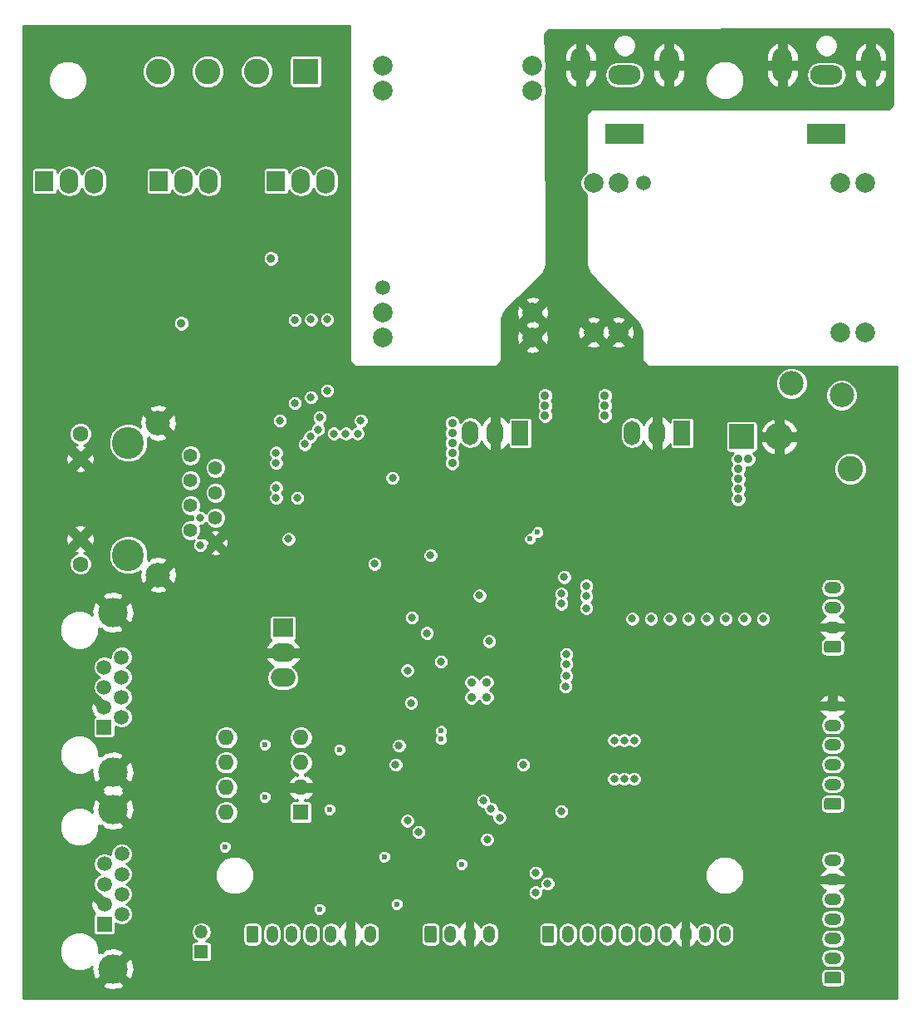
<source format=gbr>
G04 #@! TF.GenerationSoftware,KiCad,Pcbnew,(5.0.1)-rc2*
G04 #@! TF.CreationDate,2018-11-05T04:09:46+01:00*
G04 #@! TF.ProjectId,panel_light_control,70616E656C5F6C696768745F636F6E74,rev?*
G04 #@! TF.SameCoordinates,Original*
G04 #@! TF.FileFunction,Copper,L2,Inr,Plane*
G04 #@! TF.FilePolarity,Positive*
%FSLAX46Y46*%
G04 Gerber Fmt 4.6, Leading zero omitted, Abs format (unit mm)*
G04 Created by KiCad (PCBNEW (5.0.1)-rc2) date 2018/11/05 4:09:46*
%MOMM*%
%LPD*%
G01*
G04 APERTURE LIST*
G04 #@! TA.AperFunction,ViaPad*
%ADD10O,1.200000X1.750000*%
G04 #@! TD*
G04 #@! TA.AperFunction,Conductor*
%ADD11C,0.100000*%
G04 #@! TD*
G04 #@! TA.AperFunction,ViaPad*
%ADD12C,1.200000*%
G04 #@! TD*
G04 #@! TA.AperFunction,ViaPad*
%ADD13O,1.750000X1.200000*%
G04 #@! TD*
G04 #@! TA.AperFunction,ViaPad*
%ADD14O,1.350000X1.350000*%
G04 #@! TD*
G04 #@! TA.AperFunction,ViaPad*
%ADD15R,1.350000X1.350000*%
G04 #@! TD*
G04 #@! TA.AperFunction,ViaPad*
%ADD16O,1.700000X2.500000*%
G04 #@! TD*
G04 #@! TA.AperFunction,ViaPad*
%ADD17R,1.700000X2.500000*%
G04 #@! TD*
G04 #@! TA.AperFunction,ViaPad*
%ADD18O,2.800000X2.800000*%
G04 #@! TD*
G04 #@! TA.AperFunction,ViaPad*
%ADD19R,2.500000X2.500000*%
G04 #@! TD*
G04 #@! TA.AperFunction,ViaPad*
%ADD20C,2.500000*%
G04 #@! TD*
G04 #@! TA.AperFunction,ViaPad*
%ADD21O,1.905000X2.500000*%
G04 #@! TD*
G04 #@! TA.AperFunction,ViaPad*
%ADD22R,1.905000X2.000000*%
G04 #@! TD*
G04 #@! TA.AperFunction,ViaPad*
%ADD23C,3.000000*%
G04 #@! TD*
G04 #@! TA.AperFunction,ViaPad*
%ADD24C,1.500000*%
G04 #@! TD*
G04 #@! TA.AperFunction,ViaPad*
%ADD25R,1.500000X1.500000*%
G04 #@! TD*
G04 #@! TA.AperFunction,ViaPad*
%ADD26R,2.600000X2.600000*%
G04 #@! TD*
G04 #@! TA.AperFunction,ViaPad*
%ADD27C,2.600000*%
G04 #@! TD*
G04 #@! TA.AperFunction,ViaPad*
%ADD28C,3.250000*%
G04 #@! TD*
G04 #@! TA.AperFunction,ViaPad*
%ADD29C,1.600000*%
G04 #@! TD*
G04 #@! TA.AperFunction,ViaPad*
%ADD30C,1.390000*%
G04 #@! TD*
G04 #@! TA.AperFunction,ViaPad*
%ADD31C,2.000000*%
G04 #@! TD*
G04 #@! TA.AperFunction,ViaPad*
%ADD32O,2.500000X1.905000*%
G04 #@! TD*
G04 #@! TA.AperFunction,ViaPad*
%ADD33R,2.000000X1.905000*%
G04 #@! TD*
G04 #@! TA.AperFunction,ViaPad*
%ADD34R,1.600000X1.600000*%
G04 #@! TD*
G04 #@! TA.AperFunction,ViaPad*
%ADD35O,1.600000X1.600000*%
G04 #@! TD*
G04 #@! TA.AperFunction,ViaPad*
%ADD36R,4.000000X2.000000*%
G04 #@! TD*
G04 #@! TA.AperFunction,ViaPad*
%ADD37O,3.300000X2.000000*%
G04 #@! TD*
G04 #@! TA.AperFunction,ViaPad*
%ADD38O,2.000000X3.500000*%
G04 #@! TD*
G04 #@! TA.AperFunction,ViaPad*
%ADD39C,0.900000*%
G04 #@! TD*
G04 #@! TA.AperFunction,ViaPad*
%ADD40C,0.800000*%
G04 #@! TD*
G04 #@! TA.AperFunction,ViaPad*
%ADD41C,0.600000*%
G04 #@! TD*
G04 #@! TA.AperFunction,Conductor*
%ADD42C,0.254000*%
G04 #@! TD*
G04 APERTURE END LIST*
D10*
G04 #@! TO.N,+5V*
G04 #@! TO.C,SPI0*
X172000000Y-143000000D03*
G04 #@! TO.N,+3.3V*
X170000000Y-143000000D03*
G04 #@! TO.N,GND*
X168000000Y-143000000D03*
G04 #@! TO.N,I2S_WS*
X166000000Y-143000000D03*
G04 #@! TO.N,I2S_MCK*
X164000000Y-143000000D03*
G04 #@! TO.N,SPI0_CS1*
X162000000Y-143000000D03*
G04 #@! TO.N,SPI0_CS0*
X160000000Y-143000000D03*
G04 #@! TO.N,SPI0_SCK*
X158000000Y-143000000D03*
G04 #@! TO.N,SPI0_MISO*
X156000000Y-143000000D03*
D11*
G04 #@! TO.N,SPI0_MOSI*
G36*
X154374505Y-142126204D02*
X154398773Y-142129804D01*
X154422572Y-142135765D01*
X154445671Y-142144030D01*
X154467850Y-142154520D01*
X154488893Y-142167132D01*
X154508599Y-142181747D01*
X154526777Y-142198223D01*
X154543253Y-142216401D01*
X154557868Y-142236107D01*
X154570480Y-142257150D01*
X154580970Y-142279329D01*
X154589235Y-142302428D01*
X154595196Y-142326227D01*
X154598796Y-142350495D01*
X154600000Y-142374999D01*
X154600000Y-143625001D01*
X154598796Y-143649505D01*
X154595196Y-143673773D01*
X154589235Y-143697572D01*
X154580970Y-143720671D01*
X154570480Y-143742850D01*
X154557868Y-143763893D01*
X154543253Y-143783599D01*
X154526777Y-143801777D01*
X154508599Y-143818253D01*
X154488893Y-143832868D01*
X154467850Y-143845480D01*
X154445671Y-143855970D01*
X154422572Y-143864235D01*
X154398773Y-143870196D01*
X154374505Y-143873796D01*
X154350001Y-143875000D01*
X153649999Y-143875000D01*
X153625495Y-143873796D01*
X153601227Y-143870196D01*
X153577428Y-143864235D01*
X153554329Y-143855970D01*
X153532150Y-143845480D01*
X153511107Y-143832868D01*
X153491401Y-143818253D01*
X153473223Y-143801777D01*
X153456747Y-143783599D01*
X153442132Y-143763893D01*
X153429520Y-143742850D01*
X153419030Y-143720671D01*
X153410765Y-143697572D01*
X153404804Y-143673773D01*
X153401204Y-143649505D01*
X153400000Y-143625001D01*
X153400000Y-142374999D01*
X153401204Y-142350495D01*
X153404804Y-142326227D01*
X153410765Y-142302428D01*
X153419030Y-142279329D01*
X153429520Y-142257150D01*
X153442132Y-142236107D01*
X153456747Y-142216401D01*
X153473223Y-142198223D01*
X153491401Y-142181747D01*
X153511107Y-142167132D01*
X153532150Y-142154520D01*
X153554329Y-142144030D01*
X153577428Y-142135765D01*
X153601227Y-142129804D01*
X153625495Y-142126204D01*
X153649999Y-142125000D01*
X154350001Y-142125000D01*
X154374505Y-142126204D01*
X154374505Y-142126204D01*
G37*
D12*
X154000000Y-143000000D03*
G04 #@! TD*
D10*
G04 #@! TO.N,+3.3V*
G04 #@! TO.C,SPI1*
X135825000Y-143002000D03*
G04 #@! TO.N,GND*
X133825000Y-143002000D03*
G04 #@! TO.N,SPI1_CS1*
X131825000Y-143002000D03*
G04 #@! TO.N,SPI1_CS0*
X129825000Y-143002000D03*
G04 #@! TO.N,SPI1_SCK*
X127825000Y-143002000D03*
G04 #@! TO.N,SPI1_MISO*
X125825000Y-143002000D03*
D11*
G04 #@! TO.N,SPI1_MOSI*
G36*
X124199505Y-142128204D02*
X124223773Y-142131804D01*
X124247572Y-142137765D01*
X124270671Y-142146030D01*
X124292850Y-142156520D01*
X124313893Y-142169132D01*
X124333599Y-142183747D01*
X124351777Y-142200223D01*
X124368253Y-142218401D01*
X124382868Y-142238107D01*
X124395480Y-142259150D01*
X124405970Y-142281329D01*
X124414235Y-142304428D01*
X124420196Y-142328227D01*
X124423796Y-142352495D01*
X124425000Y-142376999D01*
X124425000Y-143627001D01*
X124423796Y-143651505D01*
X124420196Y-143675773D01*
X124414235Y-143699572D01*
X124405970Y-143722671D01*
X124395480Y-143744850D01*
X124382868Y-143765893D01*
X124368253Y-143785599D01*
X124351777Y-143803777D01*
X124333599Y-143820253D01*
X124313893Y-143834868D01*
X124292850Y-143847480D01*
X124270671Y-143857970D01*
X124247572Y-143866235D01*
X124223773Y-143872196D01*
X124199505Y-143875796D01*
X124175001Y-143877000D01*
X123474999Y-143877000D01*
X123450495Y-143875796D01*
X123426227Y-143872196D01*
X123402428Y-143866235D01*
X123379329Y-143857970D01*
X123357150Y-143847480D01*
X123336107Y-143834868D01*
X123316401Y-143820253D01*
X123298223Y-143803777D01*
X123281747Y-143785599D01*
X123267132Y-143765893D01*
X123254520Y-143744850D01*
X123244030Y-143722671D01*
X123235765Y-143699572D01*
X123229804Y-143675773D01*
X123226204Y-143651505D01*
X123225000Y-143627001D01*
X123225000Y-142376999D01*
X123226204Y-142352495D01*
X123229804Y-142328227D01*
X123235765Y-142304428D01*
X123244030Y-142281329D01*
X123254520Y-142259150D01*
X123267132Y-142238107D01*
X123281747Y-142218401D01*
X123298223Y-142200223D01*
X123316401Y-142183747D01*
X123336107Y-142169132D01*
X123357150Y-142156520D01*
X123379329Y-142146030D01*
X123402428Y-142137765D01*
X123426227Y-142131804D01*
X123450495Y-142128204D01*
X123474999Y-142127000D01*
X124175001Y-142127000D01*
X124199505Y-142128204D01*
X124199505Y-142128204D01*
G37*
D12*
X123825000Y-143002000D03*
G04 #@! TD*
D13*
G04 #@! TO.N,+3.3V*
G04 #@! TO.C,JTAG1*
X183007000Y-135447000D03*
G04 #@! TO.N,GND*
X183007000Y-137447000D03*
G04 #@! TO.N,JTRST*
X183007000Y-139447000D03*
G04 #@! TO.N,JTDO*
X183007000Y-141447000D03*
G04 #@! TO.N,JTDI*
X183007000Y-143447000D03*
G04 #@! TO.N,JTCK*
X183007000Y-145447000D03*
D11*
G04 #@! TO.N,JTMS*
G36*
X183656505Y-146848204D02*
X183680773Y-146851804D01*
X183704572Y-146857765D01*
X183727671Y-146866030D01*
X183749850Y-146876520D01*
X183770893Y-146889132D01*
X183790599Y-146903747D01*
X183808777Y-146920223D01*
X183825253Y-146938401D01*
X183839868Y-146958107D01*
X183852480Y-146979150D01*
X183862970Y-147001329D01*
X183871235Y-147024428D01*
X183877196Y-147048227D01*
X183880796Y-147072495D01*
X183882000Y-147096999D01*
X183882000Y-147797001D01*
X183880796Y-147821505D01*
X183877196Y-147845773D01*
X183871235Y-147869572D01*
X183862970Y-147892671D01*
X183852480Y-147914850D01*
X183839868Y-147935893D01*
X183825253Y-147955599D01*
X183808777Y-147973777D01*
X183790599Y-147990253D01*
X183770893Y-148004868D01*
X183749850Y-148017480D01*
X183727671Y-148027970D01*
X183704572Y-148036235D01*
X183680773Y-148042196D01*
X183656505Y-148045796D01*
X183632001Y-148047000D01*
X182381999Y-148047000D01*
X182357495Y-148045796D01*
X182333227Y-148042196D01*
X182309428Y-148036235D01*
X182286329Y-148027970D01*
X182264150Y-148017480D01*
X182243107Y-148004868D01*
X182223401Y-147990253D01*
X182205223Y-147973777D01*
X182188747Y-147955599D01*
X182174132Y-147935893D01*
X182161520Y-147914850D01*
X182151030Y-147892671D01*
X182142765Y-147869572D01*
X182136804Y-147845773D01*
X182133204Y-147821505D01*
X182132000Y-147797001D01*
X182132000Y-147096999D01*
X182133204Y-147072495D01*
X182136804Y-147048227D01*
X182142765Y-147024428D01*
X182151030Y-147001329D01*
X182161520Y-146979150D01*
X182174132Y-146958107D01*
X182188747Y-146938401D01*
X182205223Y-146920223D01*
X182223401Y-146903747D01*
X182243107Y-146889132D01*
X182264150Y-146876520D01*
X182286329Y-146866030D01*
X182309428Y-146857765D01*
X182333227Y-146851804D01*
X182357495Y-146848204D01*
X182381999Y-146847000D01*
X183632001Y-146847000D01*
X183656505Y-146848204D01*
X183656505Y-146848204D01*
G37*
D12*
X183007000Y-147447000D03*
G04 #@! TD*
D14*
G04 #@! TO.N,Net-(J11-Pad2)*
G04 #@! TO.C,TERM1*
X118618000Y-142780000D03*
D15*
G04 #@! TO.N,Net-(R30-Pad2)*
X118618000Y-144780000D03*
G04 #@! TD*
D16*
G04 #@! TO.N,+3.3V*
G04 #@! TO.C,PS33*
X146050000Y-91948000D03*
G04 #@! TO.N,GND*
X148590000Y-91948000D03*
D17*
G04 #@! TO.N,/12V_FLT*
X151130000Y-91948000D03*
G04 #@! TD*
D18*
G04 #@! TO.N,GND*
G04 #@! TO.C,D12*
X177546000Y-92329000D03*
D19*
G04 #@! TO.N,+24V*
X173736000Y-92329000D03*
G04 #@! TD*
D20*
G04 #@! TO.N,/VIN*
G04 #@! TO.C,F1*
X183906000Y-88103000D03*
G04 #@! TO.N,+24V*
X178806000Y-86903000D03*
G04 #@! TD*
D21*
G04 #@! TO.N,Net-(Q1-Pad3)*
G04 #@! TO.C,Q1*
X131318000Y-66294000D03*
G04 #@! TO.N,LED_R*
X128778000Y-66294000D03*
D22*
G04 #@! TO.N,Net-(Q1-Pad1)*
X126238000Y-66294000D03*
G04 #@! TD*
D23*
G04 #@! TO.N,GND*
G04 #@! TO.C,J2*
X109602000Y-126490000D03*
X109602000Y-110230000D03*
D24*
G04 #@! TO.N,Net-(J2-Pad8)*
X110492000Y-114780000D03*
G04 #@! TO.N,Net-(J2-Pad6)*
X110492000Y-116820000D03*
G04 #@! TO.N,Net-(J2-Pad4)*
X110492000Y-118860000D03*
G04 #@! TO.N,Net-(J11-Pad2)*
X110492000Y-120900000D03*
G04 #@! TO.N,Net-(J2-Pad7)*
X108712000Y-115800000D03*
G04 #@! TO.N,Net-(J2-Pad5)*
X108712000Y-117840000D03*
G04 #@! TO.N,GND*
X108712000Y-119880000D03*
D25*
G04 #@! TO.N,Net-(J11-Pad1)*
X108712000Y-121920000D03*
G04 #@! TD*
D21*
G04 #@! TO.N,Net-(Q3-Pad3)*
G04 #@! TO.C,Q3*
X107696000Y-66294000D03*
G04 #@! TO.N,LED_B*
X105156000Y-66294000D03*
D22*
G04 #@! TO.N,Net-(Q3-Pad1)*
X102616000Y-66294000D03*
G04 #@! TD*
D26*
G04 #@! TO.N,+12V*
G04 #@! TO.C,J6*
X129286000Y-55118000D03*
D27*
G04 #@! TO.N,LED_R*
X124286000Y-55118000D03*
G04 #@! TO.N,LED_G*
X119286000Y-55118000D03*
G04 #@! TO.N,LED_B*
X114286000Y-55118000D03*
G04 #@! TD*
D20*
G04 #@! TO.N,GND*
G04 #@! TO.C,J13*
X114223800Y-90926380D03*
X114223800Y-106416380D03*
D28*
G04 #@! TO.N,N/C*
X111173800Y-104386380D03*
X111173800Y-92956380D03*
D29*
G04 #@! TO.N,LED_YLW-*
X106273800Y-105296380D03*
G04 #@! TO.N,GND*
X106273800Y-102756380D03*
X106273800Y-94586380D03*
G04 #@! TO.N,LED_GRN-*
X106273800Y-92046380D03*
D30*
G04 #@! TO.N,GND*
X120063800Y-103116380D03*
G04 #@! TO.N,Net-(J13-Pad7)*
X117523800Y-101846380D03*
G04 #@! TO.N,RX_N*
X120063800Y-100576380D03*
G04 #@! TO.N,PYH_VDDA*
X117523800Y-99306380D03*
X120063800Y-98036380D03*
G04 #@! TO.N,RX_P*
X117523800Y-96766380D03*
G04 #@! TO.N,TX_N*
X120063800Y-95496380D03*
G04 #@! TO.N,TX_P*
X117523800Y-94226380D03*
G04 #@! TD*
D31*
G04 #@! TO.N,Panel_W+*
G04 #@! TO.C,PS1*
X137166013Y-54538192D03*
X137166013Y-57078192D03*
G04 #@! TO.N,Panel_W-*
X152406013Y-54538192D03*
X152406013Y-57078192D03*
D24*
G04 #@! TO.N,Panel_D1*
X137166013Y-77138192D03*
D31*
G04 #@! TO.N,+24V*
X137166013Y-79678192D03*
X137166013Y-82218192D03*
G04 #@! TO.N,GND*
X152406013Y-79678192D03*
X152406013Y-82218192D03*
G04 #@! TD*
G04 #@! TO.N,GND*
G04 #@! TO.C,PS2*
X158611908Y-81692413D03*
X161151908Y-81692413D03*
G04 #@! TO.N,+24V*
X158611908Y-66452413D03*
X161151908Y-66452413D03*
D24*
G04 #@! TO.N,Panel_D2*
X163691908Y-66452413D03*
D31*
G04 #@! TO.N,Panel_Y-*
X183751908Y-81692413D03*
X186291908Y-81692413D03*
G04 #@! TO.N,Panel_Y+*
X183751908Y-66452413D03*
X186291908Y-66452413D03*
G04 #@! TD*
D13*
G04 #@! TO.N,I2C_SCL*
G04 #@! TO.C,I2C1*
X183000000Y-107730000D03*
G04 #@! TO.N,I2C_SDA*
X183000000Y-109730000D03*
G04 #@! TO.N,GND*
X183000000Y-111730000D03*
D11*
G04 #@! TO.N,+3.3V*
G36*
X183649505Y-113131204D02*
X183673773Y-113134804D01*
X183697572Y-113140765D01*
X183720671Y-113149030D01*
X183742850Y-113159520D01*
X183763893Y-113172132D01*
X183783599Y-113186747D01*
X183801777Y-113203223D01*
X183818253Y-113221401D01*
X183832868Y-113241107D01*
X183845480Y-113262150D01*
X183855970Y-113284329D01*
X183864235Y-113307428D01*
X183870196Y-113331227D01*
X183873796Y-113355495D01*
X183875000Y-113379999D01*
X183875000Y-114080001D01*
X183873796Y-114104505D01*
X183870196Y-114128773D01*
X183864235Y-114152572D01*
X183855970Y-114175671D01*
X183845480Y-114197850D01*
X183832868Y-114218893D01*
X183818253Y-114238599D01*
X183801777Y-114256777D01*
X183783599Y-114273253D01*
X183763893Y-114287868D01*
X183742850Y-114300480D01*
X183720671Y-114310970D01*
X183697572Y-114319235D01*
X183673773Y-114325196D01*
X183649505Y-114328796D01*
X183625001Y-114330000D01*
X182374999Y-114330000D01*
X182350495Y-114328796D01*
X182326227Y-114325196D01*
X182302428Y-114319235D01*
X182279329Y-114310970D01*
X182257150Y-114300480D01*
X182236107Y-114287868D01*
X182216401Y-114273253D01*
X182198223Y-114256777D01*
X182181747Y-114238599D01*
X182167132Y-114218893D01*
X182154520Y-114197850D01*
X182144030Y-114175671D01*
X182135765Y-114152572D01*
X182129804Y-114128773D01*
X182126204Y-114104505D01*
X182125000Y-114080001D01*
X182125000Y-113379999D01*
X182126204Y-113355495D01*
X182129804Y-113331227D01*
X182135765Y-113307428D01*
X182144030Y-113284329D01*
X182154520Y-113262150D01*
X182167132Y-113241107D01*
X182181747Y-113221401D01*
X182198223Y-113203223D01*
X182216401Y-113186747D01*
X182236107Y-113172132D01*
X182257150Y-113159520D01*
X182279329Y-113149030D01*
X182302428Y-113140765D01*
X182326227Y-113134804D01*
X182350495Y-113131204D01*
X182374999Y-113130000D01*
X183625001Y-113130000D01*
X183649505Y-113131204D01*
X183649505Y-113131204D01*
G37*
D12*
X183000000Y-113730000D03*
G04 #@! TD*
D13*
G04 #@! TO.N,GND*
G04 #@! TO.C,DBG1*
X183000000Y-119730000D03*
G04 #@! TO.N,DBG_RX*
X183000000Y-121730000D03*
G04 #@! TO.N,DBG_TX*
X183000000Y-123730000D03*
G04 #@! TO.N,DBG_RTS*
X183000000Y-125730000D03*
G04 #@! TO.N,DBG_CTS*
X183000000Y-127730000D03*
D11*
G04 #@! TO.N,DBG_CK*
G36*
X183649505Y-129131204D02*
X183673773Y-129134804D01*
X183697572Y-129140765D01*
X183720671Y-129149030D01*
X183742850Y-129159520D01*
X183763893Y-129172132D01*
X183783599Y-129186747D01*
X183801777Y-129203223D01*
X183818253Y-129221401D01*
X183832868Y-129241107D01*
X183845480Y-129262150D01*
X183855970Y-129284329D01*
X183864235Y-129307428D01*
X183870196Y-129331227D01*
X183873796Y-129355495D01*
X183875000Y-129379999D01*
X183875000Y-130080001D01*
X183873796Y-130104505D01*
X183870196Y-130128773D01*
X183864235Y-130152572D01*
X183855970Y-130175671D01*
X183845480Y-130197850D01*
X183832868Y-130218893D01*
X183818253Y-130238599D01*
X183801777Y-130256777D01*
X183783599Y-130273253D01*
X183763893Y-130287868D01*
X183742850Y-130300480D01*
X183720671Y-130310970D01*
X183697572Y-130319235D01*
X183673773Y-130325196D01*
X183649505Y-130328796D01*
X183625001Y-130330000D01*
X182374999Y-130330000D01*
X182350495Y-130328796D01*
X182326227Y-130325196D01*
X182302428Y-130319235D01*
X182279329Y-130310970D01*
X182257150Y-130300480D01*
X182236107Y-130287868D01*
X182216401Y-130273253D01*
X182198223Y-130256777D01*
X182181747Y-130238599D01*
X182167132Y-130218893D01*
X182154520Y-130197850D01*
X182144030Y-130175671D01*
X182135765Y-130152572D01*
X182129804Y-130128773D01*
X182126204Y-130104505D01*
X182125000Y-130080001D01*
X182125000Y-129379999D01*
X182126204Y-129355495D01*
X182129804Y-129331227D01*
X182135765Y-129307428D01*
X182144030Y-129284329D01*
X182154520Y-129262150D01*
X182167132Y-129241107D01*
X182181747Y-129221401D01*
X182198223Y-129203223D01*
X182216401Y-129186747D01*
X182236107Y-129172132D01*
X182257150Y-129159520D01*
X182279329Y-129149030D01*
X182302428Y-129140765D01*
X182326227Y-129134804D01*
X182350495Y-129131204D01*
X182374999Y-129130000D01*
X183625001Y-129130000D01*
X183649505Y-129131204D01*
X183649505Y-129131204D01*
G37*
D12*
X183000000Y-129730000D03*
G04 #@! TD*
D11*
G04 #@! TO.N,EXT_TX*
G04 #@! TO.C,UART1*
G36*
X142374505Y-142126204D02*
X142398773Y-142129804D01*
X142422572Y-142135765D01*
X142445671Y-142144030D01*
X142467850Y-142154520D01*
X142488893Y-142167132D01*
X142508599Y-142181747D01*
X142526777Y-142198223D01*
X142543253Y-142216401D01*
X142557868Y-142236107D01*
X142570480Y-142257150D01*
X142580970Y-142279329D01*
X142589235Y-142302428D01*
X142595196Y-142326227D01*
X142598796Y-142350495D01*
X142600000Y-142374999D01*
X142600000Y-143625001D01*
X142598796Y-143649505D01*
X142595196Y-143673773D01*
X142589235Y-143697572D01*
X142580970Y-143720671D01*
X142570480Y-143742850D01*
X142557868Y-143763893D01*
X142543253Y-143783599D01*
X142526777Y-143801777D01*
X142508599Y-143818253D01*
X142488893Y-143832868D01*
X142467850Y-143845480D01*
X142445671Y-143855970D01*
X142422572Y-143864235D01*
X142398773Y-143870196D01*
X142374505Y-143873796D01*
X142350001Y-143875000D01*
X141649999Y-143875000D01*
X141625495Y-143873796D01*
X141601227Y-143870196D01*
X141577428Y-143864235D01*
X141554329Y-143855970D01*
X141532150Y-143845480D01*
X141511107Y-143832868D01*
X141491401Y-143818253D01*
X141473223Y-143801777D01*
X141456747Y-143783599D01*
X141442132Y-143763893D01*
X141429520Y-143742850D01*
X141419030Y-143720671D01*
X141410765Y-143697572D01*
X141404804Y-143673773D01*
X141401204Y-143649505D01*
X141400000Y-143625001D01*
X141400000Y-142374999D01*
X141401204Y-142350495D01*
X141404804Y-142326227D01*
X141410765Y-142302428D01*
X141419030Y-142279329D01*
X141429520Y-142257150D01*
X141442132Y-142236107D01*
X141456747Y-142216401D01*
X141473223Y-142198223D01*
X141491401Y-142181747D01*
X141511107Y-142167132D01*
X141532150Y-142154520D01*
X141554329Y-142144030D01*
X141577428Y-142135765D01*
X141601227Y-142129804D01*
X141625495Y-142126204D01*
X141649999Y-142125000D01*
X142350001Y-142125000D01*
X142374505Y-142126204D01*
X142374505Y-142126204D01*
G37*
D12*
X142000000Y-143000000D03*
D10*
G04 #@! TO.N,EXT_RX*
X144000000Y-143000000D03*
G04 #@! TO.N,GND*
X146000000Y-143000000D03*
G04 #@! TO.N,+5V*
X148000000Y-143000000D03*
G04 #@! TD*
D23*
G04 #@! TO.N,GND*
G04 #@! TO.C,J11*
X109614700Y-146543300D03*
X109614700Y-130283300D03*
D24*
G04 #@! TO.N,Net-(J11-Pad8)*
X110504700Y-134833300D03*
G04 #@! TO.N,Net-(J11-Pad6)*
X110504700Y-136873300D03*
G04 #@! TO.N,Net-(J11-Pad4)*
X110504700Y-138913300D03*
G04 #@! TO.N,Net-(J11-Pad2)*
X110504700Y-140953300D03*
G04 #@! TO.N,Net-(J11-Pad7)*
X108724700Y-135853300D03*
G04 #@! TO.N,Net-(J11-Pad5)*
X108724700Y-137893300D03*
G04 #@! TO.N,GND*
X108724700Y-139933300D03*
D25*
G04 #@! TO.N,Net-(J11-Pad1)*
X108724700Y-141973300D03*
G04 #@! TD*
D22*
G04 #@! TO.N,Net-(Q2-Pad1)*
G04 #@! TO.C,Q2*
X114300000Y-66294000D03*
D21*
G04 #@! TO.N,LED_G*
X116840000Y-66294000D03*
G04 #@! TO.N,Net-(Q2-Pad3)*
X119380000Y-66294000D03*
G04 #@! TD*
D32*
G04 #@! TO.N,+5V*
G04 #@! TO.C,U1*
X126944380Y-116889520D03*
G04 #@! TO.N,GND*
X126944380Y-114349520D03*
D33*
G04 #@! TO.N,+12V*
X126944380Y-111809520D03*
G04 #@! TD*
D34*
G04 #@! TO.N,CAN_TX*
G04 #@! TO.C,U4*
X128778000Y-130603000D03*
D35*
G04 #@! TO.N,+3.3V*
X121158000Y-122983000D03*
G04 #@! TO.N,GND*
X128778000Y-128063000D03*
G04 #@! TO.N,Net-(J11-Pad2)*
X121158000Y-125523000D03*
G04 #@! TO.N,+5V*
X128778000Y-125523000D03*
G04 #@! TO.N,Net-(J11-Pad1)*
X121158000Y-128063000D03*
G04 #@! TO.N,CAN_RX*
X128778000Y-122983000D03*
G04 #@! TO.N,CAN_STBY*
X121158000Y-130603000D03*
G04 #@! TD*
D26*
G04 #@! TO.N,GND*
G04 #@! TO.C,J1*
X184785000Y-100584000D03*
D27*
G04 #@! TO.N,/VIN*
X184785000Y-95584000D03*
G04 #@! TD*
D17*
G04 #@! TO.N,/24V_FLT*
G04 #@! TO.C,PS12*
X167640000Y-91948000D03*
D16*
G04 #@! TO.N,GND*
X165100000Y-91948000D03*
G04 #@! TO.N,+12V*
X162560000Y-91948000D03*
G04 #@! TD*
D36*
G04 #@! TO.N,Panel_W+*
G04 #@! TO.C,PANEL1*
X161798000Y-61468000D03*
D37*
G04 #@! TO.N,Panel_W-*
X161798000Y-55468000D03*
D38*
G04 #@! TO.N,GND*
X166298000Y-54468000D03*
X157298000Y-54468000D03*
G04 #@! TD*
G04 #@! TO.N,GND*
G04 #@! TO.C,PANEL2*
X177872000Y-54468000D03*
X186872000Y-54468000D03*
D37*
G04 #@! TO.N,Panel_Y-*
X182372000Y-55468000D03*
D36*
G04 #@! TO.N,Panel_Y+*
X182372000Y-61468000D03*
G04 #@! TD*
D39*
G04 #@! TO.N,GND*
X151257000Y-104140000D03*
X153797000Y-104775000D03*
X145034000Y-104902000D03*
D40*
X146367500Y-114935008D03*
X152717500Y-121031008D03*
X147955000Y-120650000D03*
X144081500Y-120269008D03*
X146177000Y-122428000D03*
X148907500Y-125095008D03*
X127127000Y-96266000D03*
X126111000Y-96266000D03*
X119253000Y-93726000D03*
X116205000Y-98044000D03*
X116205000Y-95758000D03*
X116205000Y-100584000D03*
D39*
X164602112Y-94199022D03*
X163586112Y-94199022D03*
X165618112Y-94199022D03*
X148539200Y-93954600D03*
X147523200Y-93954600D03*
X149555200Y-93954600D03*
D40*
X130683000Y-97155000D03*
X130683000Y-95377000D03*
X130683000Y-96266000D03*
X129794000Y-96266000D03*
D39*
X178054000Y-94488000D03*
X177038000Y-102616000D03*
X179070000Y-94488000D03*
X178054000Y-102616000D03*
X155194000Y-92202000D03*
X177038000Y-94488000D03*
X157226000Y-86868000D03*
X156210000Y-86868000D03*
X158242000Y-86868000D03*
X155194000Y-86868000D03*
X179070000Y-95504000D03*
X179070000Y-97536000D03*
X179070000Y-96520000D03*
X179070000Y-98552000D03*
X179070000Y-99568000D03*
X179070000Y-101600000D03*
X179070000Y-100584000D03*
X179070000Y-102616000D03*
X170180000Y-98044000D03*
X170180000Y-97028000D03*
X170180000Y-96012000D03*
X170180000Y-94996000D03*
D40*
X131572000Y-97155000D03*
X129794000Y-97155000D03*
X129794000Y-95377000D03*
X131572000Y-95377000D03*
X131572000Y-96266000D03*
X123063000Y-90932000D03*
X123063000Y-101600000D03*
X127762004Y-101219000D03*
X124714000Y-101600000D03*
X133248400Y-102565192D03*
X133342595Y-98864205D03*
X118618000Y-79502000D03*
X118618000Y-80772000D03*
D39*
X105283000Y-69342000D03*
X106680000Y-70993000D03*
X118491000Y-70993000D03*
X117094000Y-69342000D03*
X129159000Y-69342000D03*
X130556000Y-70993000D03*
D40*
X109347000Y-76708000D03*
X110998000Y-83820000D03*
X127772232Y-73797232D03*
D39*
X105283000Y-70358000D03*
X117094000Y-70485000D03*
X129159000Y-70485000D03*
X157226000Y-92202000D03*
X156210000Y-92202000D03*
X158242000Y-92202000D03*
D40*
X121158000Y-93726000D03*
D39*
X131000500Y-120586500D03*
X154432000Y-132588000D03*
X156210000Y-132588000D03*
X153924000Y-107442000D03*
X148336000Y-104140000D03*
D40*
X165379404Y-117693196D03*
X173101000Y-117693196D03*
X158496000Y-112522000D03*
X127507996Y-134366000D03*
X160845500Y-116522500D03*
X143065500Y-113665008D03*
X154495500Y-125666502D03*
D39*
X136525000Y-124947680D03*
X136524996Y-126674880D03*
D40*
X176530000Y-144145000D03*
X174498000Y-144145000D03*
X122682000Y-118935500D03*
D39*
X142246175Y-109723019D03*
D40*
X136295335Y-95053581D03*
D39*
X139210732Y-111524732D03*
D40*
X151258510Y-113157000D03*
D41*
X165735000Y-131318000D03*
X165735000Y-137160000D03*
X178435000Y-127000000D03*
X178435000Y-131572000D03*
X170053000Y-131318000D03*
X173609000Y-127000000D03*
X165989000Y-147828000D03*
X187579000Y-147066000D03*
X187833000Y-138684000D03*
X187579000Y-118364000D03*
X187325000Y-128016000D03*
X187071000Y-109728000D03*
X115189000Y-144272000D03*
X103251000Y-137668000D03*
X128397000Y-147574000D03*
X142113000Y-147320000D03*
X157607000Y-103632000D03*
X163703000Y-103378000D03*
X131699000Y-110744000D03*
X131953000Y-115824000D03*
X136271000Y-108458000D03*
X104013000Y-116586000D03*
X104013000Y-120904000D03*
X103251000Y-140970000D03*
X115697000Y-132588000D03*
X115951000Y-137414000D03*
X114427000Y-121666000D03*
X114173000Y-115062000D03*
X105029000Y-99060000D03*
X109093000Y-99060000D03*
X121793000Y-98806000D03*
X119507000Y-108458000D03*
X125603000Y-108458000D03*
X132842000Y-89916000D03*
D39*
X123825000Y-120142000D03*
X143383000Y-105918000D03*
X153797000Y-108712000D03*
D40*
X166547800Y-105511600D03*
D39*
X145567400Y-108508804D03*
X158250000Y-132588004D03*
G04 #@! TO.N,+24V*
X174371000Y-94615000D03*
X173355000Y-94615000D03*
X173355000Y-95631000D03*
X173355000Y-96647000D03*
X173355000Y-97663000D03*
X173355000Y-98679000D03*
G04 #@! TO.N,+3.3V*
X147701000Y-117348000D03*
D40*
X126619000Y-90678000D03*
D39*
X144208500Y-91948000D03*
X144208500Y-92964000D03*
X144208500Y-93980000D03*
X144208500Y-94996000D03*
X144208500Y-90932000D03*
D40*
X138112500Y-96519994D03*
D39*
X147701000Y-118872000D03*
X146177000Y-118872000D03*
X146177000Y-117348000D03*
D41*
X137287000Y-135128000D03*
X131699000Y-130302000D03*
X132715000Y-124206000D03*
X125095000Y-123698000D03*
X125095000Y-129032000D03*
X145161000Y-135890000D03*
X138557000Y-139954000D03*
X130683000Y-140462000D03*
X121031000Y-134112000D03*
D39*
G04 #@! TO.N,+12V*
X153670000Y-88138000D03*
X153670000Y-89154000D03*
X153670000Y-90170000D03*
X159766000Y-88138000D03*
X159766000Y-89154000D03*
X159766000Y-90170000D03*
X116586000Y-80772000D03*
X125730000Y-74168000D03*
D40*
G04 #@! TO.N,Net-(C18-Pad1)*
X146989800Y-108508800D03*
X155625800Y-106629200D03*
G04 #@! TO.N,Net-(C19-Pad1)*
X155321000Y-130492500D03*
X138430000Y-125730000D03*
G04 #@! TO.N,SPI1_CS1*
X155773117Y-117792295D03*
G04 #@! TO.N,SPI1_CS0*
X155828976Y-116713000D03*
G04 #@! TO.N,I2S_WS*
X143065500Y-115252500D03*
X147764500Y-133350000D03*
G04 #@! TO.N,SPI0_SCK*
X162750506Y-123253500D03*
X162750500Y-127190500D03*
G04 #@! TO.N,SPI0_MISO*
X161734500Y-123253500D03*
X161734500Y-127190500D03*
G04 #@! TO.N,SPI0_MOSI*
X160718500Y-123253500D03*
X160718500Y-127190500D03*
D41*
G04 #@! TO.N,Panel_D1*
X143065500Y-122301000D03*
X152146000Y-102743000D03*
G04 #@! TO.N,Panel_D2*
X143065500Y-123126500D03*
X152908000Y-102044500D03*
D40*
G04 #@! TO.N,PWM_R*
X128143000Y-80454522D03*
X128142998Y-88900000D03*
X147383498Y-129413000D03*
G04 #@! TO.N,PWM_G*
X129794000Y-80391000D03*
X129794000Y-88328500D03*
X148164520Y-130219480D03*
G04 #@! TO.N,PWM_B*
X131445000Y-80391000D03*
X131433687Y-87628490D03*
X149034500Y-131127500D03*
G04 #@! TO.N,RMII_TXD1*
X129157729Y-93092723D03*
X140779500Y-132588000D03*
G04 #@! TO.N,RMII_TXD0*
X129721679Y-92328208D03*
X139636500Y-131445000D03*
G04 #@! TO.N,RMII_CRS*
X139636500Y-116141500D03*
X140081001Y-110744000D03*
G04 #@! TO.N,Net-(R26-Pad1)*
X132143500Y-92011508D03*
X134874000Y-90678000D03*
G04 #@! TO.N,25MHz*
X151447500Y-125730000D03*
X136270998Y-105283000D03*
G04 #@! TO.N,RMII_MDIO*
X134556508Y-92011500D03*
X141986000Y-104394000D03*
G04 #@! TO.N,Net-(R33-Pad1)*
X128397000Y-98552000D03*
X127508000Y-102743000D03*
G04 #@! TO.N,CAN_TX*
X153924000Y-137858516D03*
G04 #@! TO.N,CAN_RX*
X152730518Y-136734200D03*
G04 #@! TO.N,CAN_STBY*
X152717500Y-138747500D03*
G04 #@! TO.N,RMII_TXEN*
X130510382Y-91585000D03*
X138772312Y-123802892D03*
G04 #@! TO.N,RMII_MDC*
X147955000Y-113157000D03*
X133350000Y-92011500D03*
G04 #@! TO.N,RX_N*
X126238000Y-97519000D03*
G04 #@! TO.N,RX_P*
X126238000Y-98569000D03*
G04 #@! TO.N,TX_N*
X126238000Y-93963000D03*
G04 #@! TO.N,TX_P*
X126238000Y-95013000D03*
G04 #@! TO.N,LED0*
X175895000Y-110871000D03*
X155829000Y-115506500D03*
G04 #@! TO.N,LED1*
X173990000Y-110871000D03*
X155841530Y-114494868D03*
G04 #@! TO.N,LED2*
X172085000Y-110871000D03*
X157855110Y-107510526D03*
G04 #@! TO.N,LED3*
X170180000Y-110871000D03*
X157860996Y-108585000D03*
G04 #@! TO.N,LED4*
X168275000Y-110871000D03*
X157856805Y-109789002D03*
G04 #@! TO.N,LED5*
X166370000Y-110871000D03*
X155325185Y-109342098D03*
G04 #@! TO.N,LED6*
X155321000Y-108330998D03*
X164465000Y-110871000D03*
G04 #@! TO.N,LED7*
X162560000Y-110871000D03*
X140017500Y-119443500D03*
G04 #@! TO.N,Net-(J3-Pad8)*
X118491000Y-103378000D03*
G04 #@! TO.N,Net-(J3-Pad6)*
X118491000Y-100584000D03*
G04 #@! TO.N,PHY_RST*
X130683000Y-90362010D03*
X141605000Y-112331500D03*
G04 #@! TD*
D42*
G04 #@! TO.N,GND*
G36*
X133731000Y-84590000D02*
X133740667Y-84638601D01*
X133768197Y-84679803D01*
X134268197Y-85179803D01*
X134309399Y-85207333D01*
X134358000Y-85217000D01*
X148598000Y-85217000D01*
X148646601Y-85207333D01*
X148687803Y-85179803D01*
X149187803Y-84679803D01*
X149215333Y-84638601D01*
X149225000Y-84590000D01*
X149225000Y-83515332D01*
X151636375Y-83515332D01*
X151752762Y-83751900D01*
X152389413Y-83885141D01*
X153028591Y-83764605D01*
X153059264Y-83751900D01*
X153175651Y-83515332D01*
X152649872Y-82989553D01*
X157842270Y-82989553D01*
X157958657Y-83226121D01*
X158595308Y-83359362D01*
X159234486Y-83238826D01*
X159265159Y-83226121D01*
X159381546Y-82989553D01*
X160382270Y-82989553D01*
X160498657Y-83226121D01*
X161135308Y-83359362D01*
X161774486Y-83238826D01*
X161805159Y-83226121D01*
X161921546Y-82989553D01*
X161151908Y-82219915D01*
X160382270Y-82989553D01*
X159381546Y-82989553D01*
X158611908Y-82219915D01*
X157842270Y-82989553D01*
X152649872Y-82989553D01*
X152406013Y-82745694D01*
X151636375Y-83515332D01*
X149225000Y-83515332D01*
X149225000Y-82201592D01*
X150739064Y-82201592D01*
X150859600Y-82840770D01*
X150872305Y-82871443D01*
X151108873Y-82987830D01*
X151878511Y-82218192D01*
X152933515Y-82218192D01*
X153703153Y-82987830D01*
X153939721Y-82871443D01*
X154072962Y-82234792D01*
X153967550Y-81675813D01*
X156944959Y-81675813D01*
X157065495Y-82314991D01*
X157078200Y-82345664D01*
X157314768Y-82462051D01*
X158084406Y-81692413D01*
X159139410Y-81692413D01*
X159569125Y-82122128D01*
X159605495Y-82314991D01*
X159618200Y-82345664D01*
X159854768Y-82462051D01*
X159881908Y-82434911D01*
X159909048Y-82462051D01*
X160145616Y-82345664D01*
X160191792Y-82125027D01*
X160624406Y-81692413D01*
X161679410Y-81692413D01*
X162449048Y-82462051D01*
X162685616Y-82345664D01*
X162818857Y-81709013D01*
X162698321Y-81069835D01*
X162685616Y-81039162D01*
X162449048Y-80922775D01*
X161679410Y-81692413D01*
X160624406Y-81692413D01*
X160194691Y-81262698D01*
X160158321Y-81069835D01*
X160145616Y-81039162D01*
X159909048Y-80922775D01*
X159881908Y-80949915D01*
X159854768Y-80922775D01*
X159618200Y-81039162D01*
X159572024Y-81259799D01*
X159139410Y-81692413D01*
X158084406Y-81692413D01*
X157314768Y-80922775D01*
X157078200Y-81039162D01*
X156944959Y-81675813D01*
X153967550Y-81675813D01*
X153952426Y-81595614D01*
X153939721Y-81564941D01*
X153703153Y-81448554D01*
X152933515Y-82218192D01*
X151878511Y-82218192D01*
X151108873Y-81448554D01*
X150872305Y-81564941D01*
X150739064Y-82201592D01*
X149225000Y-82201592D01*
X149225000Y-80921052D01*
X151636375Y-80921052D01*
X151663515Y-80948192D01*
X151636375Y-80975332D01*
X151752762Y-81211900D01*
X151973399Y-81258076D01*
X152406013Y-81690690D01*
X152835728Y-81260975D01*
X153028591Y-81224605D01*
X153059264Y-81211900D01*
X153175651Y-80975332D01*
X153148511Y-80948192D01*
X153175651Y-80921052D01*
X153059264Y-80684484D01*
X152838627Y-80638308D01*
X152406013Y-80205694D01*
X151976298Y-80635409D01*
X151783435Y-80671779D01*
X151752762Y-80684484D01*
X151636375Y-80921052D01*
X149225000Y-80921052D01*
X149225000Y-80281728D01*
X149486999Y-79661592D01*
X150739064Y-79661592D01*
X150859600Y-80300770D01*
X150872305Y-80331443D01*
X151108873Y-80447830D01*
X151878511Y-79678192D01*
X152933515Y-79678192D01*
X153703153Y-80447830D01*
X153809980Y-80395273D01*
X157842270Y-80395273D01*
X158611908Y-81164911D01*
X159381546Y-80395273D01*
X160382270Y-80395273D01*
X161151908Y-81164911D01*
X161921546Y-80395273D01*
X161805159Y-80158705D01*
X161168508Y-80025464D01*
X160529330Y-80146000D01*
X160498657Y-80158705D01*
X160382270Y-80395273D01*
X159381546Y-80395273D01*
X159265159Y-80158705D01*
X158628508Y-80025464D01*
X157989330Y-80146000D01*
X157958657Y-80158705D01*
X157842270Y-80395273D01*
X153809980Y-80395273D01*
X153939721Y-80331443D01*
X154072962Y-79694792D01*
X153952426Y-79055614D01*
X153939721Y-79024941D01*
X153703153Y-78908554D01*
X152933515Y-79678192D01*
X151878511Y-79678192D01*
X151108873Y-78908554D01*
X150872305Y-79024941D01*
X150739064Y-79661592D01*
X149486999Y-79661592D01*
X149563473Y-79480584D01*
X150694420Y-78381052D01*
X151636375Y-78381052D01*
X152406013Y-79150690D01*
X153175651Y-78381052D01*
X153059264Y-78144484D01*
X152422613Y-78011243D01*
X151783435Y-78131779D01*
X151752762Y-78144484D01*
X151636375Y-78381052D01*
X150694420Y-78381052D01*
X153400032Y-75750597D01*
X153428618Y-75708662D01*
X153784524Y-74860130D01*
X153794407Y-74810349D01*
X153704981Y-57550933D01*
X153787013Y-57352890D01*
X153787013Y-56803494D01*
X153700020Y-56593474D01*
X153691983Y-55042313D01*
X153775369Y-54841000D01*
X155663000Y-54841000D01*
X155663000Y-55591000D01*
X155930198Y-56188294D01*
X156405631Y-56637870D01*
X156680567Y-56731935D01*
X156925000Y-56646350D01*
X156925000Y-54841000D01*
X157671000Y-54841000D01*
X157671000Y-56646350D01*
X157915433Y-56731935D01*
X158190369Y-56637870D01*
X158665802Y-56188294D01*
X158933000Y-55591000D01*
X158933000Y-55468000D01*
X159739945Y-55468000D01*
X159847127Y-56006839D01*
X160152355Y-56463645D01*
X160609161Y-56768873D01*
X161011986Y-56849000D01*
X162584014Y-56849000D01*
X162986839Y-56768873D01*
X163443645Y-56463645D01*
X163748873Y-56006839D01*
X163856055Y-55468000D01*
X163748873Y-54929161D01*
X163689966Y-54841000D01*
X164663000Y-54841000D01*
X164663000Y-55591000D01*
X164930198Y-56188294D01*
X165405631Y-56637870D01*
X165680567Y-56731935D01*
X165925000Y-56646350D01*
X165925000Y-54841000D01*
X166671000Y-54841000D01*
X166671000Y-56646350D01*
X166915433Y-56731935D01*
X167190369Y-56637870D01*
X167665802Y-56188294D01*
X167926309Y-55605955D01*
X170019000Y-55605955D01*
X170019000Y-56394045D01*
X170320589Y-57122146D01*
X170877854Y-57679411D01*
X171605955Y-57981000D01*
X172394045Y-57981000D01*
X173122146Y-57679411D01*
X173679411Y-57122146D01*
X173981000Y-56394045D01*
X173981000Y-55605955D01*
X173679411Y-54877854D01*
X173642557Y-54841000D01*
X176237000Y-54841000D01*
X176237000Y-55591000D01*
X176504198Y-56188294D01*
X176979631Y-56637870D01*
X177254567Y-56731935D01*
X177499000Y-56646350D01*
X177499000Y-54841000D01*
X178245000Y-54841000D01*
X178245000Y-56646350D01*
X178489433Y-56731935D01*
X178764369Y-56637870D01*
X179239802Y-56188294D01*
X179507000Y-55591000D01*
X179507000Y-55468000D01*
X180313945Y-55468000D01*
X180421127Y-56006839D01*
X180726355Y-56463645D01*
X181183161Y-56768873D01*
X181585986Y-56849000D01*
X183158014Y-56849000D01*
X183560839Y-56768873D01*
X184017645Y-56463645D01*
X184322873Y-56006839D01*
X184430055Y-55468000D01*
X184322873Y-54929161D01*
X184263966Y-54841000D01*
X185237000Y-54841000D01*
X185237000Y-55591000D01*
X185504198Y-56188294D01*
X185979631Y-56637870D01*
X186254567Y-56731935D01*
X186499000Y-56646350D01*
X186499000Y-54841000D01*
X187245000Y-54841000D01*
X187245000Y-56646350D01*
X187489433Y-56731935D01*
X187764369Y-56637870D01*
X188239802Y-56188294D01*
X188507000Y-55591000D01*
X188507000Y-54841000D01*
X187245000Y-54841000D01*
X186499000Y-54841000D01*
X185237000Y-54841000D01*
X184263966Y-54841000D01*
X184017645Y-54472355D01*
X183560839Y-54167127D01*
X183158014Y-54087000D01*
X181585986Y-54087000D01*
X181183161Y-54167127D01*
X180726355Y-54472355D01*
X180421127Y-54929161D01*
X180313945Y-55468000D01*
X179507000Y-55468000D01*
X179507000Y-54841000D01*
X178245000Y-54841000D01*
X177499000Y-54841000D01*
X176237000Y-54841000D01*
X173642557Y-54841000D01*
X173122146Y-54320589D01*
X172394045Y-54019000D01*
X171605955Y-54019000D01*
X170877854Y-54320589D01*
X170320589Y-54877854D01*
X170019000Y-55605955D01*
X167926309Y-55605955D01*
X167933000Y-55591000D01*
X167933000Y-54841000D01*
X166671000Y-54841000D01*
X165925000Y-54841000D01*
X164663000Y-54841000D01*
X163689966Y-54841000D01*
X163443645Y-54472355D01*
X162986839Y-54167127D01*
X162584014Y-54087000D01*
X161011986Y-54087000D01*
X160609161Y-54167127D01*
X160152355Y-54472355D01*
X159847127Y-54929161D01*
X159739945Y-55468000D01*
X158933000Y-55468000D01*
X158933000Y-54841000D01*
X157671000Y-54841000D01*
X156925000Y-54841000D01*
X155663000Y-54841000D01*
X153775369Y-54841000D01*
X153787013Y-54812890D01*
X153787013Y-54263494D01*
X153686692Y-54021299D01*
X153683189Y-53345000D01*
X155663000Y-53345000D01*
X155663000Y-54095000D01*
X156925000Y-54095000D01*
X156925000Y-52289650D01*
X157671000Y-52289650D01*
X157671000Y-54095000D01*
X158933000Y-54095000D01*
X158933000Y-53345000D01*
X158665802Y-52747706D01*
X158190369Y-52298130D01*
X158000254Y-52233085D01*
X160617000Y-52233085D01*
X160617000Y-52702915D01*
X160796797Y-53136983D01*
X161129017Y-53469203D01*
X161563085Y-53649000D01*
X162032915Y-53649000D01*
X162466983Y-53469203D01*
X162591186Y-53345000D01*
X164663000Y-53345000D01*
X164663000Y-54095000D01*
X165925000Y-54095000D01*
X165925000Y-52289650D01*
X166671000Y-52289650D01*
X166671000Y-54095000D01*
X167933000Y-54095000D01*
X167933000Y-53345000D01*
X176237000Y-53345000D01*
X176237000Y-54095000D01*
X177499000Y-54095000D01*
X177499000Y-52289650D01*
X178245000Y-52289650D01*
X178245000Y-54095000D01*
X179507000Y-54095000D01*
X179507000Y-53345000D01*
X179239802Y-52747706D01*
X178764369Y-52298130D01*
X178574254Y-52233085D01*
X181191000Y-52233085D01*
X181191000Y-52702915D01*
X181370797Y-53136983D01*
X181703017Y-53469203D01*
X182137085Y-53649000D01*
X182606915Y-53649000D01*
X183040983Y-53469203D01*
X183165186Y-53345000D01*
X185237000Y-53345000D01*
X185237000Y-54095000D01*
X186499000Y-54095000D01*
X186499000Y-52289650D01*
X187245000Y-52289650D01*
X187245000Y-54095000D01*
X188507000Y-54095000D01*
X188507000Y-53345000D01*
X188239802Y-52747706D01*
X187764369Y-52298130D01*
X187489433Y-52204065D01*
X187245000Y-52289650D01*
X186499000Y-52289650D01*
X186254567Y-52204065D01*
X185979631Y-52298130D01*
X185504198Y-52747706D01*
X185237000Y-53345000D01*
X183165186Y-53345000D01*
X183373203Y-53136983D01*
X183553000Y-52702915D01*
X183553000Y-52233085D01*
X183373203Y-51799017D01*
X183040983Y-51466797D01*
X182606915Y-51287000D01*
X182137085Y-51287000D01*
X181703017Y-51466797D01*
X181370797Y-51799017D01*
X181191000Y-52233085D01*
X178574254Y-52233085D01*
X178489433Y-52204065D01*
X178245000Y-52289650D01*
X177499000Y-52289650D01*
X177254567Y-52204065D01*
X176979631Y-52298130D01*
X176504198Y-52747706D01*
X176237000Y-53345000D01*
X167933000Y-53345000D01*
X167665802Y-52747706D01*
X167190369Y-52298130D01*
X166915433Y-52204065D01*
X166671000Y-52289650D01*
X165925000Y-52289650D01*
X165680567Y-52204065D01*
X165405631Y-52298130D01*
X164930198Y-52747706D01*
X164663000Y-53345000D01*
X162591186Y-53345000D01*
X162799203Y-53136983D01*
X162979000Y-52702915D01*
X162979000Y-52233085D01*
X162799203Y-51799017D01*
X162466983Y-51466797D01*
X162032915Y-51287000D01*
X161563085Y-51287000D01*
X161129017Y-51466797D01*
X160796797Y-51799017D01*
X160617000Y-52233085D01*
X158000254Y-52233085D01*
X157915433Y-52204065D01*
X157671000Y-52289650D01*
X156925000Y-52289650D01*
X156680567Y-52204065D01*
X156405631Y-52298130D01*
X155930198Y-52747706D01*
X155663000Y-53345000D01*
X153683189Y-53345000D01*
X153672862Y-51352000D01*
X154096114Y-50925033D01*
X188677717Y-50801966D01*
X189103000Y-51225738D01*
X189103000Y-58502394D01*
X188677394Y-58928000D01*
X158488000Y-58928000D01*
X158439399Y-58937667D01*
X158398197Y-58965197D01*
X157898197Y-59465197D01*
X157870667Y-59506399D01*
X157861000Y-59555000D01*
X157861000Y-65268666D01*
X157829635Y-65281658D01*
X157441153Y-65670140D01*
X157230908Y-66177715D01*
X157230908Y-66727111D01*
X157441153Y-67234686D01*
X157829635Y-67623168D01*
X157861000Y-67636160D01*
X157861000Y-74811000D01*
X157870667Y-74859601D01*
X158224220Y-75713154D01*
X158251750Y-75754356D01*
X163241782Y-80744388D01*
X163576000Y-81551263D01*
X163576000Y-84590000D01*
X163585667Y-84638601D01*
X163613197Y-84679803D01*
X164113197Y-85179803D01*
X164154399Y-85207333D01*
X164203000Y-85217000D01*
X189544000Y-85217000D01*
X189544001Y-149544000D01*
X100456000Y-149544000D01*
X100456000Y-148209461D01*
X108476041Y-148209461D01*
X108655880Y-148497588D01*
X109476740Y-148715751D01*
X110318603Y-148603178D01*
X110573520Y-148497588D01*
X110753359Y-148209461D01*
X109614700Y-147070802D01*
X108476041Y-148209461D01*
X100456000Y-148209461D01*
X100456000Y-144364282D01*
X104178700Y-144364282D01*
X104178700Y-145162318D01*
X104484095Y-145899608D01*
X105048392Y-146463905D01*
X105785682Y-146769300D01*
X106583718Y-146769300D01*
X107321008Y-146463905D01*
X107464936Y-146319977D01*
X107442249Y-146405340D01*
X107554822Y-147247203D01*
X107660412Y-147502120D01*
X107948539Y-147681959D01*
X109087198Y-146543300D01*
X110142202Y-146543300D01*
X111280861Y-147681959D01*
X111568988Y-147502120D01*
X111676658Y-147096999D01*
X181743536Y-147096999D01*
X181743536Y-147797001D01*
X181792136Y-148041330D01*
X181930537Y-148248463D01*
X182137670Y-148386864D01*
X182381999Y-148435464D01*
X183632001Y-148435464D01*
X183876330Y-148386864D01*
X184083463Y-148248463D01*
X184221864Y-148041330D01*
X184270464Y-147797001D01*
X184270464Y-147096999D01*
X184221864Y-146852670D01*
X184083463Y-146645537D01*
X183876330Y-146507136D01*
X183632001Y-146458536D01*
X182381999Y-146458536D01*
X182137670Y-146507136D01*
X181930537Y-146645537D01*
X181792136Y-146852670D01*
X181743536Y-147096999D01*
X111676658Y-147096999D01*
X111787151Y-146681260D01*
X111674578Y-145839397D01*
X111568988Y-145584480D01*
X111280861Y-145404641D01*
X110142202Y-146543300D01*
X109087198Y-146543300D01*
X109073056Y-146529158D01*
X109600558Y-146001656D01*
X109614700Y-146015798D01*
X110753359Y-144877139D01*
X110573520Y-144589012D01*
X109752660Y-144370849D01*
X108910797Y-144483422D01*
X108655880Y-144589012D01*
X108476042Y-144877138D01*
X108340962Y-144742058D01*
X108190700Y-144892320D01*
X108190700Y-144364282D01*
X107885305Y-143626992D01*
X107321008Y-143062695D01*
X106583718Y-142757300D01*
X105785682Y-142757300D01*
X105048392Y-143062695D01*
X104484095Y-143626992D01*
X104178700Y-144364282D01*
X100456000Y-144364282D01*
X100456000Y-139978046D01*
X107313275Y-139978046D01*
X107403590Y-140432089D01*
X107614827Y-140515669D01*
X107464178Y-140666318D01*
X107727865Y-140930005D01*
X107700014Y-140948614D01*
X107615806Y-141074641D01*
X107586236Y-141223300D01*
X107586236Y-142723300D01*
X107615806Y-142871959D01*
X107700014Y-142997986D01*
X107826041Y-143082194D01*
X107974700Y-143111764D01*
X109474700Y-143111764D01*
X109623359Y-143082194D01*
X109749386Y-142997986D01*
X109833594Y-142871959D01*
X109851885Y-142780000D01*
X117541312Y-142780000D01*
X117623270Y-143192031D01*
X117856667Y-143541333D01*
X118118876Y-143716536D01*
X117943000Y-143716536D01*
X117794341Y-143746106D01*
X117668314Y-143830314D01*
X117584106Y-143956341D01*
X117554536Y-144105000D01*
X117554536Y-145455000D01*
X117584106Y-145603659D01*
X117668314Y-145729686D01*
X117794341Y-145813894D01*
X117943000Y-145843464D01*
X119293000Y-145843464D01*
X119441659Y-145813894D01*
X119567686Y-145729686D01*
X119651894Y-145603659D01*
X119681464Y-145455000D01*
X119681464Y-145447000D01*
X181731782Y-145447000D01*
X181807919Y-145829767D01*
X182024739Y-146154261D01*
X182349233Y-146371081D01*
X182635384Y-146428000D01*
X183378616Y-146428000D01*
X183664767Y-146371081D01*
X183989261Y-146154261D01*
X184206081Y-145829767D01*
X184282218Y-145447000D01*
X184206081Y-145064233D01*
X183989261Y-144739739D01*
X183664767Y-144522919D01*
X183378616Y-144466000D01*
X182635384Y-144466000D01*
X182349233Y-144522919D01*
X182024739Y-144739739D01*
X181807919Y-145064233D01*
X181731782Y-145447000D01*
X119681464Y-145447000D01*
X119681464Y-144105000D01*
X119651894Y-143956341D01*
X119567686Y-143830314D01*
X119441659Y-143746106D01*
X119293000Y-143716536D01*
X119117124Y-143716536D01*
X119379333Y-143541333D01*
X119612730Y-143192031D01*
X119694688Y-142780000D01*
X119614527Y-142376999D01*
X122836536Y-142376999D01*
X122836536Y-143627001D01*
X122885136Y-143871330D01*
X123023537Y-144078463D01*
X123230670Y-144216864D01*
X123474999Y-144265464D01*
X124175001Y-144265464D01*
X124419330Y-144216864D01*
X124626463Y-144078463D01*
X124764864Y-143871330D01*
X124813464Y-143627001D01*
X124813464Y-142630385D01*
X124844000Y-142630385D01*
X124844000Y-143373616D01*
X124900919Y-143659767D01*
X125117740Y-143984261D01*
X125442234Y-144201081D01*
X125825000Y-144277218D01*
X126207767Y-144201081D01*
X126532261Y-143984261D01*
X126749081Y-143659767D01*
X126806000Y-143373615D01*
X126806000Y-142630385D01*
X126844000Y-142630385D01*
X126844000Y-143373616D01*
X126900919Y-143659767D01*
X127117740Y-143984261D01*
X127442234Y-144201081D01*
X127825000Y-144277218D01*
X128207767Y-144201081D01*
X128532261Y-143984261D01*
X128749081Y-143659767D01*
X128806000Y-143373615D01*
X128806000Y-142630385D01*
X128844000Y-142630385D01*
X128844000Y-143373616D01*
X128900919Y-143659767D01*
X129117740Y-143984261D01*
X129442234Y-144201081D01*
X129825000Y-144277218D01*
X130207767Y-144201081D01*
X130532261Y-143984261D01*
X130749081Y-143659767D01*
X130806000Y-143373615D01*
X130806000Y-142630385D01*
X130844000Y-142630385D01*
X130844000Y-143373616D01*
X130900919Y-143659767D01*
X131117740Y-143984261D01*
X131442234Y-144201081D01*
X131825000Y-144277218D01*
X132207767Y-144201081D01*
X132532261Y-143984261D01*
X132707838Y-143721492D01*
X132835881Y-143998070D01*
X133187115Y-144321701D01*
X133341284Y-144413329D01*
X133525000Y-144310593D01*
X133525000Y-143375000D01*
X133432000Y-143375000D01*
X133432000Y-142629000D01*
X133525000Y-142629000D01*
X133525000Y-141693407D01*
X134125000Y-141693407D01*
X134125000Y-142629000D01*
X134218000Y-142629000D01*
X134218000Y-143375000D01*
X134125000Y-143375000D01*
X134125000Y-144310593D01*
X134308716Y-144413329D01*
X134462885Y-144321701D01*
X134814119Y-143998070D01*
X134942163Y-143721492D01*
X135117740Y-143984261D01*
X135442234Y-144201081D01*
X135825000Y-144277218D01*
X136207767Y-144201081D01*
X136532261Y-143984261D01*
X136749081Y-143659767D01*
X136806000Y-143373615D01*
X136806000Y-142630384D01*
X136755201Y-142374999D01*
X141011536Y-142374999D01*
X141011536Y-143625001D01*
X141060136Y-143869330D01*
X141198537Y-144076463D01*
X141405670Y-144214864D01*
X141649999Y-144263464D01*
X142350001Y-144263464D01*
X142594330Y-144214864D01*
X142801463Y-144076463D01*
X142939864Y-143869330D01*
X142988464Y-143625001D01*
X142988464Y-142628385D01*
X143019000Y-142628385D01*
X143019000Y-143371616D01*
X143075919Y-143657767D01*
X143292740Y-143982261D01*
X143617234Y-144199081D01*
X144000000Y-144275218D01*
X144382767Y-144199081D01*
X144707261Y-143982261D01*
X144882838Y-143719492D01*
X145010881Y-143996070D01*
X145362115Y-144319701D01*
X145516284Y-144411329D01*
X145700000Y-144308593D01*
X145700000Y-143373000D01*
X145607000Y-143373000D01*
X145607000Y-142627000D01*
X145700000Y-142627000D01*
X145700000Y-141691407D01*
X146300000Y-141691407D01*
X146300000Y-142627000D01*
X146393000Y-142627000D01*
X146393000Y-143373000D01*
X146300000Y-143373000D01*
X146300000Y-144308593D01*
X146483716Y-144411329D01*
X146637885Y-144319701D01*
X146989119Y-143996070D01*
X147117163Y-143719492D01*
X147292740Y-143982261D01*
X147617234Y-144199081D01*
X148000000Y-144275218D01*
X148382767Y-144199081D01*
X148707261Y-143982261D01*
X148924081Y-143657767D01*
X148981000Y-143371615D01*
X148981000Y-142628384D01*
X148930599Y-142374999D01*
X153011536Y-142374999D01*
X153011536Y-143625001D01*
X153060136Y-143869330D01*
X153198537Y-144076463D01*
X153405670Y-144214864D01*
X153649999Y-144263464D01*
X154350001Y-144263464D01*
X154594330Y-144214864D01*
X154801463Y-144076463D01*
X154939864Y-143869330D01*
X154988464Y-143625001D01*
X154988464Y-142628385D01*
X155019000Y-142628385D01*
X155019000Y-143371616D01*
X155075919Y-143657767D01*
X155292740Y-143982261D01*
X155617234Y-144199081D01*
X156000000Y-144275218D01*
X156382767Y-144199081D01*
X156707261Y-143982261D01*
X156924081Y-143657767D01*
X156981000Y-143371615D01*
X156981000Y-142628385D01*
X157019000Y-142628385D01*
X157019000Y-143371616D01*
X157075919Y-143657767D01*
X157292740Y-143982261D01*
X157617234Y-144199081D01*
X158000000Y-144275218D01*
X158382767Y-144199081D01*
X158707261Y-143982261D01*
X158924081Y-143657767D01*
X158981000Y-143371615D01*
X158981000Y-142628385D01*
X159019000Y-142628385D01*
X159019000Y-143371616D01*
X159075919Y-143657767D01*
X159292740Y-143982261D01*
X159617234Y-144199081D01*
X160000000Y-144275218D01*
X160382767Y-144199081D01*
X160707261Y-143982261D01*
X160924081Y-143657767D01*
X160981000Y-143371615D01*
X160981000Y-142628385D01*
X161019000Y-142628385D01*
X161019000Y-143371616D01*
X161075919Y-143657767D01*
X161292740Y-143982261D01*
X161617234Y-144199081D01*
X162000000Y-144275218D01*
X162382767Y-144199081D01*
X162707261Y-143982261D01*
X162924081Y-143657767D01*
X162981000Y-143371615D01*
X162981000Y-142628385D01*
X163019000Y-142628385D01*
X163019000Y-143371616D01*
X163075919Y-143657767D01*
X163292740Y-143982261D01*
X163617234Y-144199081D01*
X164000000Y-144275218D01*
X164382767Y-144199081D01*
X164707261Y-143982261D01*
X164924081Y-143657767D01*
X164981000Y-143371615D01*
X164981000Y-142628385D01*
X165019000Y-142628385D01*
X165019000Y-143371616D01*
X165075919Y-143657767D01*
X165292740Y-143982261D01*
X165617234Y-144199081D01*
X166000000Y-144275218D01*
X166382767Y-144199081D01*
X166707261Y-143982261D01*
X166882838Y-143719492D01*
X167010881Y-143996070D01*
X167362115Y-144319701D01*
X167516284Y-144411329D01*
X167700000Y-144308593D01*
X167700000Y-143373000D01*
X167607000Y-143373000D01*
X167607000Y-142627000D01*
X167700000Y-142627000D01*
X167700000Y-141691407D01*
X168300000Y-141691407D01*
X168300000Y-142627000D01*
X168393000Y-142627000D01*
X168393000Y-143373000D01*
X168300000Y-143373000D01*
X168300000Y-144308593D01*
X168483716Y-144411329D01*
X168637885Y-144319701D01*
X168989119Y-143996070D01*
X169117163Y-143719492D01*
X169292740Y-143982261D01*
X169617234Y-144199081D01*
X170000000Y-144275218D01*
X170382767Y-144199081D01*
X170707261Y-143982261D01*
X170924081Y-143657767D01*
X170981000Y-143371615D01*
X170981000Y-142628385D01*
X171019000Y-142628385D01*
X171019000Y-143371616D01*
X171075919Y-143657767D01*
X171292740Y-143982261D01*
X171617234Y-144199081D01*
X172000000Y-144275218D01*
X172382767Y-144199081D01*
X172707261Y-143982261D01*
X172924081Y-143657767D01*
X172966005Y-143447000D01*
X181731782Y-143447000D01*
X181807919Y-143829767D01*
X182024739Y-144154261D01*
X182349233Y-144371081D01*
X182635384Y-144428000D01*
X183378616Y-144428000D01*
X183664767Y-144371081D01*
X183989261Y-144154261D01*
X184206081Y-143829767D01*
X184282218Y-143447000D01*
X184206081Y-143064233D01*
X183989261Y-142739739D01*
X183664767Y-142522919D01*
X183378616Y-142466000D01*
X182635384Y-142466000D01*
X182349233Y-142522919D01*
X182024739Y-142739739D01*
X181807919Y-143064233D01*
X181731782Y-143447000D01*
X172966005Y-143447000D01*
X172981000Y-143371615D01*
X172981000Y-142628384D01*
X172924081Y-142342233D01*
X172707261Y-142017739D01*
X172382766Y-141800919D01*
X172000000Y-141724782D01*
X171617233Y-141800919D01*
X171292739Y-142017739D01*
X171075919Y-142342234D01*
X171019000Y-142628385D01*
X170981000Y-142628385D01*
X170981000Y-142628384D01*
X170924081Y-142342233D01*
X170707261Y-142017739D01*
X170382766Y-141800919D01*
X170000000Y-141724782D01*
X169617233Y-141800919D01*
X169292739Y-142017739D01*
X169117163Y-142280508D01*
X168989119Y-142003930D01*
X168637885Y-141680299D01*
X168483716Y-141588671D01*
X168300000Y-141691407D01*
X167700000Y-141691407D01*
X167516284Y-141588671D01*
X167362115Y-141680299D01*
X167010881Y-142003930D01*
X166882838Y-142280508D01*
X166707261Y-142017739D01*
X166382766Y-141800919D01*
X166000000Y-141724782D01*
X165617233Y-141800919D01*
X165292739Y-142017739D01*
X165075919Y-142342234D01*
X165019000Y-142628385D01*
X164981000Y-142628385D01*
X164981000Y-142628384D01*
X164924081Y-142342233D01*
X164707261Y-142017739D01*
X164382766Y-141800919D01*
X164000000Y-141724782D01*
X163617233Y-141800919D01*
X163292739Y-142017739D01*
X163075919Y-142342234D01*
X163019000Y-142628385D01*
X162981000Y-142628385D01*
X162981000Y-142628384D01*
X162924081Y-142342233D01*
X162707261Y-142017739D01*
X162382766Y-141800919D01*
X162000000Y-141724782D01*
X161617233Y-141800919D01*
X161292739Y-142017739D01*
X161075919Y-142342234D01*
X161019000Y-142628385D01*
X160981000Y-142628385D01*
X160981000Y-142628384D01*
X160924081Y-142342233D01*
X160707261Y-142017739D01*
X160382766Y-141800919D01*
X160000000Y-141724782D01*
X159617233Y-141800919D01*
X159292739Y-142017739D01*
X159075919Y-142342234D01*
X159019000Y-142628385D01*
X158981000Y-142628385D01*
X158981000Y-142628384D01*
X158924081Y-142342233D01*
X158707261Y-142017739D01*
X158382766Y-141800919D01*
X158000000Y-141724782D01*
X157617233Y-141800919D01*
X157292739Y-142017739D01*
X157075919Y-142342234D01*
X157019000Y-142628385D01*
X156981000Y-142628385D01*
X156981000Y-142628384D01*
X156924081Y-142342233D01*
X156707261Y-142017739D01*
X156382766Y-141800919D01*
X156000000Y-141724782D01*
X155617233Y-141800919D01*
X155292739Y-142017739D01*
X155075919Y-142342234D01*
X155019000Y-142628385D01*
X154988464Y-142628385D01*
X154988464Y-142374999D01*
X154939864Y-142130670D01*
X154801463Y-141923537D01*
X154594330Y-141785136D01*
X154350001Y-141736536D01*
X153649999Y-141736536D01*
X153405670Y-141785136D01*
X153198537Y-141923537D01*
X153060136Y-142130670D01*
X153011536Y-142374999D01*
X148930599Y-142374999D01*
X148924081Y-142342233D01*
X148707261Y-142017739D01*
X148382766Y-141800919D01*
X148000000Y-141724782D01*
X147617233Y-141800919D01*
X147292739Y-142017739D01*
X147117163Y-142280508D01*
X146989119Y-142003930D01*
X146637885Y-141680299D01*
X146483716Y-141588671D01*
X146300000Y-141691407D01*
X145700000Y-141691407D01*
X145516284Y-141588671D01*
X145362115Y-141680299D01*
X145010881Y-142003930D01*
X144882838Y-142280508D01*
X144707261Y-142017739D01*
X144382766Y-141800919D01*
X144000000Y-141724782D01*
X143617233Y-141800919D01*
X143292739Y-142017739D01*
X143075919Y-142342234D01*
X143019000Y-142628385D01*
X142988464Y-142628385D01*
X142988464Y-142374999D01*
X142939864Y-142130670D01*
X142801463Y-141923537D01*
X142594330Y-141785136D01*
X142350001Y-141736536D01*
X141649999Y-141736536D01*
X141405670Y-141785136D01*
X141198537Y-141923537D01*
X141060136Y-142130670D01*
X141011536Y-142374999D01*
X136755201Y-142374999D01*
X136749081Y-142344233D01*
X136532261Y-142019739D01*
X136207766Y-141802919D01*
X135825000Y-141726782D01*
X135442233Y-141802919D01*
X135117739Y-142019739D01*
X134942163Y-142282508D01*
X134814119Y-142005930D01*
X134462885Y-141682299D01*
X134308716Y-141590671D01*
X134125000Y-141693407D01*
X133525000Y-141693407D01*
X133341284Y-141590671D01*
X133187115Y-141682299D01*
X132835881Y-142005930D01*
X132707838Y-142282508D01*
X132532261Y-142019739D01*
X132207766Y-141802919D01*
X131825000Y-141726782D01*
X131442233Y-141802919D01*
X131117739Y-142019739D01*
X130900919Y-142344234D01*
X130844000Y-142630385D01*
X130806000Y-142630385D01*
X130806000Y-142630384D01*
X130749081Y-142344233D01*
X130532261Y-142019739D01*
X130207766Y-141802919D01*
X129825000Y-141726782D01*
X129442233Y-141802919D01*
X129117739Y-142019739D01*
X128900919Y-142344234D01*
X128844000Y-142630385D01*
X128806000Y-142630385D01*
X128806000Y-142630384D01*
X128749081Y-142344233D01*
X128532261Y-142019739D01*
X128207766Y-141802919D01*
X127825000Y-141726782D01*
X127442233Y-141802919D01*
X127117739Y-142019739D01*
X126900919Y-142344234D01*
X126844000Y-142630385D01*
X126806000Y-142630385D01*
X126806000Y-142630384D01*
X126749081Y-142344233D01*
X126532261Y-142019739D01*
X126207766Y-141802919D01*
X125825000Y-141726782D01*
X125442233Y-141802919D01*
X125117739Y-142019739D01*
X124900919Y-142344234D01*
X124844000Y-142630385D01*
X124813464Y-142630385D01*
X124813464Y-142376999D01*
X124764864Y-142132670D01*
X124626463Y-141925537D01*
X124419330Y-141787136D01*
X124175001Y-141738536D01*
X123474999Y-141738536D01*
X123230670Y-141787136D01*
X123023537Y-141925537D01*
X122885136Y-142132670D01*
X122836536Y-142376999D01*
X119614527Y-142376999D01*
X119612730Y-142367969D01*
X119379333Y-142018667D01*
X119030031Y-141785270D01*
X118722006Y-141724000D01*
X118513994Y-141724000D01*
X118205969Y-141785270D01*
X117856667Y-142018667D01*
X117623270Y-142367969D01*
X117541312Y-142780000D01*
X109851885Y-142780000D01*
X109863164Y-142723300D01*
X109863164Y-141911240D01*
X109864040Y-141912116D01*
X110279730Y-142084300D01*
X110729670Y-142084300D01*
X111145360Y-141912116D01*
X111463516Y-141593960D01*
X111524388Y-141447000D01*
X181731782Y-141447000D01*
X181807919Y-141829767D01*
X182024739Y-142154261D01*
X182349233Y-142371081D01*
X182635384Y-142428000D01*
X183378616Y-142428000D01*
X183664767Y-142371081D01*
X183989261Y-142154261D01*
X184206081Y-141829767D01*
X184282218Y-141447000D01*
X184206081Y-141064233D01*
X183989261Y-140739739D01*
X183664767Y-140522919D01*
X183378616Y-140466000D01*
X182635384Y-140466000D01*
X182349233Y-140522919D01*
X182024739Y-140739739D01*
X181807919Y-141064233D01*
X181731782Y-141447000D01*
X111524388Y-141447000D01*
X111635700Y-141178270D01*
X111635700Y-140728330D01*
X111469274Y-140326541D01*
X130002000Y-140326541D01*
X130002000Y-140597459D01*
X130105676Y-140847756D01*
X130297244Y-141039324D01*
X130547541Y-141143000D01*
X130818459Y-141143000D01*
X131068756Y-141039324D01*
X131260324Y-140847756D01*
X131364000Y-140597459D01*
X131364000Y-140326541D01*
X131260324Y-140076244D01*
X131068756Y-139884676D01*
X130909092Y-139818541D01*
X137876000Y-139818541D01*
X137876000Y-140089459D01*
X137979676Y-140339756D01*
X138171244Y-140531324D01*
X138421541Y-140635000D01*
X138692459Y-140635000D01*
X138942756Y-140531324D01*
X139134324Y-140339756D01*
X139238000Y-140089459D01*
X139238000Y-139818541D01*
X139134324Y-139568244D01*
X138942756Y-139376676D01*
X138692459Y-139273000D01*
X138421541Y-139273000D01*
X138171244Y-139376676D01*
X137979676Y-139568244D01*
X137876000Y-139818541D01*
X130909092Y-139818541D01*
X130818459Y-139781000D01*
X130547541Y-139781000D01*
X130297244Y-139884676D01*
X130105676Y-140076244D01*
X130002000Y-140326541D01*
X111469274Y-140326541D01*
X111463516Y-140312640D01*
X111145360Y-139994484D01*
X110997648Y-139933300D01*
X111145360Y-139872116D01*
X111463516Y-139553960D01*
X111635700Y-139138270D01*
X111635700Y-138688330D01*
X111463516Y-138272640D01*
X111145360Y-137954484D01*
X110997648Y-137893300D01*
X111145360Y-137832116D01*
X111463516Y-137513960D01*
X111635700Y-137098270D01*
X111635700Y-136648330D01*
X111618148Y-136605955D01*
X120019000Y-136605955D01*
X120019000Y-137394045D01*
X120320589Y-138122146D01*
X120877854Y-138679411D01*
X121605955Y-138981000D01*
X122394045Y-138981000D01*
X123122146Y-138679411D01*
X123209408Y-138592149D01*
X151936500Y-138592149D01*
X151936500Y-138902851D01*
X152055400Y-139189901D01*
X152275099Y-139409600D01*
X152562149Y-139528500D01*
X152872851Y-139528500D01*
X153159901Y-139409600D01*
X153379600Y-139189901D01*
X153498500Y-138902851D01*
X153498500Y-138592149D01*
X153459869Y-138498886D01*
X153481599Y-138520616D01*
X153768649Y-138639516D01*
X154079351Y-138639516D01*
X154366401Y-138520616D01*
X154586100Y-138300917D01*
X154705000Y-138013867D01*
X154705000Y-137703165D01*
X154586100Y-137416115D01*
X154366401Y-137196416D01*
X154079351Y-137077516D01*
X153768649Y-137077516D01*
X153481599Y-137196416D01*
X153261900Y-137416115D01*
X153143000Y-137703165D01*
X153143000Y-138013867D01*
X153181631Y-138107130D01*
X153159901Y-138085400D01*
X152872851Y-137966500D01*
X152562149Y-137966500D01*
X152275099Y-138085400D01*
X152055400Y-138305099D01*
X151936500Y-138592149D01*
X123209408Y-138592149D01*
X123679411Y-138122146D01*
X123981000Y-137394045D01*
X123981000Y-136605955D01*
X123969773Y-136578849D01*
X151949518Y-136578849D01*
X151949518Y-136889551D01*
X152068418Y-137176601D01*
X152288117Y-137396300D01*
X152575167Y-137515200D01*
X152885869Y-137515200D01*
X153172919Y-137396300D01*
X153392618Y-137176601D01*
X153511518Y-136889551D01*
X153511518Y-136605955D01*
X170019000Y-136605955D01*
X170019000Y-137394045D01*
X170320589Y-138122146D01*
X170877854Y-138679411D01*
X171605955Y-138981000D01*
X172394045Y-138981000D01*
X173122146Y-138679411D01*
X173679411Y-138122146D01*
X173758703Y-137930716D01*
X181595671Y-137930716D01*
X181687299Y-138084885D01*
X182010930Y-138436119D01*
X182287508Y-138564162D01*
X182024739Y-138739739D01*
X181807919Y-139064233D01*
X181731782Y-139447000D01*
X181807919Y-139829767D01*
X182024739Y-140154261D01*
X182349233Y-140371081D01*
X182635384Y-140428000D01*
X183378616Y-140428000D01*
X183664767Y-140371081D01*
X183989261Y-140154261D01*
X184206081Y-139829767D01*
X184282218Y-139447000D01*
X184206081Y-139064233D01*
X183989261Y-138739739D01*
X183726492Y-138564162D01*
X184003070Y-138436119D01*
X184326701Y-138084885D01*
X184418329Y-137930716D01*
X184315593Y-137747000D01*
X183380000Y-137747000D01*
X183380000Y-137840000D01*
X182634000Y-137840000D01*
X182634000Y-137747000D01*
X181698407Y-137747000D01*
X181595671Y-137930716D01*
X173758703Y-137930716D01*
X173981000Y-137394045D01*
X173981000Y-136963284D01*
X181595671Y-136963284D01*
X181698407Y-137147000D01*
X182634000Y-137147000D01*
X182634000Y-137054000D01*
X183380000Y-137054000D01*
X183380000Y-137147000D01*
X184315593Y-137147000D01*
X184418329Y-136963284D01*
X184326701Y-136809115D01*
X184003070Y-136457881D01*
X183726492Y-136329838D01*
X183989261Y-136154261D01*
X184206081Y-135829767D01*
X184282218Y-135447000D01*
X184206081Y-135064233D01*
X183989261Y-134739739D01*
X183664767Y-134522919D01*
X183378616Y-134466000D01*
X182635384Y-134466000D01*
X182349233Y-134522919D01*
X182024739Y-134739739D01*
X181807919Y-135064233D01*
X181731782Y-135447000D01*
X181807919Y-135829767D01*
X182024739Y-136154261D01*
X182287508Y-136329838D01*
X182010930Y-136457881D01*
X181687299Y-136809115D01*
X181595671Y-136963284D01*
X173981000Y-136963284D01*
X173981000Y-136605955D01*
X173679411Y-135877854D01*
X173122146Y-135320589D01*
X172394045Y-135019000D01*
X171605955Y-135019000D01*
X170877854Y-135320589D01*
X170320589Y-135877854D01*
X170019000Y-136605955D01*
X153511518Y-136605955D01*
X153511518Y-136578849D01*
X153392618Y-136291799D01*
X153172919Y-136072100D01*
X152885869Y-135953200D01*
X152575167Y-135953200D01*
X152288117Y-136072100D01*
X152068418Y-136291799D01*
X151949518Y-136578849D01*
X123969773Y-136578849D01*
X123679411Y-135877854D01*
X123122146Y-135320589D01*
X122394045Y-135019000D01*
X121605955Y-135019000D01*
X120877854Y-135320589D01*
X120320589Y-135877854D01*
X120019000Y-136605955D01*
X111618148Y-136605955D01*
X111463516Y-136232640D01*
X111145360Y-135914484D01*
X110997648Y-135853300D01*
X111145360Y-135792116D01*
X111463516Y-135473960D01*
X111635700Y-135058270D01*
X111635700Y-134992541D01*
X136606000Y-134992541D01*
X136606000Y-135263459D01*
X136709676Y-135513756D01*
X136901244Y-135705324D01*
X137151541Y-135809000D01*
X137422459Y-135809000D01*
X137553935Y-135754541D01*
X144480000Y-135754541D01*
X144480000Y-136025459D01*
X144583676Y-136275756D01*
X144775244Y-136467324D01*
X145025541Y-136571000D01*
X145296459Y-136571000D01*
X145546756Y-136467324D01*
X145738324Y-136275756D01*
X145842000Y-136025459D01*
X145842000Y-135754541D01*
X145738324Y-135504244D01*
X145546756Y-135312676D01*
X145296459Y-135209000D01*
X145025541Y-135209000D01*
X144775244Y-135312676D01*
X144583676Y-135504244D01*
X144480000Y-135754541D01*
X137553935Y-135754541D01*
X137672756Y-135705324D01*
X137864324Y-135513756D01*
X137968000Y-135263459D01*
X137968000Y-134992541D01*
X137864324Y-134742244D01*
X137672756Y-134550676D01*
X137422459Y-134447000D01*
X137151541Y-134447000D01*
X136901244Y-134550676D01*
X136709676Y-134742244D01*
X136606000Y-134992541D01*
X111635700Y-134992541D01*
X111635700Y-134608330D01*
X111463516Y-134192640D01*
X111247417Y-133976541D01*
X120350000Y-133976541D01*
X120350000Y-134247459D01*
X120453676Y-134497756D01*
X120645244Y-134689324D01*
X120895541Y-134793000D01*
X121166459Y-134793000D01*
X121416756Y-134689324D01*
X121608324Y-134497756D01*
X121712000Y-134247459D01*
X121712000Y-133976541D01*
X121608324Y-133726244D01*
X121416756Y-133534676D01*
X121166459Y-133431000D01*
X120895541Y-133431000D01*
X120645244Y-133534676D01*
X120453676Y-133726244D01*
X120350000Y-133976541D01*
X111247417Y-133976541D01*
X111145360Y-133874484D01*
X110729670Y-133702300D01*
X110279730Y-133702300D01*
X109864040Y-133874484D01*
X109545884Y-134192640D01*
X109373700Y-134608330D01*
X109373700Y-134902824D01*
X109365360Y-134894484D01*
X108949670Y-134722300D01*
X108499730Y-134722300D01*
X108084040Y-134894484D01*
X107765884Y-135212640D01*
X107593700Y-135628330D01*
X107593700Y-136078270D01*
X107765884Y-136493960D01*
X108084040Y-136812116D01*
X108231752Y-136873300D01*
X108084040Y-136934484D01*
X107765884Y-137252640D01*
X107593700Y-137668330D01*
X107593700Y-138118270D01*
X107765884Y-138533960D01*
X108084040Y-138852116D01*
X108232520Y-138913618D01*
X108724700Y-139405798D01*
X108738842Y-139391656D01*
X109266344Y-139919158D01*
X109252202Y-139933300D01*
X109266344Y-139947442D01*
X108738842Y-140474944D01*
X108724700Y-140460802D01*
X108710558Y-140474944D01*
X108183056Y-139947442D01*
X108197198Y-139933300D01*
X107614828Y-139350930D01*
X107403590Y-139434511D01*
X107313275Y-139978046D01*
X100456000Y-139978046D01*
X100456000Y-131664282D01*
X104178700Y-131664282D01*
X104178700Y-132462318D01*
X104484095Y-133199608D01*
X105048392Y-133763905D01*
X105785682Y-134069300D01*
X106583718Y-134069300D01*
X107321008Y-133763905D01*
X107885305Y-133199608D01*
X108190700Y-132462318D01*
X108190700Y-131934280D01*
X108340962Y-132084542D01*
X108476042Y-131949462D01*
X108655880Y-132237588D01*
X109476740Y-132455751D01*
X109649505Y-132432649D01*
X139998500Y-132432649D01*
X139998500Y-132743351D01*
X140117400Y-133030401D01*
X140337099Y-133250100D01*
X140624149Y-133369000D01*
X140934851Y-133369000D01*
X141221901Y-133250100D01*
X141277352Y-133194649D01*
X146983500Y-133194649D01*
X146983500Y-133505351D01*
X147102400Y-133792401D01*
X147322099Y-134012100D01*
X147609149Y-134131000D01*
X147919851Y-134131000D01*
X148206901Y-134012100D01*
X148426600Y-133792401D01*
X148545500Y-133505351D01*
X148545500Y-133194649D01*
X148426600Y-132907599D01*
X148206901Y-132687900D01*
X147919851Y-132569000D01*
X147609149Y-132569000D01*
X147322099Y-132687900D01*
X147102400Y-132907599D01*
X146983500Y-133194649D01*
X141277352Y-133194649D01*
X141441600Y-133030401D01*
X141560500Y-132743351D01*
X141560500Y-132432649D01*
X141441600Y-132145599D01*
X141221901Y-131925900D01*
X140934851Y-131807000D01*
X140624149Y-131807000D01*
X140337099Y-131925900D01*
X140117400Y-132145599D01*
X139998500Y-132432649D01*
X109649505Y-132432649D01*
X110318603Y-132343178D01*
X110573520Y-132237588D01*
X110753359Y-131949461D01*
X109614700Y-130810802D01*
X109600558Y-130824944D01*
X109073056Y-130297442D01*
X109087198Y-130283300D01*
X110142202Y-130283300D01*
X111280861Y-131421959D01*
X111568988Y-131242120D01*
X111738849Y-130603000D01*
X119953863Y-130603000D01*
X120045522Y-131063803D01*
X120306547Y-131454453D01*
X120697197Y-131715478D01*
X121041682Y-131784000D01*
X121274318Y-131784000D01*
X121618803Y-131715478D01*
X122009453Y-131454453D01*
X122270478Y-131063803D01*
X122362137Y-130603000D01*
X122270478Y-130142197D01*
X122009453Y-129751547D01*
X121618803Y-129490522D01*
X121274318Y-129422000D01*
X121041682Y-129422000D01*
X120697197Y-129490522D01*
X120306547Y-129751547D01*
X120045522Y-130142197D01*
X119953863Y-130603000D01*
X111738849Y-130603000D01*
X111787151Y-130421260D01*
X111674578Y-129579397D01*
X111568988Y-129324480D01*
X111280861Y-129144641D01*
X110142202Y-130283300D01*
X109087198Y-130283300D01*
X107948539Y-129144641D01*
X107660412Y-129324480D01*
X107442249Y-130145340D01*
X107494515Y-130536202D01*
X107321008Y-130362695D01*
X106583718Y-130057300D01*
X105785682Y-130057300D01*
X105048392Y-130362695D01*
X104484095Y-130926992D01*
X104178700Y-131664282D01*
X100456000Y-131664282D01*
X100456000Y-128156161D01*
X108463341Y-128156161D01*
X108613554Y-128396824D01*
X108476041Y-128617139D01*
X109614700Y-129755798D01*
X110753359Y-128617139D01*
X110603146Y-128376476D01*
X110740659Y-128156161D01*
X110647498Y-128063000D01*
X119953863Y-128063000D01*
X120045522Y-128523803D01*
X120306547Y-128914453D01*
X120697197Y-129175478D01*
X121041682Y-129244000D01*
X121274318Y-129244000D01*
X121618803Y-129175478D01*
X122009453Y-128914453D01*
X122021421Y-128896541D01*
X124414000Y-128896541D01*
X124414000Y-129167459D01*
X124517676Y-129417756D01*
X124709244Y-129609324D01*
X124959541Y-129713000D01*
X125230459Y-129713000D01*
X125480756Y-129609324D01*
X125672324Y-129417756D01*
X125776000Y-129167459D01*
X125776000Y-128896541D01*
X125673124Y-128648175D01*
X127467735Y-128648175D01*
X127735936Y-129049617D01*
X128192820Y-129373296D01*
X128404998Y-129289957D01*
X128404998Y-129414536D01*
X127978000Y-129414536D01*
X127829341Y-129444106D01*
X127703314Y-129528314D01*
X127619106Y-129654341D01*
X127589536Y-129803000D01*
X127589536Y-131403000D01*
X127619106Y-131551659D01*
X127703314Y-131677686D01*
X127829341Y-131761894D01*
X127978000Y-131791464D01*
X129578000Y-131791464D01*
X129726659Y-131761894D01*
X129852686Y-131677686D01*
X129936894Y-131551659D01*
X129966464Y-131403000D01*
X129966464Y-131289649D01*
X138855500Y-131289649D01*
X138855500Y-131600351D01*
X138974400Y-131887401D01*
X139194099Y-132107100D01*
X139481149Y-132226000D01*
X139791851Y-132226000D01*
X140078901Y-132107100D01*
X140298600Y-131887401D01*
X140417500Y-131600351D01*
X140417500Y-131289649D01*
X140298600Y-131002599D01*
X140078901Y-130782900D01*
X139791851Y-130664000D01*
X139481149Y-130664000D01*
X139194099Y-130782900D01*
X138974400Y-131002599D01*
X138855500Y-131289649D01*
X129966464Y-131289649D01*
X129966464Y-130166541D01*
X131018000Y-130166541D01*
X131018000Y-130437459D01*
X131121676Y-130687756D01*
X131313244Y-130879324D01*
X131563541Y-130983000D01*
X131834459Y-130983000D01*
X132084756Y-130879324D01*
X132276324Y-130687756D01*
X132380000Y-130437459D01*
X132380000Y-130166541D01*
X132276324Y-129916244D01*
X132084756Y-129724676D01*
X131834459Y-129621000D01*
X131563541Y-129621000D01*
X131313244Y-129724676D01*
X131121676Y-129916244D01*
X131018000Y-130166541D01*
X129966464Y-130166541D01*
X129966464Y-129803000D01*
X129936894Y-129654341D01*
X129852686Y-129528314D01*
X129726659Y-129444106D01*
X129578000Y-129414536D01*
X129151002Y-129414536D01*
X129151002Y-129289957D01*
X129363180Y-129373296D01*
X129526419Y-129257649D01*
X146602498Y-129257649D01*
X146602498Y-129568351D01*
X146721398Y-129855401D01*
X146941097Y-130075100D01*
X147228147Y-130194000D01*
X147383520Y-130194000D01*
X147383520Y-130374831D01*
X147502420Y-130661881D01*
X147722119Y-130881580D01*
X148009169Y-131000480D01*
X148253500Y-131000480D01*
X148253500Y-131282851D01*
X148372400Y-131569901D01*
X148592099Y-131789600D01*
X148879149Y-131908500D01*
X149189851Y-131908500D01*
X149476901Y-131789600D01*
X149696600Y-131569901D01*
X149815500Y-131282851D01*
X149815500Y-130972149D01*
X149696600Y-130685099D01*
X149476901Y-130465400D01*
X149189851Y-130346500D01*
X148945520Y-130346500D01*
X148945520Y-130337149D01*
X154540000Y-130337149D01*
X154540000Y-130647851D01*
X154658900Y-130934901D01*
X154878599Y-131154600D01*
X155165649Y-131273500D01*
X155476351Y-131273500D01*
X155763401Y-131154600D01*
X155983100Y-130934901D01*
X156102000Y-130647851D01*
X156102000Y-130337149D01*
X155983100Y-130050099D01*
X155763401Y-129830400D01*
X155476351Y-129711500D01*
X155165649Y-129711500D01*
X154878599Y-129830400D01*
X154658900Y-130050099D01*
X154540000Y-130337149D01*
X148945520Y-130337149D01*
X148945520Y-130064129D01*
X148826620Y-129777079D01*
X148606921Y-129557380D01*
X148319871Y-129438480D01*
X148164498Y-129438480D01*
X148164498Y-129379999D01*
X181736536Y-129379999D01*
X181736536Y-130080001D01*
X181785136Y-130324330D01*
X181923537Y-130531463D01*
X182130670Y-130669864D01*
X182374999Y-130718464D01*
X183625001Y-130718464D01*
X183869330Y-130669864D01*
X184076463Y-130531463D01*
X184214864Y-130324330D01*
X184263464Y-130080001D01*
X184263464Y-129379999D01*
X184214864Y-129135670D01*
X184076463Y-128928537D01*
X183869330Y-128790136D01*
X183625001Y-128741536D01*
X182374999Y-128741536D01*
X182130670Y-128790136D01*
X181923537Y-128928537D01*
X181785136Y-129135670D01*
X181736536Y-129379999D01*
X148164498Y-129379999D01*
X148164498Y-129257649D01*
X148045598Y-128970599D01*
X147825899Y-128750900D01*
X147538849Y-128632000D01*
X147228147Y-128632000D01*
X146941097Y-128750900D01*
X146721398Y-128970599D01*
X146602498Y-129257649D01*
X129526419Y-129257649D01*
X129820064Y-129049617D01*
X130088265Y-128648175D01*
X129998527Y-128436000D01*
X129151000Y-128436000D01*
X129151000Y-128456000D01*
X128405000Y-128456000D01*
X128405000Y-128436000D01*
X127557473Y-128436000D01*
X127467735Y-128648175D01*
X125673124Y-128648175D01*
X125672324Y-128646244D01*
X125480756Y-128454676D01*
X125230459Y-128351000D01*
X124959541Y-128351000D01*
X124709244Y-128454676D01*
X124517676Y-128646244D01*
X124414000Y-128896541D01*
X122021421Y-128896541D01*
X122270478Y-128523803D01*
X122362137Y-128063000D01*
X122270478Y-127602197D01*
X122187375Y-127477825D01*
X127467735Y-127477825D01*
X127557473Y-127690000D01*
X128405000Y-127690000D01*
X128405000Y-127670000D01*
X129151000Y-127670000D01*
X129151000Y-127690000D01*
X129998527Y-127690000D01*
X130088265Y-127477825D01*
X129820064Y-127076383D01*
X129761861Y-127035149D01*
X159937500Y-127035149D01*
X159937500Y-127345851D01*
X160056400Y-127632901D01*
X160276099Y-127852600D01*
X160563149Y-127971500D01*
X160873851Y-127971500D01*
X161160901Y-127852600D01*
X161226500Y-127787001D01*
X161292099Y-127852600D01*
X161579149Y-127971500D01*
X161889851Y-127971500D01*
X162176901Y-127852600D01*
X162242500Y-127787001D01*
X162308099Y-127852600D01*
X162595149Y-127971500D01*
X162905851Y-127971500D01*
X163192901Y-127852600D01*
X163315501Y-127730000D01*
X181724782Y-127730000D01*
X181800919Y-128112767D01*
X182017739Y-128437261D01*
X182342233Y-128654081D01*
X182628384Y-128711000D01*
X183371616Y-128711000D01*
X183657767Y-128654081D01*
X183982261Y-128437261D01*
X184199081Y-128112767D01*
X184275218Y-127730000D01*
X184199081Y-127347233D01*
X183982261Y-127022739D01*
X183657767Y-126805919D01*
X183371616Y-126749000D01*
X182628384Y-126749000D01*
X182342233Y-126805919D01*
X182017739Y-127022739D01*
X181800919Y-127347233D01*
X181724782Y-127730000D01*
X163315501Y-127730000D01*
X163412600Y-127632901D01*
X163531500Y-127345851D01*
X163531500Y-127035149D01*
X163412600Y-126748099D01*
X163192901Y-126528400D01*
X162905851Y-126409500D01*
X162595149Y-126409500D01*
X162308099Y-126528400D01*
X162242500Y-126593999D01*
X162176901Y-126528400D01*
X161889851Y-126409500D01*
X161579149Y-126409500D01*
X161292099Y-126528400D01*
X161226500Y-126593999D01*
X161160901Y-126528400D01*
X160873851Y-126409500D01*
X160563149Y-126409500D01*
X160276099Y-126528400D01*
X160056400Y-126748099D01*
X159937500Y-127035149D01*
X129761861Y-127035149D01*
X129363180Y-126752704D01*
X129151002Y-126836043D01*
X129151002Y-126652943D01*
X129238803Y-126635478D01*
X129629453Y-126374453D01*
X129890478Y-125983803D01*
X129971863Y-125574649D01*
X137649000Y-125574649D01*
X137649000Y-125885351D01*
X137767900Y-126172401D01*
X137987599Y-126392100D01*
X138274649Y-126511000D01*
X138585351Y-126511000D01*
X138872401Y-126392100D01*
X139092100Y-126172401D01*
X139211000Y-125885351D01*
X139211000Y-125574649D01*
X150666500Y-125574649D01*
X150666500Y-125885351D01*
X150785400Y-126172401D01*
X151005099Y-126392100D01*
X151292149Y-126511000D01*
X151602851Y-126511000D01*
X151889901Y-126392100D01*
X152109600Y-126172401D01*
X152228500Y-125885351D01*
X152228500Y-125730000D01*
X181724782Y-125730000D01*
X181800919Y-126112767D01*
X182017739Y-126437261D01*
X182342233Y-126654081D01*
X182628384Y-126711000D01*
X183371616Y-126711000D01*
X183657767Y-126654081D01*
X183982261Y-126437261D01*
X184199081Y-126112767D01*
X184275218Y-125730000D01*
X184199081Y-125347233D01*
X183982261Y-125022739D01*
X183657767Y-124805919D01*
X183371616Y-124749000D01*
X182628384Y-124749000D01*
X182342233Y-124805919D01*
X182017739Y-125022739D01*
X181800919Y-125347233D01*
X181724782Y-125730000D01*
X152228500Y-125730000D01*
X152228500Y-125574649D01*
X152109600Y-125287599D01*
X151889901Y-125067900D01*
X151602851Y-124949000D01*
X151292149Y-124949000D01*
X151005099Y-125067900D01*
X150785400Y-125287599D01*
X150666500Y-125574649D01*
X139211000Y-125574649D01*
X139092100Y-125287599D01*
X138872401Y-125067900D01*
X138585351Y-124949000D01*
X138274649Y-124949000D01*
X137987599Y-125067900D01*
X137767900Y-125287599D01*
X137649000Y-125574649D01*
X129971863Y-125574649D01*
X129982137Y-125523000D01*
X129890478Y-125062197D01*
X129629453Y-124671547D01*
X129238803Y-124410522D01*
X128894318Y-124342000D01*
X128661682Y-124342000D01*
X128317197Y-124410522D01*
X127926547Y-124671547D01*
X127665522Y-125062197D01*
X127573863Y-125523000D01*
X127665522Y-125983803D01*
X127926547Y-126374453D01*
X128317197Y-126635478D01*
X128404998Y-126652943D01*
X128404998Y-126836043D01*
X128192820Y-126752704D01*
X127735936Y-127076383D01*
X127467735Y-127477825D01*
X122187375Y-127477825D01*
X122009453Y-127211547D01*
X121618803Y-126950522D01*
X121274318Y-126882000D01*
X121041682Y-126882000D01*
X120697197Y-126950522D01*
X120306547Y-127211547D01*
X120045522Y-127602197D01*
X119953863Y-128063000D01*
X110647498Y-128063000D01*
X109602000Y-127017502D01*
X108463341Y-128156161D01*
X100456000Y-128156161D01*
X100456000Y-124310982D01*
X104166000Y-124310982D01*
X104166000Y-125109018D01*
X104471395Y-125846308D01*
X105035692Y-126410605D01*
X105772982Y-126716000D01*
X106571018Y-126716000D01*
X107308308Y-126410605D01*
X107452236Y-126266677D01*
X107429549Y-126352040D01*
X107542122Y-127193903D01*
X107647712Y-127448820D01*
X107935839Y-127628659D01*
X109074498Y-126490000D01*
X110129502Y-126490000D01*
X111268161Y-127628659D01*
X111556288Y-127448820D01*
X111774451Y-126627960D01*
X111661878Y-125786097D01*
X111556288Y-125531180D01*
X111543183Y-125523000D01*
X119953863Y-125523000D01*
X120045522Y-125983803D01*
X120306547Y-126374453D01*
X120697197Y-126635478D01*
X121041682Y-126704000D01*
X121274318Y-126704000D01*
X121618803Y-126635478D01*
X122009453Y-126374453D01*
X122270478Y-125983803D01*
X122362137Y-125523000D01*
X122270478Y-125062197D01*
X122009453Y-124671547D01*
X121618803Y-124410522D01*
X121274318Y-124342000D01*
X121041682Y-124342000D01*
X120697197Y-124410522D01*
X120306547Y-124671547D01*
X120045522Y-125062197D01*
X119953863Y-125523000D01*
X111543183Y-125523000D01*
X111268161Y-125351341D01*
X110129502Y-126490000D01*
X109074498Y-126490000D01*
X109060356Y-126475858D01*
X109587858Y-125948356D01*
X109602000Y-125962498D01*
X110740659Y-124823839D01*
X110560820Y-124535712D01*
X109739960Y-124317549D01*
X108898097Y-124430122D01*
X108643180Y-124535712D01*
X108463342Y-124823838D01*
X108328262Y-124688758D01*
X108178000Y-124839020D01*
X108178000Y-124310982D01*
X107872605Y-123573692D01*
X107308308Y-123009395D01*
X106571018Y-122704000D01*
X105772982Y-122704000D01*
X105035692Y-123009395D01*
X104471395Y-123573692D01*
X104166000Y-124310982D01*
X100456000Y-124310982D01*
X100456000Y-119924746D01*
X107300575Y-119924746D01*
X107390890Y-120378789D01*
X107602127Y-120462369D01*
X107451478Y-120613018D01*
X107715165Y-120876705D01*
X107687314Y-120895314D01*
X107603106Y-121021341D01*
X107573536Y-121170000D01*
X107573536Y-122670000D01*
X107603106Y-122818659D01*
X107687314Y-122944686D01*
X107813341Y-123028894D01*
X107962000Y-123058464D01*
X109462000Y-123058464D01*
X109610659Y-123028894D01*
X109679344Y-122983000D01*
X119953863Y-122983000D01*
X120045522Y-123443803D01*
X120306547Y-123834453D01*
X120697197Y-124095478D01*
X121041682Y-124164000D01*
X121274318Y-124164000D01*
X121618803Y-124095478D01*
X122009453Y-123834453D01*
X122191139Y-123562541D01*
X124414000Y-123562541D01*
X124414000Y-123833459D01*
X124517676Y-124083756D01*
X124709244Y-124275324D01*
X124959541Y-124379000D01*
X125230459Y-124379000D01*
X125480756Y-124275324D01*
X125672324Y-124083756D01*
X125776000Y-123833459D01*
X125776000Y-123562541D01*
X125672324Y-123312244D01*
X125480756Y-123120676D01*
X125230459Y-123017000D01*
X124959541Y-123017000D01*
X124709244Y-123120676D01*
X124517676Y-123312244D01*
X124414000Y-123562541D01*
X122191139Y-123562541D01*
X122270478Y-123443803D01*
X122362137Y-122983000D01*
X127573863Y-122983000D01*
X127665522Y-123443803D01*
X127926547Y-123834453D01*
X128317197Y-124095478D01*
X128661682Y-124164000D01*
X128894318Y-124164000D01*
X129238803Y-124095478D01*
X129276123Y-124070541D01*
X132034000Y-124070541D01*
X132034000Y-124341459D01*
X132137676Y-124591756D01*
X132329244Y-124783324D01*
X132579541Y-124887000D01*
X132850459Y-124887000D01*
X133100756Y-124783324D01*
X133292324Y-124591756D01*
X133396000Y-124341459D01*
X133396000Y-124070541D01*
X133292324Y-123820244D01*
X133119621Y-123647541D01*
X137991312Y-123647541D01*
X137991312Y-123958243D01*
X138110212Y-124245293D01*
X138329911Y-124464992D01*
X138616961Y-124583892D01*
X138927663Y-124583892D01*
X139214713Y-124464992D01*
X139434412Y-124245293D01*
X139553312Y-123958243D01*
X139553312Y-123647541D01*
X139434412Y-123360491D01*
X139214713Y-123140792D01*
X138927663Y-123021892D01*
X138616961Y-123021892D01*
X138329911Y-123140792D01*
X138110212Y-123360491D01*
X137991312Y-123647541D01*
X133119621Y-123647541D01*
X133100756Y-123628676D01*
X132850459Y-123525000D01*
X132579541Y-123525000D01*
X132329244Y-123628676D01*
X132137676Y-123820244D01*
X132034000Y-124070541D01*
X129276123Y-124070541D01*
X129629453Y-123834453D01*
X129890478Y-123443803D01*
X129982137Y-122983000D01*
X129890478Y-122522197D01*
X129652168Y-122165541D01*
X142384500Y-122165541D01*
X142384500Y-122436459D01*
X142488176Y-122686756D01*
X142515170Y-122713750D01*
X142488176Y-122740744D01*
X142384500Y-122991041D01*
X142384500Y-123261959D01*
X142488176Y-123512256D01*
X142679744Y-123703824D01*
X142930041Y-123807500D01*
X143200959Y-123807500D01*
X143451256Y-123703824D01*
X143642824Y-123512256D01*
X143746500Y-123261959D01*
X143746500Y-123098149D01*
X159937500Y-123098149D01*
X159937500Y-123408851D01*
X160056400Y-123695901D01*
X160276099Y-123915600D01*
X160563149Y-124034500D01*
X160873851Y-124034500D01*
X161160901Y-123915600D01*
X161226500Y-123850001D01*
X161292099Y-123915600D01*
X161579149Y-124034500D01*
X161889851Y-124034500D01*
X162176901Y-123915600D01*
X162242503Y-123849998D01*
X162308105Y-123915600D01*
X162595155Y-124034500D01*
X162905857Y-124034500D01*
X163192907Y-123915600D01*
X163378507Y-123730000D01*
X181724782Y-123730000D01*
X181800919Y-124112767D01*
X182017739Y-124437261D01*
X182342233Y-124654081D01*
X182628384Y-124711000D01*
X183371616Y-124711000D01*
X183657767Y-124654081D01*
X183982261Y-124437261D01*
X184199081Y-124112767D01*
X184275218Y-123730000D01*
X184199081Y-123347233D01*
X183982261Y-123022739D01*
X183657767Y-122805919D01*
X183371616Y-122749000D01*
X182628384Y-122749000D01*
X182342233Y-122805919D01*
X182017739Y-123022739D01*
X181800919Y-123347233D01*
X181724782Y-123730000D01*
X163378507Y-123730000D01*
X163412606Y-123695901D01*
X163531506Y-123408851D01*
X163531506Y-123098149D01*
X163412606Y-122811099D01*
X163192907Y-122591400D01*
X162905857Y-122472500D01*
X162595155Y-122472500D01*
X162308105Y-122591400D01*
X162242503Y-122657002D01*
X162176901Y-122591400D01*
X161889851Y-122472500D01*
X161579149Y-122472500D01*
X161292099Y-122591400D01*
X161226500Y-122656999D01*
X161160901Y-122591400D01*
X160873851Y-122472500D01*
X160563149Y-122472500D01*
X160276099Y-122591400D01*
X160056400Y-122811099D01*
X159937500Y-123098149D01*
X143746500Y-123098149D01*
X143746500Y-122991041D01*
X143642824Y-122740744D01*
X143615830Y-122713750D01*
X143642824Y-122686756D01*
X143746500Y-122436459D01*
X143746500Y-122165541D01*
X143642824Y-121915244D01*
X143451256Y-121723676D01*
X143200959Y-121620000D01*
X142930041Y-121620000D01*
X142679744Y-121723676D01*
X142488176Y-121915244D01*
X142384500Y-122165541D01*
X129652168Y-122165541D01*
X129629453Y-122131547D01*
X129238803Y-121870522D01*
X128894318Y-121802000D01*
X128661682Y-121802000D01*
X128317197Y-121870522D01*
X127926547Y-122131547D01*
X127665522Y-122522197D01*
X127573863Y-122983000D01*
X122362137Y-122983000D01*
X122270478Y-122522197D01*
X122009453Y-122131547D01*
X121618803Y-121870522D01*
X121274318Y-121802000D01*
X121041682Y-121802000D01*
X120697197Y-121870522D01*
X120306547Y-122131547D01*
X120045522Y-122522197D01*
X119953863Y-122983000D01*
X109679344Y-122983000D01*
X109736686Y-122944686D01*
X109820894Y-122818659D01*
X109850464Y-122670000D01*
X109850464Y-121857940D01*
X109851340Y-121858816D01*
X110267030Y-122031000D01*
X110716970Y-122031000D01*
X111132660Y-121858816D01*
X111450816Y-121540660D01*
X111623000Y-121124970D01*
X111623000Y-120675030D01*
X111450816Y-120259340D01*
X111132660Y-119941184D01*
X110984948Y-119880000D01*
X111132660Y-119818816D01*
X111450816Y-119500660D01*
X111538840Y-119288149D01*
X139236500Y-119288149D01*
X139236500Y-119598851D01*
X139355400Y-119885901D01*
X139575099Y-120105600D01*
X139862149Y-120224500D01*
X140172851Y-120224500D01*
X140198885Y-120213716D01*
X181588671Y-120213716D01*
X181680299Y-120367885D01*
X182003930Y-120719119D01*
X182280508Y-120847162D01*
X182017739Y-121022739D01*
X181800919Y-121347233D01*
X181724782Y-121730000D01*
X181800919Y-122112767D01*
X182017739Y-122437261D01*
X182342233Y-122654081D01*
X182628384Y-122711000D01*
X183371616Y-122711000D01*
X183657767Y-122654081D01*
X183982261Y-122437261D01*
X184199081Y-122112767D01*
X184275218Y-121730000D01*
X184199081Y-121347233D01*
X183982261Y-121022739D01*
X183719492Y-120847162D01*
X183996070Y-120719119D01*
X184319701Y-120367885D01*
X184411329Y-120213716D01*
X184308593Y-120030000D01*
X183373000Y-120030000D01*
X183373000Y-120123000D01*
X182627000Y-120123000D01*
X182627000Y-120030000D01*
X181691407Y-120030000D01*
X181588671Y-120213716D01*
X140198885Y-120213716D01*
X140459901Y-120105600D01*
X140679600Y-119885901D01*
X140798500Y-119598851D01*
X140798500Y-119288149D01*
X140679600Y-119001099D01*
X140459901Y-118781400D01*
X140172851Y-118662500D01*
X139862149Y-118662500D01*
X139575099Y-118781400D01*
X139355400Y-119001099D01*
X139236500Y-119288149D01*
X111538840Y-119288149D01*
X111623000Y-119084970D01*
X111623000Y-118635030D01*
X111450816Y-118219340D01*
X111132660Y-117901184D01*
X110984948Y-117840000D01*
X111132660Y-117778816D01*
X111450816Y-117460660D01*
X111623000Y-117044970D01*
X111623000Y-116595030D01*
X111450816Y-116179340D01*
X111132660Y-115861184D01*
X110984948Y-115800000D01*
X111132660Y-115738816D01*
X111450816Y-115420660D01*
X111623000Y-115004970D01*
X111623000Y-114959315D01*
X125181170Y-114959315D01*
X125325379Y-115216323D01*
X125757683Y-115656058D01*
X125962568Y-115742977D01*
X125685481Y-115928121D01*
X125390751Y-116369214D01*
X125287256Y-116889520D01*
X125390751Y-117409826D01*
X125685481Y-117850919D01*
X126126574Y-118145649D01*
X126515545Y-118223020D01*
X127373215Y-118223020D01*
X127762186Y-118145649D01*
X128203279Y-117850919D01*
X128498009Y-117409826D01*
X128543186Y-117182704D01*
X145346000Y-117182704D01*
X145346000Y-117513296D01*
X145472512Y-117818724D01*
X145706276Y-118052488D01*
X145845123Y-118110000D01*
X145706276Y-118167512D01*
X145472512Y-118401276D01*
X145346000Y-118706704D01*
X145346000Y-119037296D01*
X145472512Y-119342724D01*
X145706276Y-119576488D01*
X146011704Y-119703000D01*
X146342296Y-119703000D01*
X146647724Y-119576488D01*
X146881488Y-119342724D01*
X146939000Y-119203877D01*
X146996512Y-119342724D01*
X147230276Y-119576488D01*
X147535704Y-119703000D01*
X147866296Y-119703000D01*
X148171724Y-119576488D01*
X148405488Y-119342724D01*
X148445434Y-119246284D01*
X181588671Y-119246284D01*
X181691407Y-119430000D01*
X182627000Y-119430000D01*
X182627000Y-118668630D01*
X183373000Y-118668630D01*
X183373000Y-119430000D01*
X184308593Y-119430000D01*
X184411329Y-119246284D01*
X184319701Y-119092115D01*
X183996070Y-118740881D01*
X183562662Y-118540232D01*
X183373000Y-118668630D01*
X182627000Y-118668630D01*
X182437338Y-118540232D01*
X182003930Y-118740881D01*
X181680299Y-119092115D01*
X181588671Y-119246284D01*
X148445434Y-119246284D01*
X148532000Y-119037296D01*
X148532000Y-118706704D01*
X148405488Y-118401276D01*
X148171724Y-118167512D01*
X148032877Y-118110000D01*
X148171724Y-118052488D01*
X148405488Y-117818724D01*
X148480783Y-117636944D01*
X154992117Y-117636944D01*
X154992117Y-117947646D01*
X155111017Y-118234696D01*
X155330716Y-118454395D01*
X155617766Y-118573295D01*
X155928468Y-118573295D01*
X156215518Y-118454395D01*
X156435217Y-118234696D01*
X156554117Y-117947646D01*
X156554117Y-117636944D01*
X156435217Y-117349894D01*
X156365900Y-117280577D01*
X156491076Y-117155401D01*
X156609976Y-116868351D01*
X156609976Y-116557649D01*
X156491076Y-116270599D01*
X156330239Y-116109762D01*
X156491100Y-115948901D01*
X156610000Y-115661851D01*
X156610000Y-115351149D01*
X156491100Y-115064099D01*
X156433950Y-115006949D01*
X156503630Y-114937269D01*
X156622530Y-114650219D01*
X156622530Y-114339517D01*
X156503630Y-114052467D01*
X156283931Y-113832768D01*
X155996881Y-113713868D01*
X155686179Y-113713868D01*
X155399129Y-113832768D01*
X155179430Y-114052467D01*
X155060530Y-114339517D01*
X155060530Y-114650219D01*
X155179430Y-114937269D01*
X155236580Y-114994419D01*
X155166900Y-115064099D01*
X155048000Y-115351149D01*
X155048000Y-115661851D01*
X155166900Y-115948901D01*
X155327737Y-116109738D01*
X155166876Y-116270599D01*
X155047976Y-116557649D01*
X155047976Y-116868351D01*
X155166876Y-117155401D01*
X155236193Y-117224718D01*
X155111017Y-117349894D01*
X154992117Y-117636944D01*
X148480783Y-117636944D01*
X148532000Y-117513296D01*
X148532000Y-117182704D01*
X148405488Y-116877276D01*
X148171724Y-116643512D01*
X147866296Y-116517000D01*
X147535704Y-116517000D01*
X147230276Y-116643512D01*
X146996512Y-116877276D01*
X146939000Y-117016123D01*
X146881488Y-116877276D01*
X146647724Y-116643512D01*
X146342296Y-116517000D01*
X146011704Y-116517000D01*
X145706276Y-116643512D01*
X145472512Y-116877276D01*
X145346000Y-117182704D01*
X128543186Y-117182704D01*
X128601504Y-116889520D01*
X128498009Y-116369214D01*
X128242053Y-115986149D01*
X138855500Y-115986149D01*
X138855500Y-116296851D01*
X138974400Y-116583901D01*
X139194099Y-116803600D01*
X139481149Y-116922500D01*
X139791851Y-116922500D01*
X140078901Y-116803600D01*
X140298600Y-116583901D01*
X140417500Y-116296851D01*
X140417500Y-115986149D01*
X140298600Y-115699099D01*
X140078901Y-115479400D01*
X139791851Y-115360500D01*
X139481149Y-115360500D01*
X139194099Y-115479400D01*
X138974400Y-115699099D01*
X138855500Y-115986149D01*
X128242053Y-115986149D01*
X128203279Y-115928121D01*
X127926192Y-115742977D01*
X128131077Y-115656058D01*
X128563381Y-115216323D01*
X128630250Y-115097149D01*
X142284500Y-115097149D01*
X142284500Y-115407851D01*
X142403400Y-115694901D01*
X142623099Y-115914600D01*
X142910149Y-116033500D01*
X143220851Y-116033500D01*
X143507901Y-115914600D01*
X143727600Y-115694901D01*
X143846500Y-115407851D01*
X143846500Y-115097149D01*
X143727600Y-114810099D01*
X143507901Y-114590400D01*
X143220851Y-114471500D01*
X142910149Y-114471500D01*
X142623099Y-114590400D01*
X142403400Y-114810099D01*
X142284500Y-115097149D01*
X128630250Y-115097149D01*
X128707590Y-114959315D01*
X128621082Y-114722520D01*
X127317380Y-114722520D01*
X127317380Y-114742520D01*
X126571380Y-114742520D01*
X126571380Y-114722520D01*
X125267678Y-114722520D01*
X125181170Y-114959315D01*
X111623000Y-114959315D01*
X111623000Y-114555030D01*
X111450816Y-114139340D01*
X111132660Y-113821184D01*
X110936001Y-113739725D01*
X125181170Y-113739725D01*
X125267678Y-113976520D01*
X126571380Y-113976520D01*
X126571380Y-113956520D01*
X127317380Y-113956520D01*
X127317380Y-113976520D01*
X128621082Y-113976520D01*
X128707590Y-113739725D01*
X128563381Y-113482717D01*
X128162237Y-113074678D01*
X128219066Y-113036706D01*
X128303274Y-112910679D01*
X128332844Y-112762020D01*
X128332844Y-112176149D01*
X140824000Y-112176149D01*
X140824000Y-112486851D01*
X140942900Y-112773901D01*
X141162599Y-112993600D01*
X141449649Y-113112500D01*
X141760351Y-113112500D01*
X142027968Y-113001649D01*
X147174000Y-113001649D01*
X147174000Y-113312351D01*
X147292900Y-113599401D01*
X147512599Y-113819100D01*
X147799649Y-113938000D01*
X148110351Y-113938000D01*
X148397401Y-113819100D01*
X148617100Y-113599401D01*
X148736000Y-113312351D01*
X148736000Y-113001649D01*
X148617100Y-112714599D01*
X148397401Y-112494900D01*
X148110351Y-112376000D01*
X147799649Y-112376000D01*
X147512599Y-112494900D01*
X147292900Y-112714599D01*
X147174000Y-113001649D01*
X142027968Y-113001649D01*
X142047401Y-112993600D01*
X142267100Y-112773901D01*
X142386000Y-112486851D01*
X142386000Y-112213716D01*
X181588671Y-112213716D01*
X181680299Y-112367885D01*
X182003930Y-112719119D01*
X182149317Y-112786427D01*
X182130670Y-112790136D01*
X181923537Y-112928537D01*
X181785136Y-113135670D01*
X181736536Y-113379999D01*
X181736536Y-114080001D01*
X181785136Y-114324330D01*
X181923537Y-114531463D01*
X182130670Y-114669864D01*
X182374999Y-114718464D01*
X183625001Y-114718464D01*
X183869330Y-114669864D01*
X184076463Y-114531463D01*
X184214864Y-114324330D01*
X184263464Y-114080001D01*
X184263464Y-113379999D01*
X184214864Y-113135670D01*
X184076463Y-112928537D01*
X183869330Y-112790136D01*
X183850683Y-112786427D01*
X183996070Y-112719119D01*
X184319701Y-112367885D01*
X184411329Y-112213716D01*
X184308593Y-112030000D01*
X183373000Y-112030000D01*
X183373000Y-112123000D01*
X182627000Y-112123000D01*
X182627000Y-112030000D01*
X181691407Y-112030000D01*
X181588671Y-112213716D01*
X142386000Y-112213716D01*
X142386000Y-112176149D01*
X142267100Y-111889099D01*
X142047401Y-111669400D01*
X141760351Y-111550500D01*
X141449649Y-111550500D01*
X141162599Y-111669400D01*
X140942900Y-111889099D01*
X140824000Y-112176149D01*
X128332844Y-112176149D01*
X128332844Y-110857020D01*
X128303274Y-110708361D01*
X128223286Y-110588649D01*
X139300001Y-110588649D01*
X139300001Y-110899351D01*
X139418901Y-111186401D01*
X139638600Y-111406100D01*
X139925650Y-111525000D01*
X140236352Y-111525000D01*
X140523402Y-111406100D01*
X140743101Y-111186401D01*
X140862001Y-110899351D01*
X140862001Y-110715649D01*
X161779000Y-110715649D01*
X161779000Y-111026351D01*
X161897900Y-111313401D01*
X162117599Y-111533100D01*
X162404649Y-111652000D01*
X162715351Y-111652000D01*
X163002401Y-111533100D01*
X163222100Y-111313401D01*
X163341000Y-111026351D01*
X163341000Y-110715649D01*
X163684000Y-110715649D01*
X163684000Y-111026351D01*
X163802900Y-111313401D01*
X164022599Y-111533100D01*
X164309649Y-111652000D01*
X164620351Y-111652000D01*
X164907401Y-111533100D01*
X165127100Y-111313401D01*
X165246000Y-111026351D01*
X165246000Y-110715649D01*
X165589000Y-110715649D01*
X165589000Y-111026351D01*
X165707900Y-111313401D01*
X165927599Y-111533100D01*
X166214649Y-111652000D01*
X166525351Y-111652000D01*
X166812401Y-111533100D01*
X167032100Y-111313401D01*
X167151000Y-111026351D01*
X167151000Y-110715649D01*
X167494000Y-110715649D01*
X167494000Y-111026351D01*
X167612900Y-111313401D01*
X167832599Y-111533100D01*
X168119649Y-111652000D01*
X168430351Y-111652000D01*
X168717401Y-111533100D01*
X168937100Y-111313401D01*
X169056000Y-111026351D01*
X169056000Y-110715649D01*
X169399000Y-110715649D01*
X169399000Y-111026351D01*
X169517900Y-111313401D01*
X169737599Y-111533100D01*
X170024649Y-111652000D01*
X170335351Y-111652000D01*
X170622401Y-111533100D01*
X170842100Y-111313401D01*
X170961000Y-111026351D01*
X170961000Y-110715649D01*
X171304000Y-110715649D01*
X171304000Y-111026351D01*
X171422900Y-111313401D01*
X171642599Y-111533100D01*
X171929649Y-111652000D01*
X172240351Y-111652000D01*
X172527401Y-111533100D01*
X172747100Y-111313401D01*
X172866000Y-111026351D01*
X172866000Y-110715649D01*
X173209000Y-110715649D01*
X173209000Y-111026351D01*
X173327900Y-111313401D01*
X173547599Y-111533100D01*
X173834649Y-111652000D01*
X174145351Y-111652000D01*
X174432401Y-111533100D01*
X174652100Y-111313401D01*
X174771000Y-111026351D01*
X174771000Y-110715649D01*
X175114000Y-110715649D01*
X175114000Y-111026351D01*
X175232900Y-111313401D01*
X175452599Y-111533100D01*
X175739649Y-111652000D01*
X176050351Y-111652000D01*
X176337401Y-111533100D01*
X176557100Y-111313401D01*
X176584900Y-111246284D01*
X181588671Y-111246284D01*
X181691407Y-111430000D01*
X182627000Y-111430000D01*
X182627000Y-111337000D01*
X183373000Y-111337000D01*
X183373000Y-111430000D01*
X184308593Y-111430000D01*
X184411329Y-111246284D01*
X184319701Y-111092115D01*
X183996070Y-110740881D01*
X183719492Y-110612838D01*
X183982261Y-110437261D01*
X184199081Y-110112767D01*
X184275218Y-109730000D01*
X184199081Y-109347233D01*
X183982261Y-109022739D01*
X183657767Y-108805919D01*
X183371616Y-108749000D01*
X182628384Y-108749000D01*
X182342233Y-108805919D01*
X182017739Y-109022739D01*
X181800919Y-109347233D01*
X181724782Y-109730000D01*
X181800919Y-110112767D01*
X182017739Y-110437261D01*
X182280508Y-110612838D01*
X182003930Y-110740881D01*
X181680299Y-111092115D01*
X181588671Y-111246284D01*
X176584900Y-111246284D01*
X176676000Y-111026351D01*
X176676000Y-110715649D01*
X176557100Y-110428599D01*
X176337401Y-110208900D01*
X176050351Y-110090000D01*
X175739649Y-110090000D01*
X175452599Y-110208900D01*
X175232900Y-110428599D01*
X175114000Y-110715649D01*
X174771000Y-110715649D01*
X174652100Y-110428599D01*
X174432401Y-110208900D01*
X174145351Y-110090000D01*
X173834649Y-110090000D01*
X173547599Y-110208900D01*
X173327900Y-110428599D01*
X173209000Y-110715649D01*
X172866000Y-110715649D01*
X172747100Y-110428599D01*
X172527401Y-110208900D01*
X172240351Y-110090000D01*
X171929649Y-110090000D01*
X171642599Y-110208900D01*
X171422900Y-110428599D01*
X171304000Y-110715649D01*
X170961000Y-110715649D01*
X170842100Y-110428599D01*
X170622401Y-110208900D01*
X170335351Y-110090000D01*
X170024649Y-110090000D01*
X169737599Y-110208900D01*
X169517900Y-110428599D01*
X169399000Y-110715649D01*
X169056000Y-110715649D01*
X168937100Y-110428599D01*
X168717401Y-110208900D01*
X168430351Y-110090000D01*
X168119649Y-110090000D01*
X167832599Y-110208900D01*
X167612900Y-110428599D01*
X167494000Y-110715649D01*
X167151000Y-110715649D01*
X167032100Y-110428599D01*
X166812401Y-110208900D01*
X166525351Y-110090000D01*
X166214649Y-110090000D01*
X165927599Y-110208900D01*
X165707900Y-110428599D01*
X165589000Y-110715649D01*
X165246000Y-110715649D01*
X165127100Y-110428599D01*
X164907401Y-110208900D01*
X164620351Y-110090000D01*
X164309649Y-110090000D01*
X164022599Y-110208900D01*
X163802900Y-110428599D01*
X163684000Y-110715649D01*
X163341000Y-110715649D01*
X163222100Y-110428599D01*
X163002401Y-110208900D01*
X162715351Y-110090000D01*
X162404649Y-110090000D01*
X162117599Y-110208900D01*
X161897900Y-110428599D01*
X161779000Y-110715649D01*
X140862001Y-110715649D01*
X140862001Y-110588649D01*
X140743101Y-110301599D01*
X140523402Y-110081900D01*
X140236352Y-109963000D01*
X139925650Y-109963000D01*
X139638600Y-110081900D01*
X139418901Y-110301599D01*
X139300001Y-110588649D01*
X128223286Y-110588649D01*
X128219066Y-110582334D01*
X128093039Y-110498126D01*
X127944380Y-110468556D01*
X125944380Y-110468556D01*
X125795721Y-110498126D01*
X125669694Y-110582334D01*
X125585486Y-110708361D01*
X125555916Y-110857020D01*
X125555916Y-112762020D01*
X125585486Y-112910679D01*
X125669694Y-113036706D01*
X125726523Y-113074678D01*
X125325379Y-113482717D01*
X125181170Y-113739725D01*
X110936001Y-113739725D01*
X110716970Y-113649000D01*
X110267030Y-113649000D01*
X109851340Y-113821184D01*
X109533184Y-114139340D01*
X109361000Y-114555030D01*
X109361000Y-114849524D01*
X109352660Y-114841184D01*
X108936970Y-114669000D01*
X108487030Y-114669000D01*
X108071340Y-114841184D01*
X107753184Y-115159340D01*
X107581000Y-115575030D01*
X107581000Y-116024970D01*
X107753184Y-116440660D01*
X108071340Y-116758816D01*
X108219052Y-116820000D01*
X108071340Y-116881184D01*
X107753184Y-117199340D01*
X107581000Y-117615030D01*
X107581000Y-118064970D01*
X107753184Y-118480660D01*
X108071340Y-118798816D01*
X108219820Y-118860318D01*
X108712000Y-119352498D01*
X108726142Y-119338356D01*
X109253644Y-119865858D01*
X109239502Y-119880000D01*
X109253644Y-119894142D01*
X108726142Y-120421644D01*
X108712000Y-120407502D01*
X108697858Y-120421644D01*
X108170356Y-119894142D01*
X108184498Y-119880000D01*
X107602128Y-119297630D01*
X107390890Y-119381211D01*
X107300575Y-119924746D01*
X100456000Y-119924746D01*
X100456000Y-111610982D01*
X104166000Y-111610982D01*
X104166000Y-112409018D01*
X104471395Y-113146308D01*
X105035692Y-113710605D01*
X105772982Y-114016000D01*
X106571018Y-114016000D01*
X107308308Y-113710605D01*
X107872605Y-113146308D01*
X108178000Y-112409018D01*
X108178000Y-111880980D01*
X108328262Y-112031242D01*
X108463342Y-111896162D01*
X108643180Y-112184288D01*
X109464040Y-112402451D01*
X110305903Y-112289878D01*
X110560820Y-112184288D01*
X110740659Y-111896161D01*
X109602000Y-110757502D01*
X109587858Y-110771644D01*
X109060356Y-110244142D01*
X109074498Y-110230000D01*
X110129502Y-110230000D01*
X111268161Y-111368659D01*
X111556288Y-111188820D01*
X111774451Y-110367960D01*
X111661878Y-109526097D01*
X111556288Y-109271180D01*
X111268161Y-109091341D01*
X110129502Y-110230000D01*
X109074498Y-110230000D01*
X107935839Y-109091341D01*
X107647712Y-109271180D01*
X107429549Y-110092040D01*
X107481815Y-110482902D01*
X107308308Y-110309395D01*
X106571018Y-110004000D01*
X105772982Y-110004000D01*
X105035692Y-110309395D01*
X104471395Y-110873692D01*
X104166000Y-111610982D01*
X100456000Y-111610982D01*
X100456000Y-108563839D01*
X108463341Y-108563839D01*
X109602000Y-109702498D01*
X110740659Y-108563839D01*
X110609341Y-108353449D01*
X146208800Y-108353449D01*
X146208800Y-108664151D01*
X146327700Y-108951201D01*
X146547399Y-109170900D01*
X146834449Y-109289800D01*
X147145151Y-109289800D01*
X147432201Y-109170900D01*
X147651900Y-108951201D01*
X147770800Y-108664151D01*
X147770800Y-108353449D01*
X147697153Y-108175647D01*
X154540000Y-108175647D01*
X154540000Y-108486349D01*
X154658900Y-108773399D01*
X154724142Y-108838641D01*
X154663085Y-108899697D01*
X154544185Y-109186747D01*
X154544185Y-109497449D01*
X154663085Y-109784499D01*
X154882784Y-110004198D01*
X155169834Y-110123098D01*
X155480536Y-110123098D01*
X155767586Y-110004198D01*
X155987285Y-109784499D01*
X156106185Y-109497449D01*
X156106185Y-109186747D01*
X155987285Y-108899697D01*
X155922044Y-108834456D01*
X155983100Y-108773399D01*
X156102000Y-108486349D01*
X156102000Y-108175647D01*
X155983100Y-107888597D01*
X155763401Y-107668898D01*
X155476351Y-107549998D01*
X155165649Y-107549998D01*
X154878599Y-107668898D01*
X154658900Y-107888597D01*
X154540000Y-108175647D01*
X147697153Y-108175647D01*
X147651900Y-108066399D01*
X147432201Y-107846700D01*
X147145151Y-107727800D01*
X146834449Y-107727800D01*
X146547399Y-107846700D01*
X146327700Y-108066399D01*
X146208800Y-108353449D01*
X110609341Y-108353449D01*
X110560820Y-108275712D01*
X109739960Y-108057549D01*
X108898097Y-108170122D01*
X108643180Y-108275712D01*
X108463341Y-108563839D01*
X100456000Y-108563839D01*
X100456000Y-107898669D01*
X113269013Y-107898669D01*
X113417361Y-108160933D01*
X114146359Y-108336748D01*
X114887147Y-108220204D01*
X115030239Y-108160933D01*
X115178587Y-107898669D01*
X114223800Y-106943882D01*
X113269013Y-107898669D01*
X100456000Y-107898669D01*
X100456000Y-105061465D01*
X105092800Y-105061465D01*
X105092800Y-105531295D01*
X105272597Y-105965363D01*
X105604817Y-106297583D01*
X106038885Y-106477380D01*
X106508715Y-106477380D01*
X106942783Y-106297583D01*
X107275003Y-105965363D01*
X107454800Y-105531295D01*
X107454800Y-105061465D01*
X107275003Y-104627397D01*
X106942783Y-104295177D01*
X106612243Y-104158263D01*
X106803617Y-104120196D01*
X106859046Y-103987362D01*
X109167800Y-103987362D01*
X109167800Y-104785398D01*
X109473195Y-105522688D01*
X110037492Y-106086985D01*
X110774782Y-106392380D01*
X111572818Y-106392380D01*
X112310108Y-106086985D01*
X112381387Y-106015706D01*
X112303432Y-106338939D01*
X112419976Y-107079727D01*
X112479247Y-107222819D01*
X112741511Y-107371167D01*
X113696298Y-106416380D01*
X114751302Y-106416380D01*
X115706089Y-107371167D01*
X115968353Y-107222819D01*
X116144168Y-106493821D01*
X116141026Y-106473849D01*
X154844800Y-106473849D01*
X154844800Y-106784551D01*
X154963700Y-107071601D01*
X155183399Y-107291300D01*
X155470449Y-107410200D01*
X155781151Y-107410200D01*
X155913993Y-107355175D01*
X157074110Y-107355175D01*
X157074110Y-107665877D01*
X157193010Y-107952927D01*
X157290789Y-108050706D01*
X157198896Y-108142599D01*
X157079996Y-108429649D01*
X157079996Y-108740351D01*
X157198896Y-109027401D01*
X157356401Y-109184906D01*
X157194705Y-109346601D01*
X157075805Y-109633651D01*
X157075805Y-109944353D01*
X157194705Y-110231403D01*
X157414404Y-110451102D01*
X157701454Y-110570002D01*
X158012156Y-110570002D01*
X158299206Y-110451102D01*
X158518905Y-110231403D01*
X158637805Y-109944353D01*
X158637805Y-109633651D01*
X158518905Y-109346601D01*
X158361401Y-109189097D01*
X158523096Y-109027401D01*
X158641996Y-108740351D01*
X158641996Y-108429649D01*
X158523096Y-108142599D01*
X158425317Y-108044820D01*
X158517210Y-107952927D01*
X158609549Y-107730000D01*
X181724782Y-107730000D01*
X181800919Y-108112767D01*
X182017739Y-108437261D01*
X182342233Y-108654081D01*
X182628384Y-108711000D01*
X183371616Y-108711000D01*
X183657767Y-108654081D01*
X183982261Y-108437261D01*
X184199081Y-108112767D01*
X184275218Y-107730000D01*
X184199081Y-107347233D01*
X183982261Y-107022739D01*
X183657767Y-106805919D01*
X183371616Y-106749000D01*
X182628384Y-106749000D01*
X182342233Y-106805919D01*
X182017739Y-107022739D01*
X181800919Y-107347233D01*
X181724782Y-107730000D01*
X158609549Y-107730000D01*
X158636110Y-107665877D01*
X158636110Y-107355175D01*
X158517210Y-107068125D01*
X158297511Y-106848426D01*
X158010461Y-106729526D01*
X157699759Y-106729526D01*
X157412709Y-106848426D01*
X157193010Y-107068125D01*
X157074110Y-107355175D01*
X155913993Y-107355175D01*
X156068201Y-107291300D01*
X156287900Y-107071601D01*
X156406800Y-106784551D01*
X156406800Y-106473849D01*
X156287900Y-106186799D01*
X156068201Y-105967100D01*
X155781151Y-105848200D01*
X155470449Y-105848200D01*
X155183399Y-105967100D01*
X154963700Y-106186799D01*
X154844800Y-106473849D01*
X116141026Y-106473849D01*
X116027624Y-105753033D01*
X115968353Y-105609941D01*
X115706089Y-105461593D01*
X114751302Y-106416380D01*
X113696298Y-106416380D01*
X113682156Y-106402238D01*
X114209658Y-105874736D01*
X114223800Y-105888878D01*
X114985029Y-105127649D01*
X135489998Y-105127649D01*
X135489998Y-105438351D01*
X135608898Y-105725401D01*
X135828597Y-105945100D01*
X136115647Y-106064000D01*
X136426349Y-106064000D01*
X136713399Y-105945100D01*
X136933098Y-105725401D01*
X137051998Y-105438351D01*
X137051998Y-105127649D01*
X136933098Y-104840599D01*
X136713399Y-104620900D01*
X136426349Y-104502000D01*
X136115647Y-104502000D01*
X135828597Y-104620900D01*
X135608898Y-104840599D01*
X135489998Y-105127649D01*
X114985029Y-105127649D01*
X115178587Y-104934091D01*
X115030239Y-104671827D01*
X114301241Y-104496012D01*
X113560453Y-104612556D01*
X113417361Y-104671827D01*
X113269014Y-104934090D01*
X113162379Y-104827455D01*
X113179800Y-104785398D01*
X113179800Y-104172280D01*
X119499339Y-104172280D01*
X119574479Y-104381074D01*
X120095704Y-104472060D01*
X120553121Y-104381074D01*
X120604376Y-104238649D01*
X141205000Y-104238649D01*
X141205000Y-104549351D01*
X141323900Y-104836401D01*
X141543599Y-105056100D01*
X141830649Y-105175000D01*
X142141351Y-105175000D01*
X142428401Y-105056100D01*
X142648100Y-104836401D01*
X142767000Y-104549351D01*
X142767000Y-104238649D01*
X142648100Y-103951599D01*
X142428401Y-103731900D01*
X142141351Y-103613000D01*
X141830649Y-103613000D01*
X141543599Y-103731900D01*
X141323900Y-103951599D01*
X141205000Y-104238649D01*
X120604376Y-104238649D01*
X120628261Y-104172280D01*
X120063800Y-103607819D01*
X119499339Y-104172280D01*
X113179800Y-104172280D01*
X113179800Y-103987362D01*
X112874405Y-103250072D01*
X112310108Y-102685775D01*
X111572818Y-102380380D01*
X110774782Y-102380380D01*
X110037492Y-102685775D01*
X109473195Y-103250072D01*
X109167800Y-103987362D01*
X106859046Y-103987362D01*
X106893858Y-103903939D01*
X106273800Y-103283882D01*
X105653742Y-103903939D01*
X105743983Y-104120196D01*
X105942796Y-104155181D01*
X105604817Y-104295177D01*
X105272597Y-104627397D01*
X105092800Y-105061465D01*
X100456000Y-105061465D01*
X100456000Y-102788802D01*
X104811046Y-102788802D01*
X104909984Y-103286197D01*
X105126241Y-103376438D01*
X105746298Y-102756380D01*
X106801302Y-102756380D01*
X107421359Y-103376438D01*
X107637616Y-103286197D01*
X107736554Y-102723958D01*
X107637616Y-102226563D01*
X107421359Y-102136322D01*
X106801302Y-102756380D01*
X105746298Y-102756380D01*
X105126241Y-102136322D01*
X104909984Y-102226563D01*
X104811046Y-102788802D01*
X100456000Y-102788802D01*
X100456000Y-101608821D01*
X105653742Y-101608821D01*
X106273800Y-102228878D01*
X106893858Y-101608821D01*
X106803617Y-101392564D01*
X106241378Y-101293626D01*
X105743983Y-101392564D01*
X105653742Y-101608821D01*
X100456000Y-101608821D01*
X100456000Y-99092350D01*
X116447800Y-99092350D01*
X116447800Y-99520410D01*
X116611611Y-99915885D01*
X116914295Y-100218569D01*
X117309770Y-100382380D01*
X117729165Y-100382380D01*
X117710000Y-100428649D01*
X117710000Y-100739351D01*
X117722853Y-100770380D01*
X117309770Y-100770380D01*
X116914295Y-100934191D01*
X116611611Y-101236875D01*
X116447800Y-101632350D01*
X116447800Y-102060410D01*
X116611611Y-102455885D01*
X116914295Y-102758569D01*
X117309770Y-102922380D01*
X117737830Y-102922380D01*
X117915862Y-102848637D01*
X117828900Y-102935599D01*
X117710000Y-103222649D01*
X117710000Y-103533351D01*
X117828900Y-103820401D01*
X118048599Y-104040100D01*
X118335649Y-104159000D01*
X118646351Y-104159000D01*
X118933401Y-104040100D01*
X119153100Y-103820401D01*
X119272000Y-103533351D01*
X119272000Y-103416741D01*
X119572361Y-103116380D01*
X120555239Y-103116380D01*
X121119700Y-103680841D01*
X121328494Y-103605701D01*
X121419480Y-103084476D01*
X121328494Y-102627059D01*
X121218985Y-102587649D01*
X126727000Y-102587649D01*
X126727000Y-102898351D01*
X126845900Y-103185401D01*
X127065599Y-103405100D01*
X127352649Y-103524000D01*
X127663351Y-103524000D01*
X127950401Y-103405100D01*
X128170100Y-103185401D01*
X128289000Y-102898351D01*
X128289000Y-102607541D01*
X151465000Y-102607541D01*
X151465000Y-102878459D01*
X151568676Y-103128756D01*
X151760244Y-103320324D01*
X152010541Y-103424000D01*
X152281459Y-103424000D01*
X152531756Y-103320324D01*
X152723324Y-103128756D01*
X152827000Y-102878459D01*
X152827000Y-102725500D01*
X153043459Y-102725500D01*
X153293756Y-102621824D01*
X153485324Y-102430256D01*
X153589000Y-102179959D01*
X153589000Y-101909041D01*
X153485324Y-101658744D01*
X153293756Y-101467176D01*
X153043459Y-101363500D01*
X152772541Y-101363500D01*
X152522244Y-101467176D01*
X152330676Y-101658744D01*
X152227000Y-101909041D01*
X152227000Y-102062000D01*
X152010541Y-102062000D01*
X151760244Y-102165676D01*
X151568676Y-102357244D01*
X151465000Y-102607541D01*
X128289000Y-102607541D01*
X128289000Y-102587649D01*
X128170100Y-102300599D01*
X127950401Y-102080900D01*
X127663351Y-101962000D01*
X127352649Y-101962000D01*
X127065599Y-102080900D01*
X126845900Y-102300599D01*
X126727000Y-102587649D01*
X121218985Y-102587649D01*
X121119700Y-102551919D01*
X120555239Y-103116380D01*
X119572361Y-103116380D01*
X119007900Y-102551919D01*
X118799106Y-102627059D01*
X118793699Y-102658034D01*
X118646351Y-102597000D01*
X118335649Y-102597000D01*
X118266042Y-102625832D01*
X118435989Y-102455885D01*
X118599771Y-102060480D01*
X119499339Y-102060480D01*
X120063800Y-102624941D01*
X120628261Y-102060480D01*
X120553121Y-101851686D01*
X120031896Y-101760700D01*
X119574479Y-101851686D01*
X119499339Y-102060480D01*
X118599771Y-102060480D01*
X118599800Y-102060410D01*
X118599800Y-101632350D01*
X118489060Y-101365000D01*
X118646351Y-101365000D01*
X118933401Y-101246100D01*
X119105335Y-101074166D01*
X119151611Y-101185885D01*
X119454295Y-101488569D01*
X119849770Y-101652380D01*
X120277830Y-101652380D01*
X120673305Y-101488569D01*
X120975989Y-101185885D01*
X121139800Y-100790410D01*
X121139800Y-100362350D01*
X120975989Y-99966875D01*
X120673305Y-99664191D01*
X120277830Y-99500380D01*
X119849770Y-99500380D01*
X119454295Y-99664191D01*
X119151611Y-99966875D01*
X119100872Y-100089371D01*
X118933401Y-99921900D01*
X118646351Y-99803000D01*
X118482747Y-99803000D01*
X118599800Y-99520410D01*
X118599800Y-99092350D01*
X118435989Y-98696875D01*
X118133305Y-98394191D01*
X117737830Y-98230380D01*
X117309770Y-98230380D01*
X116914295Y-98394191D01*
X116611611Y-98696875D01*
X116447800Y-99092350D01*
X100456000Y-99092350D01*
X100456000Y-96552350D01*
X116447800Y-96552350D01*
X116447800Y-96980410D01*
X116611611Y-97375885D01*
X116914295Y-97678569D01*
X117309770Y-97842380D01*
X117737830Y-97842380D01*
X117786186Y-97822350D01*
X118987800Y-97822350D01*
X118987800Y-98250410D01*
X119151611Y-98645885D01*
X119454295Y-98948569D01*
X119849770Y-99112380D01*
X120277830Y-99112380D01*
X120673305Y-98948569D01*
X120975989Y-98645885D01*
X121139800Y-98250410D01*
X121139800Y-97822350D01*
X120975989Y-97426875D01*
X120912763Y-97363649D01*
X125457000Y-97363649D01*
X125457000Y-97674351D01*
X125575900Y-97961401D01*
X125658499Y-98044000D01*
X125575900Y-98126599D01*
X125457000Y-98413649D01*
X125457000Y-98724351D01*
X125575900Y-99011401D01*
X125795599Y-99231100D01*
X126082649Y-99350000D01*
X126393351Y-99350000D01*
X126680401Y-99231100D01*
X126900100Y-99011401D01*
X127019000Y-98724351D01*
X127019000Y-98413649D01*
X127011959Y-98396649D01*
X127616000Y-98396649D01*
X127616000Y-98707351D01*
X127734900Y-98994401D01*
X127954599Y-99214100D01*
X128241649Y-99333000D01*
X128552351Y-99333000D01*
X128839401Y-99214100D01*
X129059100Y-98994401D01*
X129178000Y-98707351D01*
X129178000Y-98396649D01*
X129059100Y-98109599D01*
X128839401Y-97889900D01*
X128552351Y-97771000D01*
X128241649Y-97771000D01*
X127954599Y-97889900D01*
X127734900Y-98109599D01*
X127616000Y-98396649D01*
X127011959Y-98396649D01*
X126900100Y-98126599D01*
X126817501Y-98044000D01*
X126900100Y-97961401D01*
X127019000Y-97674351D01*
X127019000Y-97363649D01*
X126900100Y-97076599D01*
X126680401Y-96856900D01*
X126393351Y-96738000D01*
X126082649Y-96738000D01*
X125795599Y-96856900D01*
X125575900Y-97076599D01*
X125457000Y-97363649D01*
X120912763Y-97363649D01*
X120673305Y-97124191D01*
X120277830Y-96960380D01*
X119849770Y-96960380D01*
X119454295Y-97124191D01*
X119151611Y-97426875D01*
X118987800Y-97822350D01*
X117786186Y-97822350D01*
X118133305Y-97678569D01*
X118435989Y-97375885D01*
X118599800Y-96980410D01*
X118599800Y-96552350D01*
X118435989Y-96156875D01*
X118133305Y-95854191D01*
X117737830Y-95690380D01*
X117309770Y-95690380D01*
X116914295Y-95854191D01*
X116611611Y-96156875D01*
X116447800Y-96552350D01*
X100456000Y-96552350D01*
X100456000Y-95733939D01*
X105653742Y-95733939D01*
X105743983Y-95950196D01*
X106306222Y-96049134D01*
X106803617Y-95950196D01*
X106893858Y-95733939D01*
X106273800Y-95113882D01*
X105653742Y-95733939D01*
X100456000Y-95733939D01*
X100456000Y-94618802D01*
X104811046Y-94618802D01*
X104909984Y-95116197D01*
X105126241Y-95206438D01*
X105746298Y-94586380D01*
X106801302Y-94586380D01*
X107421359Y-95206438D01*
X107637616Y-95116197D01*
X107736554Y-94553958D01*
X107637616Y-94056563D01*
X107421359Y-93966322D01*
X106801302Y-94586380D01*
X105746298Y-94586380D01*
X105126241Y-93966322D01*
X104909984Y-94056563D01*
X104811046Y-94618802D01*
X100456000Y-94618802D01*
X100456000Y-91811465D01*
X105092800Y-91811465D01*
X105092800Y-92281295D01*
X105272597Y-92715363D01*
X105604817Y-93047583D01*
X105935357Y-93184497D01*
X105743983Y-93222564D01*
X105653742Y-93438821D01*
X106273800Y-94058878D01*
X106893858Y-93438821D01*
X106803617Y-93222564D01*
X106604804Y-93187579D01*
X106942783Y-93047583D01*
X107275003Y-92715363D01*
X107340449Y-92557362D01*
X109167800Y-92557362D01*
X109167800Y-93355398D01*
X109473195Y-94092688D01*
X110037492Y-94656985D01*
X110774782Y-94962380D01*
X111572818Y-94962380D01*
X112310108Y-94656985D01*
X112874405Y-94092688D01*
X112907682Y-94012350D01*
X116447800Y-94012350D01*
X116447800Y-94440410D01*
X116611611Y-94835885D01*
X116914295Y-95138569D01*
X117309770Y-95302380D01*
X117737830Y-95302380D01*
X117786186Y-95282350D01*
X118987800Y-95282350D01*
X118987800Y-95710410D01*
X119151611Y-96105885D01*
X119454295Y-96408569D01*
X119849770Y-96572380D01*
X120277830Y-96572380D01*
X120673305Y-96408569D01*
X120717231Y-96364643D01*
X137331500Y-96364643D01*
X137331500Y-96675345D01*
X137450400Y-96962395D01*
X137670099Y-97182094D01*
X137957149Y-97300994D01*
X138267851Y-97300994D01*
X138554901Y-97182094D01*
X138774600Y-96962395D01*
X138893500Y-96675345D01*
X138893500Y-96364643D01*
X138774600Y-96077593D01*
X138554901Y-95857894D01*
X138267851Y-95738994D01*
X137957149Y-95738994D01*
X137670099Y-95857894D01*
X137450400Y-96077593D01*
X137331500Y-96364643D01*
X120717231Y-96364643D01*
X120975989Y-96105885D01*
X121139800Y-95710410D01*
X121139800Y-95282350D01*
X120975989Y-94886875D01*
X120673305Y-94584191D01*
X120277830Y-94420380D01*
X119849770Y-94420380D01*
X119454295Y-94584191D01*
X119151611Y-94886875D01*
X118987800Y-95282350D01*
X117786186Y-95282350D01*
X118133305Y-95138569D01*
X118435989Y-94835885D01*
X118599800Y-94440410D01*
X118599800Y-94012350D01*
X118515011Y-93807649D01*
X125457000Y-93807649D01*
X125457000Y-94118351D01*
X125575900Y-94405401D01*
X125658499Y-94488000D01*
X125575900Y-94570599D01*
X125457000Y-94857649D01*
X125457000Y-95168351D01*
X125575900Y-95455401D01*
X125795599Y-95675100D01*
X126082649Y-95794000D01*
X126393351Y-95794000D01*
X126680401Y-95675100D01*
X126900100Y-95455401D01*
X127019000Y-95168351D01*
X127019000Y-94857649D01*
X126900100Y-94570599D01*
X126817501Y-94488000D01*
X126900100Y-94405401D01*
X127019000Y-94118351D01*
X127019000Y-93807649D01*
X126900100Y-93520599D01*
X126680401Y-93300900D01*
X126393351Y-93182000D01*
X126082649Y-93182000D01*
X125795599Y-93300900D01*
X125575900Y-93520599D01*
X125457000Y-93807649D01*
X118515011Y-93807649D01*
X118435989Y-93616875D01*
X118133305Y-93314191D01*
X117737830Y-93150380D01*
X117309770Y-93150380D01*
X116914295Y-93314191D01*
X116611611Y-93616875D01*
X116447800Y-94012350D01*
X112907682Y-94012350D01*
X113179800Y-93355398D01*
X113179800Y-92937372D01*
X128376729Y-92937372D01*
X128376729Y-93248074D01*
X128495629Y-93535124D01*
X128715328Y-93754823D01*
X129002378Y-93873723D01*
X129313080Y-93873723D01*
X129600130Y-93754823D01*
X129819829Y-93535124D01*
X129938729Y-93248074D01*
X129938729Y-93083651D01*
X130164080Y-92990308D01*
X130383779Y-92770609D01*
X130502679Y-92483559D01*
X130502679Y-92366000D01*
X130665733Y-92366000D01*
X130952783Y-92247100D01*
X131172482Y-92027401D01*
X131243413Y-91856157D01*
X131362500Y-91856157D01*
X131362500Y-92166859D01*
X131481400Y-92453909D01*
X131701099Y-92673608D01*
X131988149Y-92792508D01*
X132298851Y-92792508D01*
X132585901Y-92673608D01*
X132746754Y-92512755D01*
X132907599Y-92673600D01*
X133194649Y-92792500D01*
X133505351Y-92792500D01*
X133792401Y-92673600D01*
X133953254Y-92512747D01*
X134114107Y-92673600D01*
X134401157Y-92792500D01*
X134711859Y-92792500D01*
X134998909Y-92673600D01*
X135218608Y-92453901D01*
X135337508Y-92166851D01*
X135337508Y-91856149D01*
X135218608Y-91569099D01*
X135085324Y-91435815D01*
X135316401Y-91340100D01*
X135536100Y-91120401D01*
X135655000Y-90833351D01*
X135655000Y-90766704D01*
X143377500Y-90766704D01*
X143377500Y-91097296D01*
X143504012Y-91402724D01*
X143541288Y-91440000D01*
X143504012Y-91477276D01*
X143377500Y-91782704D01*
X143377500Y-92113296D01*
X143504012Y-92418724D01*
X143541288Y-92456000D01*
X143504012Y-92493276D01*
X143377500Y-92798704D01*
X143377500Y-93129296D01*
X143504012Y-93434724D01*
X143541288Y-93472000D01*
X143504012Y-93509276D01*
X143377500Y-93814704D01*
X143377500Y-94145296D01*
X143504012Y-94450724D01*
X143541288Y-94488000D01*
X143504012Y-94525276D01*
X143377500Y-94830704D01*
X143377500Y-95161296D01*
X143504012Y-95466724D01*
X143737776Y-95700488D01*
X144043204Y-95827000D01*
X144373796Y-95827000D01*
X144679224Y-95700488D01*
X144912988Y-95466724D01*
X145039500Y-95161296D01*
X145039500Y-94830704D01*
X144912988Y-94525276D01*
X144875712Y-94488000D01*
X144912988Y-94450724D01*
X145039500Y-94145296D01*
X145039500Y-93814704D01*
X144912988Y-93509276D01*
X144875712Y-93472000D01*
X144912988Y-93434724D01*
X145039500Y-93129296D01*
X145039500Y-93051420D01*
X145162499Y-93235501D01*
X145569688Y-93507576D01*
X146050000Y-93603116D01*
X146530311Y-93507576D01*
X146937501Y-93235501D01*
X147209576Y-92828312D01*
X147210181Y-92825270D01*
X147306836Y-93102658D01*
X147693306Y-93536259D01*
X147996735Y-93709345D01*
X148217000Y-93620718D01*
X148217000Y-92321000D01*
X148197000Y-92321000D01*
X148197000Y-91575000D01*
X148217000Y-91575000D01*
X148217000Y-90275282D01*
X148963000Y-90275282D01*
X148963000Y-91575000D01*
X148983000Y-91575000D01*
X148983000Y-92321000D01*
X148963000Y-92321000D01*
X148963000Y-93620718D01*
X149183265Y-93709345D01*
X149486694Y-93536259D01*
X149873164Y-93102658D01*
X149891536Y-93049933D01*
X149891536Y-93198000D01*
X149921106Y-93346659D01*
X150005314Y-93472686D01*
X150131341Y-93556894D01*
X150280000Y-93586464D01*
X151980000Y-93586464D01*
X152128659Y-93556894D01*
X152254686Y-93472686D01*
X152338894Y-93346659D01*
X152368464Y-93198000D01*
X152368464Y-91426761D01*
X161329000Y-91426761D01*
X161329000Y-92469238D01*
X161400424Y-92828311D01*
X161672499Y-93235501D01*
X162079688Y-93507576D01*
X162560000Y-93603116D01*
X163040311Y-93507576D01*
X163447501Y-93235501D01*
X163719576Y-92828312D01*
X163720181Y-92825270D01*
X163816836Y-93102658D01*
X164203306Y-93536259D01*
X164506735Y-93709345D01*
X164727000Y-93620718D01*
X164727000Y-92321000D01*
X164707000Y-92321000D01*
X164707000Y-91575000D01*
X164727000Y-91575000D01*
X164727000Y-90275282D01*
X165473000Y-90275282D01*
X165473000Y-91575000D01*
X165493000Y-91575000D01*
X165493000Y-92321000D01*
X165473000Y-92321000D01*
X165473000Y-93620718D01*
X165693265Y-93709345D01*
X165996694Y-93536259D01*
X166383164Y-93102658D01*
X166401536Y-93049933D01*
X166401536Y-93198000D01*
X166431106Y-93346659D01*
X166515314Y-93472686D01*
X166641341Y-93556894D01*
X166790000Y-93586464D01*
X168490000Y-93586464D01*
X168638659Y-93556894D01*
X168764686Y-93472686D01*
X168848894Y-93346659D01*
X168878464Y-93198000D01*
X168878464Y-91079000D01*
X172097536Y-91079000D01*
X172097536Y-93579000D01*
X172127106Y-93727659D01*
X172211314Y-93853686D01*
X172337341Y-93937894D01*
X172486000Y-93967464D01*
X172827324Y-93967464D01*
X172650512Y-94144276D01*
X172524000Y-94449704D01*
X172524000Y-94780296D01*
X172650512Y-95085724D01*
X172687788Y-95123000D01*
X172650512Y-95160276D01*
X172524000Y-95465704D01*
X172524000Y-95796296D01*
X172650512Y-96101724D01*
X172687788Y-96139000D01*
X172650512Y-96176276D01*
X172524000Y-96481704D01*
X172524000Y-96812296D01*
X172650512Y-97117724D01*
X172687788Y-97155000D01*
X172650512Y-97192276D01*
X172524000Y-97497704D01*
X172524000Y-97828296D01*
X172650512Y-98133724D01*
X172687788Y-98171000D01*
X172650512Y-98208276D01*
X172524000Y-98513704D01*
X172524000Y-98844296D01*
X172650512Y-99149724D01*
X172884276Y-99383488D01*
X173189704Y-99510000D01*
X173520296Y-99510000D01*
X173825724Y-99383488D01*
X174059488Y-99149724D01*
X174186000Y-98844296D01*
X174186000Y-98513704D01*
X174059488Y-98208276D01*
X174022212Y-98171000D01*
X174059488Y-98133724D01*
X174186000Y-97828296D01*
X174186000Y-97497704D01*
X174059488Y-97192276D01*
X174022212Y-97155000D01*
X174059488Y-97117724D01*
X174186000Y-96812296D01*
X174186000Y-96481704D01*
X174059488Y-96176276D01*
X174022212Y-96139000D01*
X174059488Y-96101724D01*
X174186000Y-95796296D01*
X174186000Y-95465704D01*
X174172067Y-95432067D01*
X174205704Y-95446000D01*
X174536296Y-95446000D01*
X174841724Y-95319488D01*
X174911584Y-95249628D01*
X183104000Y-95249628D01*
X183104000Y-95918372D01*
X183359917Y-96536210D01*
X183832790Y-97009083D01*
X184450628Y-97265000D01*
X185119372Y-97265000D01*
X185737210Y-97009083D01*
X186210083Y-96536210D01*
X186466000Y-95918372D01*
X186466000Y-95249628D01*
X186210083Y-94631790D01*
X185737210Y-94158917D01*
X185119372Y-93903000D01*
X184450628Y-93903000D01*
X183832790Y-94158917D01*
X183359917Y-94631790D01*
X183104000Y-95249628D01*
X174911584Y-95249628D01*
X175075488Y-95085724D01*
X175202000Y-94780296D01*
X175202000Y-94449704D01*
X175075488Y-94144276D01*
X174898676Y-93967464D01*
X174986000Y-93967464D01*
X175134659Y-93937894D01*
X175260686Y-93853686D01*
X175344894Y-93727659D01*
X175374464Y-93579000D01*
X175374464Y-93010359D01*
X175628456Y-93010359D01*
X175708281Y-93203127D01*
X176182683Y-93839853D01*
X176864638Y-94246565D01*
X177173000Y-94170795D01*
X177173000Y-92702000D01*
X177919000Y-92702000D01*
X177919000Y-94170795D01*
X178227362Y-94246565D01*
X178909317Y-93839853D01*
X179383719Y-93203127D01*
X179463544Y-93010359D01*
X179384800Y-92702000D01*
X177919000Y-92702000D01*
X177173000Y-92702000D01*
X175707200Y-92702000D01*
X175628456Y-93010359D01*
X175374464Y-93010359D01*
X175374464Y-91647641D01*
X175628456Y-91647641D01*
X175707200Y-91956000D01*
X177173000Y-91956000D01*
X177173000Y-90487205D01*
X177919000Y-90487205D01*
X177919000Y-91956000D01*
X179384800Y-91956000D01*
X179463544Y-91647641D01*
X179383719Y-91454873D01*
X178909317Y-90818147D01*
X178227362Y-90411435D01*
X177919000Y-90487205D01*
X177173000Y-90487205D01*
X176864638Y-90411435D01*
X176182683Y-90818147D01*
X175708281Y-91454873D01*
X175628456Y-91647641D01*
X175374464Y-91647641D01*
X175374464Y-91079000D01*
X175344894Y-90930341D01*
X175260686Y-90804314D01*
X175134659Y-90720106D01*
X174986000Y-90690536D01*
X172486000Y-90690536D01*
X172337341Y-90720106D01*
X172211314Y-90804314D01*
X172127106Y-90930341D01*
X172097536Y-91079000D01*
X168878464Y-91079000D01*
X168878464Y-90698000D01*
X168848894Y-90549341D01*
X168764686Y-90423314D01*
X168638659Y-90339106D01*
X168490000Y-90309536D01*
X166790000Y-90309536D01*
X166641341Y-90339106D01*
X166515314Y-90423314D01*
X166431106Y-90549341D01*
X166401536Y-90698000D01*
X166401536Y-90846067D01*
X166383164Y-90793342D01*
X165996694Y-90359741D01*
X165693265Y-90186655D01*
X165473000Y-90275282D01*
X164727000Y-90275282D01*
X164506735Y-90186655D01*
X164203306Y-90359741D01*
X163816836Y-90793342D01*
X163720181Y-91070730D01*
X163719576Y-91067688D01*
X163447501Y-90660499D01*
X163040312Y-90388424D01*
X162560000Y-90292884D01*
X162079689Y-90388424D01*
X161672500Y-90660499D01*
X161400424Y-91067688D01*
X161329000Y-91426761D01*
X152368464Y-91426761D01*
X152368464Y-90698000D01*
X152338894Y-90549341D01*
X152254686Y-90423314D01*
X152128659Y-90339106D01*
X151980000Y-90309536D01*
X150280000Y-90309536D01*
X150131341Y-90339106D01*
X150005314Y-90423314D01*
X149921106Y-90549341D01*
X149891536Y-90698000D01*
X149891536Y-90846067D01*
X149873164Y-90793342D01*
X149486694Y-90359741D01*
X149183265Y-90186655D01*
X148963000Y-90275282D01*
X148217000Y-90275282D01*
X147996735Y-90186655D01*
X147693306Y-90359741D01*
X147306836Y-90793342D01*
X147210181Y-91070730D01*
X147209576Y-91067688D01*
X146937501Y-90660499D01*
X146530312Y-90388424D01*
X146050000Y-90292884D01*
X145569689Y-90388424D01*
X145162500Y-90660499D01*
X145039500Y-90844581D01*
X145039500Y-90766704D01*
X144912988Y-90461276D01*
X144679224Y-90227512D01*
X144373796Y-90101000D01*
X144043204Y-90101000D01*
X143737776Y-90227512D01*
X143504012Y-90461276D01*
X143377500Y-90766704D01*
X135655000Y-90766704D01*
X135655000Y-90522649D01*
X135536100Y-90235599D01*
X135316401Y-90015900D01*
X135029351Y-89897000D01*
X134718649Y-89897000D01*
X134431599Y-90015900D01*
X134211900Y-90235599D01*
X134093000Y-90522649D01*
X134093000Y-90833351D01*
X134211900Y-91120401D01*
X134345184Y-91253685D01*
X134114107Y-91349400D01*
X133953254Y-91510253D01*
X133792401Y-91349400D01*
X133505351Y-91230500D01*
X133194649Y-91230500D01*
X132907599Y-91349400D01*
X132746746Y-91510253D01*
X132585901Y-91349408D01*
X132298851Y-91230508D01*
X131988149Y-91230508D01*
X131701099Y-91349408D01*
X131481400Y-91569107D01*
X131362500Y-91856157D01*
X131243413Y-91856157D01*
X131291382Y-91740351D01*
X131291382Y-91429649D01*
X131172482Y-91142599D01*
X131074908Y-91045025D01*
X131125401Y-91024110D01*
X131345100Y-90804411D01*
X131464000Y-90517361D01*
X131464000Y-90206659D01*
X131345100Y-89919609D01*
X131125401Y-89699910D01*
X130838351Y-89581010D01*
X130527649Y-89581010D01*
X130240599Y-89699910D01*
X130020900Y-89919609D01*
X129902000Y-90206659D01*
X129902000Y-90517361D01*
X130020900Y-90804411D01*
X130118474Y-90901985D01*
X130067981Y-90922900D01*
X129848282Y-91142599D01*
X129729382Y-91429649D01*
X129729382Y-91547208D01*
X129566328Y-91547208D01*
X129279278Y-91666108D01*
X129059579Y-91885807D01*
X128940679Y-92172857D01*
X128940679Y-92337280D01*
X128715328Y-92430623D01*
X128495629Y-92650322D01*
X128376729Y-92937372D01*
X113179800Y-92937372D01*
X113179800Y-92557362D01*
X113162379Y-92515305D01*
X113269014Y-92408670D01*
X113417361Y-92670933D01*
X114146359Y-92846748D01*
X114887147Y-92730204D01*
X115030239Y-92670933D01*
X115178587Y-92408669D01*
X114223800Y-91453882D01*
X114209658Y-91468024D01*
X113682156Y-90940522D01*
X113696298Y-90926380D01*
X114751302Y-90926380D01*
X115706089Y-91881167D01*
X115968353Y-91732819D01*
X116144168Y-91003821D01*
X116068468Y-90522649D01*
X125838000Y-90522649D01*
X125838000Y-90833351D01*
X125956900Y-91120401D01*
X126176599Y-91340100D01*
X126463649Y-91459000D01*
X126774351Y-91459000D01*
X127061401Y-91340100D01*
X127281100Y-91120401D01*
X127400000Y-90833351D01*
X127400000Y-90522649D01*
X127281100Y-90235599D01*
X127061401Y-90015900D01*
X126774351Y-89897000D01*
X126463649Y-89897000D01*
X126176599Y-90015900D01*
X125956900Y-90235599D01*
X125838000Y-90522649D01*
X116068468Y-90522649D01*
X116027624Y-90263033D01*
X115968353Y-90119941D01*
X115706089Y-89971593D01*
X114751302Y-90926380D01*
X113696298Y-90926380D01*
X112741511Y-89971593D01*
X112479247Y-90119941D01*
X112303432Y-90848939D01*
X112378140Y-91323807D01*
X112310108Y-91255775D01*
X111572818Y-90950380D01*
X110774782Y-90950380D01*
X110037492Y-91255775D01*
X109473195Y-91820072D01*
X109167800Y-92557362D01*
X107340449Y-92557362D01*
X107454800Y-92281295D01*
X107454800Y-91811465D01*
X107275003Y-91377397D01*
X106942783Y-91045177D01*
X106508715Y-90865380D01*
X106038885Y-90865380D01*
X105604817Y-91045177D01*
X105272597Y-91377397D01*
X105092800Y-91811465D01*
X100456000Y-91811465D01*
X100456000Y-89444091D01*
X113269013Y-89444091D01*
X114223800Y-90398878D01*
X115178587Y-89444091D01*
X115030239Y-89181827D01*
X114301241Y-89006012D01*
X113560453Y-89122556D01*
X113417361Y-89181827D01*
X113269013Y-89444091D01*
X100456000Y-89444091D01*
X100456000Y-88744649D01*
X127361998Y-88744649D01*
X127361998Y-89055351D01*
X127480898Y-89342401D01*
X127700597Y-89562100D01*
X127987647Y-89681000D01*
X128298349Y-89681000D01*
X128585399Y-89562100D01*
X128805098Y-89342401D01*
X128923998Y-89055351D01*
X128923998Y-88744649D01*
X128805098Y-88457599D01*
X128585399Y-88237900D01*
X128429077Y-88173149D01*
X129013000Y-88173149D01*
X129013000Y-88483851D01*
X129131900Y-88770901D01*
X129351599Y-88990600D01*
X129638649Y-89109500D01*
X129949351Y-89109500D01*
X130236401Y-88990600D01*
X130456100Y-88770901D01*
X130575000Y-88483851D01*
X130575000Y-88173149D01*
X130456100Y-87886099D01*
X130236401Y-87666400D01*
X129949351Y-87547500D01*
X129638649Y-87547500D01*
X129351599Y-87666400D01*
X129131900Y-87886099D01*
X129013000Y-88173149D01*
X128429077Y-88173149D01*
X128298349Y-88119000D01*
X127987647Y-88119000D01*
X127700597Y-88237900D01*
X127480898Y-88457599D01*
X127361998Y-88744649D01*
X100456000Y-88744649D01*
X100456000Y-87473139D01*
X130652687Y-87473139D01*
X130652687Y-87783841D01*
X130771587Y-88070891D01*
X130991286Y-88290590D01*
X131278336Y-88409490D01*
X131589038Y-88409490D01*
X131876088Y-88290590D01*
X132095787Y-88070891D01*
X132136457Y-87972704D01*
X152839000Y-87972704D01*
X152839000Y-88303296D01*
X152965512Y-88608724D01*
X153002788Y-88646000D01*
X152965512Y-88683276D01*
X152839000Y-88988704D01*
X152839000Y-89319296D01*
X152965512Y-89624724D01*
X153002788Y-89662000D01*
X152965512Y-89699276D01*
X152839000Y-90004704D01*
X152839000Y-90335296D01*
X152965512Y-90640724D01*
X153199276Y-90874488D01*
X153504704Y-91001000D01*
X153835296Y-91001000D01*
X154140724Y-90874488D01*
X154374488Y-90640724D01*
X154501000Y-90335296D01*
X154501000Y-90004704D01*
X154374488Y-89699276D01*
X154337212Y-89662000D01*
X154374488Y-89624724D01*
X154501000Y-89319296D01*
X154501000Y-88988704D01*
X154374488Y-88683276D01*
X154337212Y-88646000D01*
X154374488Y-88608724D01*
X154501000Y-88303296D01*
X154501000Y-87972704D01*
X158935000Y-87972704D01*
X158935000Y-88303296D01*
X159061512Y-88608724D01*
X159098788Y-88646000D01*
X159061512Y-88683276D01*
X158935000Y-88988704D01*
X158935000Y-89319296D01*
X159061512Y-89624724D01*
X159098788Y-89662000D01*
X159061512Y-89699276D01*
X158935000Y-90004704D01*
X158935000Y-90335296D01*
X159061512Y-90640724D01*
X159295276Y-90874488D01*
X159600704Y-91001000D01*
X159931296Y-91001000D01*
X160236724Y-90874488D01*
X160470488Y-90640724D01*
X160597000Y-90335296D01*
X160597000Y-90004704D01*
X160470488Y-89699276D01*
X160433212Y-89662000D01*
X160470488Y-89624724D01*
X160597000Y-89319296D01*
X160597000Y-88988704D01*
X160470488Y-88683276D01*
X160433212Y-88646000D01*
X160470488Y-88608724D01*
X160597000Y-88303296D01*
X160597000Y-87972704D01*
X160470488Y-87667276D01*
X160236724Y-87433512D01*
X159931296Y-87307000D01*
X159600704Y-87307000D01*
X159295276Y-87433512D01*
X159061512Y-87667276D01*
X158935000Y-87972704D01*
X154501000Y-87972704D01*
X154374488Y-87667276D01*
X154140724Y-87433512D01*
X153835296Y-87307000D01*
X153504704Y-87307000D01*
X153199276Y-87433512D01*
X152965512Y-87667276D01*
X152839000Y-87972704D01*
X132136457Y-87972704D01*
X132214687Y-87783841D01*
X132214687Y-87473139D01*
X132095787Y-87186089D01*
X131876088Y-86966390D01*
X131589038Y-86847490D01*
X131278336Y-86847490D01*
X130991286Y-86966390D01*
X130771587Y-87186089D01*
X130652687Y-87473139D01*
X100456000Y-87473139D01*
X100456000Y-86578574D01*
X177175000Y-86578574D01*
X177175000Y-87227426D01*
X177423305Y-87826887D01*
X177882113Y-88285695D01*
X178481574Y-88534000D01*
X179130426Y-88534000D01*
X179729887Y-88285695D01*
X180188695Y-87826887D01*
X180208706Y-87778574D01*
X182275000Y-87778574D01*
X182275000Y-88427426D01*
X182523305Y-89026887D01*
X182982113Y-89485695D01*
X183581574Y-89734000D01*
X184230426Y-89734000D01*
X184829887Y-89485695D01*
X185288695Y-89026887D01*
X185537000Y-88427426D01*
X185537000Y-87778574D01*
X185288695Y-87179113D01*
X184829887Y-86720305D01*
X184230426Y-86472000D01*
X183581574Y-86472000D01*
X182982113Y-86720305D01*
X182523305Y-87179113D01*
X182275000Y-87778574D01*
X180208706Y-87778574D01*
X180437000Y-87227426D01*
X180437000Y-86578574D01*
X180188695Y-85979113D01*
X179729887Y-85520305D01*
X179130426Y-85272000D01*
X178481574Y-85272000D01*
X177882113Y-85520305D01*
X177423305Y-85979113D01*
X177175000Y-86578574D01*
X100456000Y-86578574D01*
X100456000Y-80606704D01*
X115755000Y-80606704D01*
X115755000Y-80937296D01*
X115881512Y-81242724D01*
X116115276Y-81476488D01*
X116420704Y-81603000D01*
X116751296Y-81603000D01*
X117056724Y-81476488D01*
X117290488Y-81242724D01*
X117417000Y-80937296D01*
X117417000Y-80606704D01*
X117290488Y-80301276D01*
X117288383Y-80299171D01*
X127362000Y-80299171D01*
X127362000Y-80609873D01*
X127480900Y-80896923D01*
X127700599Y-81116622D01*
X127987649Y-81235522D01*
X128298351Y-81235522D01*
X128585401Y-81116622D01*
X128805100Y-80896923D01*
X128924000Y-80609873D01*
X128924000Y-80299171D01*
X128897689Y-80235649D01*
X129013000Y-80235649D01*
X129013000Y-80546351D01*
X129131900Y-80833401D01*
X129351599Y-81053100D01*
X129638649Y-81172000D01*
X129949351Y-81172000D01*
X130236401Y-81053100D01*
X130456100Y-80833401D01*
X130575000Y-80546351D01*
X130575000Y-80235649D01*
X130664000Y-80235649D01*
X130664000Y-80546351D01*
X130782900Y-80833401D01*
X131002599Y-81053100D01*
X131289649Y-81172000D01*
X131600351Y-81172000D01*
X131887401Y-81053100D01*
X132107100Y-80833401D01*
X132226000Y-80546351D01*
X132226000Y-80235649D01*
X132107100Y-79948599D01*
X131887401Y-79728900D01*
X131600351Y-79610000D01*
X131289649Y-79610000D01*
X131002599Y-79728900D01*
X130782900Y-79948599D01*
X130664000Y-80235649D01*
X130575000Y-80235649D01*
X130456100Y-79948599D01*
X130236401Y-79728900D01*
X129949351Y-79610000D01*
X129638649Y-79610000D01*
X129351599Y-79728900D01*
X129131900Y-79948599D01*
X129013000Y-80235649D01*
X128897689Y-80235649D01*
X128805100Y-80012121D01*
X128585401Y-79792422D01*
X128298351Y-79673522D01*
X127987649Y-79673522D01*
X127700599Y-79792422D01*
X127480900Y-80012121D01*
X127362000Y-80299171D01*
X117288383Y-80299171D01*
X117056724Y-80067512D01*
X116751296Y-79941000D01*
X116420704Y-79941000D01*
X116115276Y-80067512D01*
X115881512Y-80301276D01*
X115755000Y-80606704D01*
X100456000Y-80606704D01*
X100456000Y-74002704D01*
X124899000Y-74002704D01*
X124899000Y-74333296D01*
X125025512Y-74638724D01*
X125259276Y-74872488D01*
X125564704Y-74999000D01*
X125895296Y-74999000D01*
X126200724Y-74872488D01*
X126434488Y-74638724D01*
X126561000Y-74333296D01*
X126561000Y-74002704D01*
X126434488Y-73697276D01*
X126200724Y-73463512D01*
X125895296Y-73337000D01*
X125564704Y-73337000D01*
X125259276Y-73463512D01*
X125025512Y-73697276D01*
X124899000Y-74002704D01*
X100456000Y-74002704D01*
X100456000Y-65294000D01*
X101275036Y-65294000D01*
X101275036Y-67294000D01*
X101304606Y-67442659D01*
X101388814Y-67568686D01*
X101514841Y-67652894D01*
X101663500Y-67682464D01*
X103568500Y-67682464D01*
X103717159Y-67652894D01*
X103843186Y-67568686D01*
X103927394Y-67442659D01*
X103956964Y-67294000D01*
X103956964Y-67197251D01*
X104194602Y-67552899D01*
X104635695Y-67847629D01*
X105156000Y-67951124D01*
X105676306Y-67847629D01*
X106117399Y-67552899D01*
X106412129Y-67111806D01*
X106426000Y-67042072D01*
X106439871Y-67111806D01*
X106734602Y-67552899D01*
X107175695Y-67847629D01*
X107696000Y-67951124D01*
X108216306Y-67847629D01*
X108657399Y-67552899D01*
X108952129Y-67111806D01*
X109029500Y-66722834D01*
X109029500Y-65865165D01*
X108952129Y-65476194D01*
X108830391Y-65294000D01*
X112959036Y-65294000D01*
X112959036Y-67294000D01*
X112988606Y-67442659D01*
X113072814Y-67568686D01*
X113198841Y-67652894D01*
X113347500Y-67682464D01*
X115252500Y-67682464D01*
X115401159Y-67652894D01*
X115527186Y-67568686D01*
X115611394Y-67442659D01*
X115640964Y-67294000D01*
X115640964Y-67197251D01*
X115878602Y-67552899D01*
X116319695Y-67847629D01*
X116840000Y-67951124D01*
X117360306Y-67847629D01*
X117801399Y-67552899D01*
X118096129Y-67111806D01*
X118110000Y-67042072D01*
X118123871Y-67111806D01*
X118418602Y-67552899D01*
X118859695Y-67847629D01*
X119380000Y-67951124D01*
X119900306Y-67847629D01*
X120341399Y-67552899D01*
X120636129Y-67111806D01*
X120713500Y-66722834D01*
X120713500Y-65865165D01*
X120636129Y-65476194D01*
X120514391Y-65294000D01*
X124897036Y-65294000D01*
X124897036Y-67294000D01*
X124926606Y-67442659D01*
X125010814Y-67568686D01*
X125136841Y-67652894D01*
X125285500Y-67682464D01*
X127190500Y-67682464D01*
X127339159Y-67652894D01*
X127465186Y-67568686D01*
X127549394Y-67442659D01*
X127578964Y-67294000D01*
X127578964Y-67197251D01*
X127816602Y-67552899D01*
X128257695Y-67847629D01*
X128778000Y-67951124D01*
X129298306Y-67847629D01*
X129739399Y-67552899D01*
X130034129Y-67111806D01*
X130048000Y-67042072D01*
X130061871Y-67111806D01*
X130356602Y-67552899D01*
X130797695Y-67847629D01*
X131318000Y-67951124D01*
X131838306Y-67847629D01*
X132279399Y-67552899D01*
X132574129Y-67111806D01*
X132651500Y-66722834D01*
X132651500Y-65865165D01*
X132574129Y-65476194D01*
X132279398Y-65035101D01*
X131838305Y-64740371D01*
X131318000Y-64636876D01*
X130797694Y-64740371D01*
X130356601Y-65035102D01*
X130061871Y-65476195D01*
X130048000Y-65545929D01*
X130034129Y-65476194D01*
X129739398Y-65035101D01*
X129298305Y-64740371D01*
X128778000Y-64636876D01*
X128257694Y-64740371D01*
X127816601Y-65035102D01*
X127578964Y-65390750D01*
X127578964Y-65294000D01*
X127549394Y-65145341D01*
X127465186Y-65019314D01*
X127339159Y-64935106D01*
X127190500Y-64905536D01*
X125285500Y-64905536D01*
X125136841Y-64935106D01*
X125010814Y-65019314D01*
X124926606Y-65145341D01*
X124897036Y-65294000D01*
X120514391Y-65294000D01*
X120341398Y-65035101D01*
X119900305Y-64740371D01*
X119380000Y-64636876D01*
X118859694Y-64740371D01*
X118418601Y-65035102D01*
X118123871Y-65476195D01*
X118110000Y-65545929D01*
X118096129Y-65476194D01*
X117801398Y-65035101D01*
X117360305Y-64740371D01*
X116840000Y-64636876D01*
X116319694Y-64740371D01*
X115878601Y-65035102D01*
X115640964Y-65390750D01*
X115640964Y-65294000D01*
X115611394Y-65145341D01*
X115527186Y-65019314D01*
X115401159Y-64935106D01*
X115252500Y-64905536D01*
X113347500Y-64905536D01*
X113198841Y-64935106D01*
X113072814Y-65019314D01*
X112988606Y-65145341D01*
X112959036Y-65294000D01*
X108830391Y-65294000D01*
X108657398Y-65035101D01*
X108216305Y-64740371D01*
X107696000Y-64636876D01*
X107175694Y-64740371D01*
X106734601Y-65035102D01*
X106439871Y-65476195D01*
X106426000Y-65545929D01*
X106412129Y-65476194D01*
X106117398Y-65035101D01*
X105676305Y-64740371D01*
X105156000Y-64636876D01*
X104635694Y-64740371D01*
X104194601Y-65035102D01*
X103956964Y-65390750D01*
X103956964Y-65294000D01*
X103927394Y-65145341D01*
X103843186Y-65019314D01*
X103717159Y-64935106D01*
X103568500Y-64905536D01*
X101663500Y-64905536D01*
X101514841Y-64935106D01*
X101388814Y-65019314D01*
X101304606Y-65145341D01*
X101275036Y-65294000D01*
X100456000Y-65294000D01*
X100456000Y-55605955D01*
X103019000Y-55605955D01*
X103019000Y-56394045D01*
X103320589Y-57122146D01*
X103877854Y-57679411D01*
X104605955Y-57981000D01*
X105394045Y-57981000D01*
X106122146Y-57679411D01*
X106679411Y-57122146D01*
X106981000Y-56394045D01*
X106981000Y-55605955D01*
X106679411Y-54877854D01*
X106585185Y-54783628D01*
X112605000Y-54783628D01*
X112605000Y-55452372D01*
X112860917Y-56070210D01*
X113333790Y-56543083D01*
X113951628Y-56799000D01*
X114620372Y-56799000D01*
X115238210Y-56543083D01*
X115711083Y-56070210D01*
X115967000Y-55452372D01*
X115967000Y-54783628D01*
X117605000Y-54783628D01*
X117605000Y-55452372D01*
X117860917Y-56070210D01*
X118333790Y-56543083D01*
X118951628Y-56799000D01*
X119620372Y-56799000D01*
X120238210Y-56543083D01*
X120711083Y-56070210D01*
X120967000Y-55452372D01*
X120967000Y-54783628D01*
X122605000Y-54783628D01*
X122605000Y-55452372D01*
X122860917Y-56070210D01*
X123333790Y-56543083D01*
X123951628Y-56799000D01*
X124620372Y-56799000D01*
X125238210Y-56543083D01*
X125711083Y-56070210D01*
X125967000Y-55452372D01*
X125967000Y-54783628D01*
X125711083Y-54165790D01*
X125363293Y-53818000D01*
X127597536Y-53818000D01*
X127597536Y-56418000D01*
X127627106Y-56566659D01*
X127711314Y-56692686D01*
X127837341Y-56776894D01*
X127986000Y-56806464D01*
X130586000Y-56806464D01*
X130734659Y-56776894D01*
X130860686Y-56692686D01*
X130944894Y-56566659D01*
X130974464Y-56418000D01*
X130974464Y-53818000D01*
X130944894Y-53669341D01*
X130860686Y-53543314D01*
X130734659Y-53459106D01*
X130586000Y-53429536D01*
X127986000Y-53429536D01*
X127837341Y-53459106D01*
X127711314Y-53543314D01*
X127627106Y-53669341D01*
X127597536Y-53818000D01*
X125363293Y-53818000D01*
X125238210Y-53692917D01*
X124620372Y-53437000D01*
X123951628Y-53437000D01*
X123333790Y-53692917D01*
X122860917Y-54165790D01*
X122605000Y-54783628D01*
X120967000Y-54783628D01*
X120711083Y-54165790D01*
X120238210Y-53692917D01*
X119620372Y-53437000D01*
X118951628Y-53437000D01*
X118333790Y-53692917D01*
X117860917Y-54165790D01*
X117605000Y-54783628D01*
X115967000Y-54783628D01*
X115711083Y-54165790D01*
X115238210Y-53692917D01*
X114620372Y-53437000D01*
X113951628Y-53437000D01*
X113333790Y-53692917D01*
X112860917Y-54165790D01*
X112605000Y-54783628D01*
X106585185Y-54783628D01*
X106122146Y-54320589D01*
X105394045Y-54019000D01*
X104605955Y-54019000D01*
X103877854Y-54320589D01*
X103320589Y-54877854D01*
X103019000Y-55605955D01*
X100456000Y-55605955D01*
X100456000Y-50456000D01*
X133731000Y-50456000D01*
X133731000Y-84590000D01*
X133731000Y-84590000D01*
G37*
X133731000Y-84590000D02*
X133740667Y-84638601D01*
X133768197Y-84679803D01*
X134268197Y-85179803D01*
X134309399Y-85207333D01*
X134358000Y-85217000D01*
X148598000Y-85217000D01*
X148646601Y-85207333D01*
X148687803Y-85179803D01*
X149187803Y-84679803D01*
X149215333Y-84638601D01*
X149225000Y-84590000D01*
X149225000Y-83515332D01*
X151636375Y-83515332D01*
X151752762Y-83751900D01*
X152389413Y-83885141D01*
X153028591Y-83764605D01*
X153059264Y-83751900D01*
X153175651Y-83515332D01*
X152649872Y-82989553D01*
X157842270Y-82989553D01*
X157958657Y-83226121D01*
X158595308Y-83359362D01*
X159234486Y-83238826D01*
X159265159Y-83226121D01*
X159381546Y-82989553D01*
X160382270Y-82989553D01*
X160498657Y-83226121D01*
X161135308Y-83359362D01*
X161774486Y-83238826D01*
X161805159Y-83226121D01*
X161921546Y-82989553D01*
X161151908Y-82219915D01*
X160382270Y-82989553D01*
X159381546Y-82989553D01*
X158611908Y-82219915D01*
X157842270Y-82989553D01*
X152649872Y-82989553D01*
X152406013Y-82745694D01*
X151636375Y-83515332D01*
X149225000Y-83515332D01*
X149225000Y-82201592D01*
X150739064Y-82201592D01*
X150859600Y-82840770D01*
X150872305Y-82871443D01*
X151108873Y-82987830D01*
X151878511Y-82218192D01*
X152933515Y-82218192D01*
X153703153Y-82987830D01*
X153939721Y-82871443D01*
X154072962Y-82234792D01*
X153967550Y-81675813D01*
X156944959Y-81675813D01*
X157065495Y-82314991D01*
X157078200Y-82345664D01*
X157314768Y-82462051D01*
X158084406Y-81692413D01*
X159139410Y-81692413D01*
X159569125Y-82122128D01*
X159605495Y-82314991D01*
X159618200Y-82345664D01*
X159854768Y-82462051D01*
X159881908Y-82434911D01*
X159909048Y-82462051D01*
X160145616Y-82345664D01*
X160191792Y-82125027D01*
X160624406Y-81692413D01*
X161679410Y-81692413D01*
X162449048Y-82462051D01*
X162685616Y-82345664D01*
X162818857Y-81709013D01*
X162698321Y-81069835D01*
X162685616Y-81039162D01*
X162449048Y-80922775D01*
X161679410Y-81692413D01*
X160624406Y-81692413D01*
X160194691Y-81262698D01*
X160158321Y-81069835D01*
X160145616Y-81039162D01*
X159909048Y-80922775D01*
X159881908Y-80949915D01*
X159854768Y-80922775D01*
X159618200Y-81039162D01*
X159572024Y-81259799D01*
X159139410Y-81692413D01*
X158084406Y-81692413D01*
X157314768Y-80922775D01*
X157078200Y-81039162D01*
X156944959Y-81675813D01*
X153967550Y-81675813D01*
X153952426Y-81595614D01*
X153939721Y-81564941D01*
X153703153Y-81448554D01*
X152933515Y-82218192D01*
X151878511Y-82218192D01*
X151108873Y-81448554D01*
X150872305Y-81564941D01*
X150739064Y-82201592D01*
X149225000Y-82201592D01*
X149225000Y-80921052D01*
X151636375Y-80921052D01*
X151663515Y-80948192D01*
X151636375Y-80975332D01*
X151752762Y-81211900D01*
X151973399Y-81258076D01*
X152406013Y-81690690D01*
X152835728Y-81260975D01*
X153028591Y-81224605D01*
X153059264Y-81211900D01*
X153175651Y-80975332D01*
X153148511Y-80948192D01*
X153175651Y-80921052D01*
X153059264Y-80684484D01*
X152838627Y-80638308D01*
X152406013Y-80205694D01*
X151976298Y-80635409D01*
X151783435Y-80671779D01*
X151752762Y-80684484D01*
X151636375Y-80921052D01*
X149225000Y-80921052D01*
X149225000Y-80281728D01*
X149486999Y-79661592D01*
X150739064Y-79661592D01*
X150859600Y-80300770D01*
X150872305Y-80331443D01*
X151108873Y-80447830D01*
X151878511Y-79678192D01*
X152933515Y-79678192D01*
X153703153Y-80447830D01*
X153809980Y-80395273D01*
X157842270Y-80395273D01*
X158611908Y-81164911D01*
X159381546Y-80395273D01*
X160382270Y-80395273D01*
X161151908Y-81164911D01*
X161921546Y-80395273D01*
X161805159Y-80158705D01*
X161168508Y-80025464D01*
X160529330Y-80146000D01*
X160498657Y-80158705D01*
X160382270Y-80395273D01*
X159381546Y-80395273D01*
X159265159Y-80158705D01*
X158628508Y-80025464D01*
X157989330Y-80146000D01*
X157958657Y-80158705D01*
X157842270Y-80395273D01*
X153809980Y-80395273D01*
X153939721Y-80331443D01*
X154072962Y-79694792D01*
X153952426Y-79055614D01*
X153939721Y-79024941D01*
X153703153Y-78908554D01*
X152933515Y-79678192D01*
X151878511Y-79678192D01*
X151108873Y-78908554D01*
X150872305Y-79024941D01*
X150739064Y-79661592D01*
X149486999Y-79661592D01*
X149563473Y-79480584D01*
X150694420Y-78381052D01*
X151636375Y-78381052D01*
X152406013Y-79150690D01*
X153175651Y-78381052D01*
X153059264Y-78144484D01*
X152422613Y-78011243D01*
X151783435Y-78131779D01*
X151752762Y-78144484D01*
X151636375Y-78381052D01*
X150694420Y-78381052D01*
X153400032Y-75750597D01*
X153428618Y-75708662D01*
X153784524Y-74860130D01*
X153794407Y-74810349D01*
X153704981Y-57550933D01*
X153787013Y-57352890D01*
X153787013Y-56803494D01*
X153700020Y-56593474D01*
X153691983Y-55042313D01*
X153775369Y-54841000D01*
X155663000Y-54841000D01*
X155663000Y-55591000D01*
X155930198Y-56188294D01*
X156405631Y-56637870D01*
X156680567Y-56731935D01*
X156925000Y-56646350D01*
X156925000Y-54841000D01*
X157671000Y-54841000D01*
X157671000Y-56646350D01*
X157915433Y-56731935D01*
X158190369Y-56637870D01*
X158665802Y-56188294D01*
X158933000Y-55591000D01*
X158933000Y-55468000D01*
X159739945Y-55468000D01*
X159847127Y-56006839D01*
X160152355Y-56463645D01*
X160609161Y-56768873D01*
X161011986Y-56849000D01*
X162584014Y-56849000D01*
X162986839Y-56768873D01*
X163443645Y-56463645D01*
X163748873Y-56006839D01*
X163856055Y-55468000D01*
X163748873Y-54929161D01*
X163689966Y-54841000D01*
X164663000Y-54841000D01*
X164663000Y-55591000D01*
X164930198Y-56188294D01*
X165405631Y-56637870D01*
X165680567Y-56731935D01*
X165925000Y-56646350D01*
X165925000Y-54841000D01*
X166671000Y-54841000D01*
X166671000Y-56646350D01*
X166915433Y-56731935D01*
X167190369Y-56637870D01*
X167665802Y-56188294D01*
X167926309Y-55605955D01*
X170019000Y-55605955D01*
X170019000Y-56394045D01*
X170320589Y-57122146D01*
X170877854Y-57679411D01*
X171605955Y-57981000D01*
X172394045Y-57981000D01*
X173122146Y-57679411D01*
X173679411Y-57122146D01*
X173981000Y-56394045D01*
X173981000Y-55605955D01*
X173679411Y-54877854D01*
X173642557Y-54841000D01*
X176237000Y-54841000D01*
X176237000Y-55591000D01*
X176504198Y-56188294D01*
X176979631Y-56637870D01*
X177254567Y-56731935D01*
X177499000Y-56646350D01*
X177499000Y-54841000D01*
X178245000Y-54841000D01*
X178245000Y-56646350D01*
X178489433Y-56731935D01*
X178764369Y-56637870D01*
X179239802Y-56188294D01*
X179507000Y-55591000D01*
X179507000Y-55468000D01*
X180313945Y-55468000D01*
X180421127Y-56006839D01*
X180726355Y-56463645D01*
X181183161Y-56768873D01*
X181585986Y-56849000D01*
X183158014Y-56849000D01*
X183560839Y-56768873D01*
X184017645Y-56463645D01*
X184322873Y-56006839D01*
X184430055Y-55468000D01*
X184322873Y-54929161D01*
X184263966Y-54841000D01*
X185237000Y-54841000D01*
X185237000Y-55591000D01*
X185504198Y-56188294D01*
X185979631Y-56637870D01*
X186254567Y-56731935D01*
X186499000Y-56646350D01*
X186499000Y-54841000D01*
X187245000Y-54841000D01*
X187245000Y-56646350D01*
X187489433Y-56731935D01*
X187764369Y-56637870D01*
X188239802Y-56188294D01*
X188507000Y-55591000D01*
X188507000Y-54841000D01*
X187245000Y-54841000D01*
X186499000Y-54841000D01*
X185237000Y-54841000D01*
X184263966Y-54841000D01*
X184017645Y-54472355D01*
X183560839Y-54167127D01*
X183158014Y-54087000D01*
X181585986Y-54087000D01*
X181183161Y-54167127D01*
X180726355Y-54472355D01*
X180421127Y-54929161D01*
X180313945Y-55468000D01*
X179507000Y-55468000D01*
X179507000Y-54841000D01*
X178245000Y-54841000D01*
X177499000Y-54841000D01*
X176237000Y-54841000D01*
X173642557Y-54841000D01*
X173122146Y-54320589D01*
X172394045Y-54019000D01*
X171605955Y-54019000D01*
X170877854Y-54320589D01*
X170320589Y-54877854D01*
X170019000Y-55605955D01*
X167926309Y-55605955D01*
X167933000Y-55591000D01*
X167933000Y-54841000D01*
X166671000Y-54841000D01*
X165925000Y-54841000D01*
X164663000Y-54841000D01*
X163689966Y-54841000D01*
X163443645Y-54472355D01*
X162986839Y-54167127D01*
X162584014Y-54087000D01*
X161011986Y-54087000D01*
X160609161Y-54167127D01*
X160152355Y-54472355D01*
X159847127Y-54929161D01*
X159739945Y-55468000D01*
X158933000Y-55468000D01*
X158933000Y-54841000D01*
X157671000Y-54841000D01*
X156925000Y-54841000D01*
X155663000Y-54841000D01*
X153775369Y-54841000D01*
X153787013Y-54812890D01*
X153787013Y-54263494D01*
X153686692Y-54021299D01*
X153683189Y-53345000D01*
X155663000Y-53345000D01*
X155663000Y-54095000D01*
X156925000Y-54095000D01*
X156925000Y-52289650D01*
X157671000Y-52289650D01*
X157671000Y-54095000D01*
X158933000Y-54095000D01*
X158933000Y-53345000D01*
X158665802Y-52747706D01*
X158190369Y-52298130D01*
X158000254Y-52233085D01*
X160617000Y-52233085D01*
X160617000Y-52702915D01*
X160796797Y-53136983D01*
X161129017Y-53469203D01*
X161563085Y-53649000D01*
X162032915Y-53649000D01*
X162466983Y-53469203D01*
X162591186Y-53345000D01*
X164663000Y-53345000D01*
X164663000Y-54095000D01*
X165925000Y-54095000D01*
X165925000Y-52289650D01*
X166671000Y-52289650D01*
X166671000Y-54095000D01*
X167933000Y-54095000D01*
X167933000Y-53345000D01*
X176237000Y-53345000D01*
X176237000Y-54095000D01*
X177499000Y-54095000D01*
X177499000Y-52289650D01*
X178245000Y-52289650D01*
X178245000Y-54095000D01*
X179507000Y-54095000D01*
X179507000Y-53345000D01*
X179239802Y-52747706D01*
X178764369Y-52298130D01*
X178574254Y-52233085D01*
X181191000Y-52233085D01*
X181191000Y-52702915D01*
X181370797Y-53136983D01*
X181703017Y-53469203D01*
X182137085Y-53649000D01*
X182606915Y-53649000D01*
X183040983Y-53469203D01*
X183165186Y-53345000D01*
X185237000Y-53345000D01*
X185237000Y-54095000D01*
X186499000Y-54095000D01*
X186499000Y-52289650D01*
X187245000Y-52289650D01*
X187245000Y-54095000D01*
X188507000Y-54095000D01*
X188507000Y-53345000D01*
X188239802Y-52747706D01*
X187764369Y-52298130D01*
X187489433Y-52204065D01*
X187245000Y-52289650D01*
X186499000Y-52289650D01*
X186254567Y-52204065D01*
X185979631Y-52298130D01*
X185504198Y-52747706D01*
X185237000Y-53345000D01*
X183165186Y-53345000D01*
X183373203Y-53136983D01*
X183553000Y-52702915D01*
X183553000Y-52233085D01*
X183373203Y-51799017D01*
X183040983Y-51466797D01*
X182606915Y-51287000D01*
X182137085Y-51287000D01*
X181703017Y-51466797D01*
X181370797Y-51799017D01*
X181191000Y-52233085D01*
X178574254Y-52233085D01*
X178489433Y-52204065D01*
X178245000Y-52289650D01*
X177499000Y-52289650D01*
X177254567Y-52204065D01*
X176979631Y-52298130D01*
X176504198Y-52747706D01*
X176237000Y-53345000D01*
X167933000Y-53345000D01*
X167665802Y-52747706D01*
X167190369Y-52298130D01*
X166915433Y-52204065D01*
X166671000Y-52289650D01*
X165925000Y-52289650D01*
X165680567Y-52204065D01*
X165405631Y-52298130D01*
X164930198Y-52747706D01*
X164663000Y-53345000D01*
X162591186Y-53345000D01*
X162799203Y-53136983D01*
X162979000Y-52702915D01*
X162979000Y-52233085D01*
X162799203Y-51799017D01*
X162466983Y-51466797D01*
X162032915Y-51287000D01*
X161563085Y-51287000D01*
X161129017Y-51466797D01*
X160796797Y-51799017D01*
X160617000Y-52233085D01*
X158000254Y-52233085D01*
X157915433Y-52204065D01*
X157671000Y-52289650D01*
X156925000Y-52289650D01*
X156680567Y-52204065D01*
X156405631Y-52298130D01*
X155930198Y-52747706D01*
X155663000Y-53345000D01*
X153683189Y-53345000D01*
X153672862Y-51352000D01*
X154096114Y-50925033D01*
X188677717Y-50801966D01*
X189103000Y-51225738D01*
X189103000Y-58502394D01*
X188677394Y-58928000D01*
X158488000Y-58928000D01*
X158439399Y-58937667D01*
X158398197Y-58965197D01*
X157898197Y-59465197D01*
X157870667Y-59506399D01*
X157861000Y-59555000D01*
X157861000Y-65268666D01*
X157829635Y-65281658D01*
X157441153Y-65670140D01*
X157230908Y-66177715D01*
X157230908Y-66727111D01*
X157441153Y-67234686D01*
X157829635Y-67623168D01*
X157861000Y-67636160D01*
X157861000Y-74811000D01*
X157870667Y-74859601D01*
X158224220Y-75713154D01*
X158251750Y-75754356D01*
X163241782Y-80744388D01*
X163576000Y-81551263D01*
X163576000Y-84590000D01*
X163585667Y-84638601D01*
X163613197Y-84679803D01*
X164113197Y-85179803D01*
X164154399Y-85207333D01*
X164203000Y-85217000D01*
X189544000Y-85217000D01*
X189544001Y-149544000D01*
X100456000Y-149544000D01*
X100456000Y-148209461D01*
X108476041Y-148209461D01*
X108655880Y-148497588D01*
X109476740Y-148715751D01*
X110318603Y-148603178D01*
X110573520Y-148497588D01*
X110753359Y-148209461D01*
X109614700Y-147070802D01*
X108476041Y-148209461D01*
X100456000Y-148209461D01*
X100456000Y-144364282D01*
X104178700Y-144364282D01*
X104178700Y-145162318D01*
X104484095Y-145899608D01*
X105048392Y-146463905D01*
X105785682Y-146769300D01*
X106583718Y-146769300D01*
X107321008Y-146463905D01*
X107464936Y-146319977D01*
X107442249Y-146405340D01*
X107554822Y-147247203D01*
X107660412Y-147502120D01*
X107948539Y-147681959D01*
X109087198Y-146543300D01*
X110142202Y-146543300D01*
X111280861Y-147681959D01*
X111568988Y-147502120D01*
X111676658Y-147096999D01*
X181743536Y-147096999D01*
X181743536Y-147797001D01*
X181792136Y-148041330D01*
X181930537Y-148248463D01*
X182137670Y-148386864D01*
X182381999Y-148435464D01*
X183632001Y-148435464D01*
X183876330Y-148386864D01*
X184083463Y-148248463D01*
X184221864Y-148041330D01*
X184270464Y-147797001D01*
X184270464Y-147096999D01*
X184221864Y-146852670D01*
X184083463Y-146645537D01*
X183876330Y-146507136D01*
X183632001Y-146458536D01*
X182381999Y-146458536D01*
X182137670Y-146507136D01*
X181930537Y-146645537D01*
X181792136Y-146852670D01*
X181743536Y-147096999D01*
X111676658Y-147096999D01*
X111787151Y-146681260D01*
X111674578Y-145839397D01*
X111568988Y-145584480D01*
X111280861Y-145404641D01*
X110142202Y-146543300D01*
X109087198Y-146543300D01*
X109073056Y-146529158D01*
X109600558Y-146001656D01*
X109614700Y-146015798D01*
X110753359Y-144877139D01*
X110573520Y-144589012D01*
X109752660Y-144370849D01*
X108910797Y-144483422D01*
X108655880Y-144589012D01*
X108476042Y-144877138D01*
X108340962Y-144742058D01*
X108190700Y-144892320D01*
X108190700Y-144364282D01*
X107885305Y-143626992D01*
X107321008Y-143062695D01*
X106583718Y-142757300D01*
X105785682Y-142757300D01*
X105048392Y-143062695D01*
X104484095Y-143626992D01*
X104178700Y-144364282D01*
X100456000Y-144364282D01*
X100456000Y-139978046D01*
X107313275Y-139978046D01*
X107403590Y-140432089D01*
X107614827Y-140515669D01*
X107464178Y-140666318D01*
X107727865Y-140930005D01*
X107700014Y-140948614D01*
X107615806Y-141074641D01*
X107586236Y-141223300D01*
X107586236Y-142723300D01*
X107615806Y-142871959D01*
X107700014Y-142997986D01*
X107826041Y-143082194D01*
X107974700Y-143111764D01*
X109474700Y-143111764D01*
X109623359Y-143082194D01*
X109749386Y-142997986D01*
X109833594Y-142871959D01*
X109851885Y-142780000D01*
X117541312Y-142780000D01*
X117623270Y-143192031D01*
X117856667Y-143541333D01*
X118118876Y-143716536D01*
X117943000Y-143716536D01*
X117794341Y-143746106D01*
X117668314Y-143830314D01*
X117584106Y-143956341D01*
X117554536Y-144105000D01*
X117554536Y-145455000D01*
X117584106Y-145603659D01*
X117668314Y-145729686D01*
X117794341Y-145813894D01*
X117943000Y-145843464D01*
X119293000Y-145843464D01*
X119441659Y-145813894D01*
X119567686Y-145729686D01*
X119651894Y-145603659D01*
X119681464Y-145455000D01*
X119681464Y-145447000D01*
X181731782Y-145447000D01*
X181807919Y-145829767D01*
X182024739Y-146154261D01*
X182349233Y-146371081D01*
X182635384Y-146428000D01*
X183378616Y-146428000D01*
X183664767Y-146371081D01*
X183989261Y-146154261D01*
X184206081Y-145829767D01*
X184282218Y-145447000D01*
X184206081Y-145064233D01*
X183989261Y-144739739D01*
X183664767Y-144522919D01*
X183378616Y-144466000D01*
X182635384Y-144466000D01*
X182349233Y-144522919D01*
X182024739Y-144739739D01*
X181807919Y-145064233D01*
X181731782Y-145447000D01*
X119681464Y-145447000D01*
X119681464Y-144105000D01*
X119651894Y-143956341D01*
X119567686Y-143830314D01*
X119441659Y-143746106D01*
X119293000Y-143716536D01*
X119117124Y-143716536D01*
X119379333Y-143541333D01*
X119612730Y-143192031D01*
X119694688Y-142780000D01*
X119614527Y-142376999D01*
X122836536Y-142376999D01*
X122836536Y-143627001D01*
X122885136Y-143871330D01*
X123023537Y-144078463D01*
X123230670Y-144216864D01*
X123474999Y-144265464D01*
X124175001Y-144265464D01*
X124419330Y-144216864D01*
X124626463Y-144078463D01*
X124764864Y-143871330D01*
X124813464Y-143627001D01*
X124813464Y-142630385D01*
X124844000Y-142630385D01*
X124844000Y-143373616D01*
X124900919Y-143659767D01*
X125117740Y-143984261D01*
X125442234Y-144201081D01*
X125825000Y-144277218D01*
X126207767Y-144201081D01*
X126532261Y-143984261D01*
X126749081Y-143659767D01*
X126806000Y-143373615D01*
X126806000Y-142630385D01*
X126844000Y-142630385D01*
X126844000Y-143373616D01*
X126900919Y-143659767D01*
X127117740Y-143984261D01*
X127442234Y-144201081D01*
X127825000Y-144277218D01*
X128207767Y-144201081D01*
X128532261Y-143984261D01*
X128749081Y-143659767D01*
X128806000Y-143373615D01*
X128806000Y-142630385D01*
X128844000Y-142630385D01*
X128844000Y-143373616D01*
X128900919Y-143659767D01*
X129117740Y-143984261D01*
X129442234Y-144201081D01*
X129825000Y-144277218D01*
X130207767Y-144201081D01*
X130532261Y-143984261D01*
X130749081Y-143659767D01*
X130806000Y-143373615D01*
X130806000Y-142630385D01*
X130844000Y-142630385D01*
X130844000Y-143373616D01*
X130900919Y-143659767D01*
X131117740Y-143984261D01*
X131442234Y-144201081D01*
X131825000Y-144277218D01*
X132207767Y-144201081D01*
X132532261Y-143984261D01*
X132707838Y-143721492D01*
X132835881Y-143998070D01*
X133187115Y-144321701D01*
X133341284Y-144413329D01*
X133525000Y-144310593D01*
X133525000Y-143375000D01*
X133432000Y-143375000D01*
X133432000Y-142629000D01*
X133525000Y-142629000D01*
X133525000Y-141693407D01*
X134125000Y-141693407D01*
X134125000Y-142629000D01*
X134218000Y-142629000D01*
X134218000Y-143375000D01*
X134125000Y-143375000D01*
X134125000Y-144310593D01*
X134308716Y-144413329D01*
X134462885Y-144321701D01*
X134814119Y-143998070D01*
X134942163Y-143721492D01*
X135117740Y-143984261D01*
X135442234Y-144201081D01*
X135825000Y-144277218D01*
X136207767Y-144201081D01*
X136532261Y-143984261D01*
X136749081Y-143659767D01*
X136806000Y-143373615D01*
X136806000Y-142630384D01*
X136755201Y-142374999D01*
X141011536Y-142374999D01*
X141011536Y-143625001D01*
X141060136Y-143869330D01*
X141198537Y-144076463D01*
X141405670Y-144214864D01*
X141649999Y-144263464D01*
X142350001Y-144263464D01*
X142594330Y-144214864D01*
X142801463Y-144076463D01*
X142939864Y-143869330D01*
X142988464Y-143625001D01*
X142988464Y-142628385D01*
X143019000Y-142628385D01*
X143019000Y-143371616D01*
X143075919Y-143657767D01*
X143292740Y-143982261D01*
X143617234Y-144199081D01*
X144000000Y-144275218D01*
X144382767Y-144199081D01*
X144707261Y-143982261D01*
X144882838Y-143719492D01*
X145010881Y-143996070D01*
X145362115Y-144319701D01*
X145516284Y-144411329D01*
X145700000Y-144308593D01*
X145700000Y-143373000D01*
X145607000Y-143373000D01*
X145607000Y-142627000D01*
X145700000Y-142627000D01*
X145700000Y-141691407D01*
X146300000Y-141691407D01*
X146300000Y-142627000D01*
X146393000Y-142627000D01*
X146393000Y-143373000D01*
X146300000Y-143373000D01*
X146300000Y-144308593D01*
X146483716Y-144411329D01*
X146637885Y-144319701D01*
X146989119Y-143996070D01*
X147117163Y-143719492D01*
X147292740Y-143982261D01*
X147617234Y-144199081D01*
X148000000Y-144275218D01*
X148382767Y-144199081D01*
X148707261Y-143982261D01*
X148924081Y-143657767D01*
X148981000Y-143371615D01*
X148981000Y-142628384D01*
X148930599Y-142374999D01*
X153011536Y-142374999D01*
X153011536Y-143625001D01*
X153060136Y-143869330D01*
X153198537Y-144076463D01*
X153405670Y-144214864D01*
X153649999Y-144263464D01*
X154350001Y-144263464D01*
X154594330Y-144214864D01*
X154801463Y-144076463D01*
X154939864Y-143869330D01*
X154988464Y-143625001D01*
X154988464Y-142628385D01*
X155019000Y-142628385D01*
X155019000Y-143371616D01*
X155075919Y-143657767D01*
X155292740Y-143982261D01*
X155617234Y-144199081D01*
X156000000Y-144275218D01*
X156382767Y-144199081D01*
X156707261Y-143982261D01*
X156924081Y-143657767D01*
X156981000Y-143371615D01*
X156981000Y-142628385D01*
X157019000Y-142628385D01*
X157019000Y-143371616D01*
X157075919Y-143657767D01*
X157292740Y-143982261D01*
X157617234Y-144199081D01*
X158000000Y-144275218D01*
X158382767Y-144199081D01*
X158707261Y-143982261D01*
X158924081Y-143657767D01*
X158981000Y-143371615D01*
X158981000Y-142628385D01*
X159019000Y-142628385D01*
X159019000Y-143371616D01*
X159075919Y-143657767D01*
X159292740Y-143982261D01*
X159617234Y-144199081D01*
X160000000Y-144275218D01*
X160382767Y-144199081D01*
X160707261Y-143982261D01*
X160924081Y-143657767D01*
X160981000Y-143371615D01*
X160981000Y-142628385D01*
X161019000Y-142628385D01*
X161019000Y-143371616D01*
X161075919Y-143657767D01*
X161292740Y-143982261D01*
X161617234Y-144199081D01*
X162000000Y-144275218D01*
X162382767Y-144199081D01*
X162707261Y-143982261D01*
X162924081Y-143657767D01*
X162981000Y-143371615D01*
X162981000Y-142628385D01*
X163019000Y-142628385D01*
X163019000Y-143371616D01*
X163075919Y-143657767D01*
X163292740Y-143982261D01*
X163617234Y-144199081D01*
X164000000Y-144275218D01*
X164382767Y-144199081D01*
X164707261Y-143982261D01*
X164924081Y-143657767D01*
X164981000Y-143371615D01*
X164981000Y-142628385D01*
X165019000Y-142628385D01*
X165019000Y-143371616D01*
X165075919Y-143657767D01*
X165292740Y-143982261D01*
X165617234Y-144199081D01*
X166000000Y-144275218D01*
X166382767Y-144199081D01*
X166707261Y-143982261D01*
X166882838Y-143719492D01*
X167010881Y-143996070D01*
X167362115Y-144319701D01*
X167516284Y-144411329D01*
X167700000Y-144308593D01*
X167700000Y-143373000D01*
X167607000Y-143373000D01*
X167607000Y-142627000D01*
X167700000Y-142627000D01*
X167700000Y-141691407D01*
X168300000Y-141691407D01*
X168300000Y-142627000D01*
X168393000Y-142627000D01*
X168393000Y-143373000D01*
X168300000Y-143373000D01*
X168300000Y-144308593D01*
X168483716Y-144411329D01*
X168637885Y-144319701D01*
X168989119Y-143996070D01*
X169117163Y-143719492D01*
X169292740Y-143982261D01*
X169617234Y-144199081D01*
X170000000Y-144275218D01*
X170382767Y-144199081D01*
X170707261Y-143982261D01*
X170924081Y-143657767D01*
X170981000Y-143371615D01*
X170981000Y-142628385D01*
X171019000Y-142628385D01*
X171019000Y-143371616D01*
X171075919Y-143657767D01*
X171292740Y-143982261D01*
X171617234Y-144199081D01*
X172000000Y-144275218D01*
X172382767Y-144199081D01*
X172707261Y-143982261D01*
X172924081Y-143657767D01*
X172966005Y-143447000D01*
X181731782Y-143447000D01*
X181807919Y-143829767D01*
X182024739Y-144154261D01*
X182349233Y-144371081D01*
X182635384Y-144428000D01*
X183378616Y-144428000D01*
X183664767Y-144371081D01*
X183989261Y-144154261D01*
X184206081Y-143829767D01*
X184282218Y-143447000D01*
X184206081Y-143064233D01*
X183989261Y-142739739D01*
X183664767Y-142522919D01*
X183378616Y-142466000D01*
X182635384Y-142466000D01*
X182349233Y-142522919D01*
X182024739Y-142739739D01*
X181807919Y-143064233D01*
X181731782Y-143447000D01*
X172966005Y-143447000D01*
X172981000Y-143371615D01*
X172981000Y-142628384D01*
X172924081Y-142342233D01*
X172707261Y-142017739D01*
X172382766Y-141800919D01*
X172000000Y-141724782D01*
X171617233Y-141800919D01*
X171292739Y-142017739D01*
X171075919Y-142342234D01*
X171019000Y-142628385D01*
X170981000Y-142628385D01*
X170981000Y-142628384D01*
X170924081Y-142342233D01*
X170707261Y-142017739D01*
X170382766Y-141800919D01*
X170000000Y-141724782D01*
X169617233Y-141800919D01*
X169292739Y-142017739D01*
X169117163Y-142280508D01*
X168989119Y-142003930D01*
X168637885Y-141680299D01*
X168483716Y-141588671D01*
X168300000Y-141691407D01*
X167700000Y-141691407D01*
X167516284Y-141588671D01*
X167362115Y-141680299D01*
X167010881Y-142003930D01*
X166882838Y-142280508D01*
X166707261Y-142017739D01*
X166382766Y-141800919D01*
X166000000Y-141724782D01*
X165617233Y-141800919D01*
X165292739Y-142017739D01*
X165075919Y-142342234D01*
X165019000Y-142628385D01*
X164981000Y-142628385D01*
X164981000Y-142628384D01*
X164924081Y-142342233D01*
X164707261Y-142017739D01*
X164382766Y-141800919D01*
X164000000Y-141724782D01*
X163617233Y-141800919D01*
X163292739Y-142017739D01*
X163075919Y-142342234D01*
X163019000Y-142628385D01*
X162981000Y-142628385D01*
X162981000Y-142628384D01*
X162924081Y-142342233D01*
X162707261Y-142017739D01*
X162382766Y-141800919D01*
X162000000Y-141724782D01*
X161617233Y-141800919D01*
X161292739Y-142017739D01*
X161075919Y-142342234D01*
X161019000Y-142628385D01*
X160981000Y-142628385D01*
X160981000Y-142628384D01*
X160924081Y-142342233D01*
X160707261Y-142017739D01*
X160382766Y-141800919D01*
X160000000Y-141724782D01*
X159617233Y-141800919D01*
X159292739Y-142017739D01*
X159075919Y-142342234D01*
X159019000Y-142628385D01*
X158981000Y-142628385D01*
X158981000Y-142628384D01*
X158924081Y-142342233D01*
X158707261Y-142017739D01*
X158382766Y-141800919D01*
X158000000Y-141724782D01*
X157617233Y-141800919D01*
X157292739Y-142017739D01*
X157075919Y-142342234D01*
X157019000Y-142628385D01*
X156981000Y-142628385D01*
X156981000Y-142628384D01*
X156924081Y-142342233D01*
X156707261Y-142017739D01*
X156382766Y-141800919D01*
X156000000Y-141724782D01*
X155617233Y-141800919D01*
X155292739Y-142017739D01*
X155075919Y-142342234D01*
X155019000Y-142628385D01*
X154988464Y-142628385D01*
X154988464Y-142374999D01*
X154939864Y-142130670D01*
X154801463Y-141923537D01*
X154594330Y-141785136D01*
X154350001Y-141736536D01*
X153649999Y-141736536D01*
X153405670Y-141785136D01*
X153198537Y-141923537D01*
X153060136Y-142130670D01*
X153011536Y-142374999D01*
X148930599Y-142374999D01*
X148924081Y-142342233D01*
X148707261Y-142017739D01*
X148382766Y-141800919D01*
X148000000Y-141724782D01*
X147617233Y-141800919D01*
X147292739Y-142017739D01*
X147117163Y-142280508D01*
X146989119Y-142003930D01*
X146637885Y-141680299D01*
X146483716Y-141588671D01*
X146300000Y-141691407D01*
X145700000Y-141691407D01*
X145516284Y-141588671D01*
X145362115Y-141680299D01*
X145010881Y-142003930D01*
X144882838Y-142280508D01*
X144707261Y-142017739D01*
X144382766Y-141800919D01*
X144000000Y-141724782D01*
X143617233Y-141800919D01*
X143292739Y-142017739D01*
X143075919Y-142342234D01*
X143019000Y-142628385D01*
X142988464Y-142628385D01*
X142988464Y-142374999D01*
X142939864Y-142130670D01*
X142801463Y-141923537D01*
X142594330Y-141785136D01*
X142350001Y-141736536D01*
X141649999Y-141736536D01*
X141405670Y-141785136D01*
X141198537Y-141923537D01*
X141060136Y-142130670D01*
X141011536Y-142374999D01*
X136755201Y-142374999D01*
X136749081Y-142344233D01*
X136532261Y-142019739D01*
X136207766Y-141802919D01*
X135825000Y-141726782D01*
X135442233Y-141802919D01*
X135117739Y-142019739D01*
X134942163Y-142282508D01*
X134814119Y-142005930D01*
X134462885Y-141682299D01*
X134308716Y-141590671D01*
X134125000Y-141693407D01*
X133525000Y-141693407D01*
X133341284Y-141590671D01*
X133187115Y-141682299D01*
X132835881Y-142005930D01*
X132707838Y-142282508D01*
X132532261Y-142019739D01*
X132207766Y-141802919D01*
X131825000Y-141726782D01*
X131442233Y-141802919D01*
X131117739Y-142019739D01*
X130900919Y-142344234D01*
X130844000Y-142630385D01*
X130806000Y-142630385D01*
X130806000Y-142630384D01*
X130749081Y-142344233D01*
X130532261Y-142019739D01*
X130207766Y-141802919D01*
X129825000Y-141726782D01*
X129442233Y-141802919D01*
X129117739Y-142019739D01*
X128900919Y-142344234D01*
X128844000Y-142630385D01*
X128806000Y-142630385D01*
X128806000Y-142630384D01*
X128749081Y-142344233D01*
X128532261Y-142019739D01*
X128207766Y-141802919D01*
X127825000Y-141726782D01*
X127442233Y-141802919D01*
X127117739Y-142019739D01*
X126900919Y-142344234D01*
X126844000Y-142630385D01*
X126806000Y-142630385D01*
X126806000Y-142630384D01*
X126749081Y-142344233D01*
X126532261Y-142019739D01*
X126207766Y-141802919D01*
X125825000Y-141726782D01*
X125442233Y-141802919D01*
X125117739Y-142019739D01*
X124900919Y-142344234D01*
X124844000Y-142630385D01*
X124813464Y-142630385D01*
X124813464Y-142376999D01*
X124764864Y-142132670D01*
X124626463Y-141925537D01*
X124419330Y-141787136D01*
X124175001Y-141738536D01*
X123474999Y-141738536D01*
X123230670Y-141787136D01*
X123023537Y-141925537D01*
X122885136Y-142132670D01*
X122836536Y-142376999D01*
X119614527Y-142376999D01*
X119612730Y-142367969D01*
X119379333Y-142018667D01*
X119030031Y-141785270D01*
X118722006Y-141724000D01*
X118513994Y-141724000D01*
X118205969Y-141785270D01*
X117856667Y-142018667D01*
X117623270Y-142367969D01*
X117541312Y-142780000D01*
X109851885Y-142780000D01*
X109863164Y-142723300D01*
X109863164Y-141911240D01*
X109864040Y-141912116D01*
X110279730Y-142084300D01*
X110729670Y-142084300D01*
X111145360Y-141912116D01*
X111463516Y-141593960D01*
X111524388Y-141447000D01*
X181731782Y-141447000D01*
X181807919Y-141829767D01*
X182024739Y-142154261D01*
X182349233Y-142371081D01*
X182635384Y-142428000D01*
X183378616Y-142428000D01*
X183664767Y-142371081D01*
X183989261Y-142154261D01*
X184206081Y-141829767D01*
X184282218Y-141447000D01*
X184206081Y-141064233D01*
X183989261Y-140739739D01*
X183664767Y-140522919D01*
X183378616Y-140466000D01*
X182635384Y-140466000D01*
X182349233Y-140522919D01*
X182024739Y-140739739D01*
X181807919Y-141064233D01*
X181731782Y-141447000D01*
X111524388Y-141447000D01*
X111635700Y-141178270D01*
X111635700Y-140728330D01*
X111469274Y-140326541D01*
X130002000Y-140326541D01*
X130002000Y-140597459D01*
X130105676Y-140847756D01*
X130297244Y-141039324D01*
X130547541Y-141143000D01*
X130818459Y-141143000D01*
X131068756Y-141039324D01*
X131260324Y-140847756D01*
X131364000Y-140597459D01*
X131364000Y-140326541D01*
X131260324Y-140076244D01*
X131068756Y-139884676D01*
X130909092Y-139818541D01*
X137876000Y-139818541D01*
X137876000Y-140089459D01*
X137979676Y-140339756D01*
X138171244Y-140531324D01*
X138421541Y-140635000D01*
X138692459Y-140635000D01*
X138942756Y-140531324D01*
X139134324Y-140339756D01*
X139238000Y-140089459D01*
X139238000Y-139818541D01*
X139134324Y-139568244D01*
X138942756Y-139376676D01*
X138692459Y-139273000D01*
X138421541Y-139273000D01*
X138171244Y-139376676D01*
X137979676Y-139568244D01*
X137876000Y-139818541D01*
X130909092Y-139818541D01*
X130818459Y-139781000D01*
X130547541Y-139781000D01*
X130297244Y-139884676D01*
X130105676Y-140076244D01*
X130002000Y-140326541D01*
X111469274Y-140326541D01*
X111463516Y-140312640D01*
X111145360Y-139994484D01*
X110997648Y-139933300D01*
X111145360Y-139872116D01*
X111463516Y-139553960D01*
X111635700Y-139138270D01*
X111635700Y-138688330D01*
X111463516Y-138272640D01*
X111145360Y-137954484D01*
X110997648Y-137893300D01*
X111145360Y-137832116D01*
X111463516Y-137513960D01*
X111635700Y-137098270D01*
X111635700Y-136648330D01*
X111618148Y-136605955D01*
X120019000Y-136605955D01*
X120019000Y-137394045D01*
X120320589Y-138122146D01*
X120877854Y-138679411D01*
X121605955Y-138981000D01*
X122394045Y-138981000D01*
X123122146Y-138679411D01*
X123209408Y-138592149D01*
X151936500Y-138592149D01*
X151936500Y-138902851D01*
X152055400Y-139189901D01*
X152275099Y-139409600D01*
X152562149Y-139528500D01*
X152872851Y-139528500D01*
X153159901Y-139409600D01*
X153379600Y-139189901D01*
X153498500Y-138902851D01*
X153498500Y-138592149D01*
X153459869Y-138498886D01*
X153481599Y-138520616D01*
X153768649Y-138639516D01*
X154079351Y-138639516D01*
X154366401Y-138520616D01*
X154586100Y-138300917D01*
X154705000Y-138013867D01*
X154705000Y-137703165D01*
X154586100Y-137416115D01*
X154366401Y-137196416D01*
X154079351Y-137077516D01*
X153768649Y-137077516D01*
X153481599Y-137196416D01*
X153261900Y-137416115D01*
X153143000Y-137703165D01*
X153143000Y-138013867D01*
X153181631Y-138107130D01*
X153159901Y-138085400D01*
X152872851Y-137966500D01*
X152562149Y-137966500D01*
X152275099Y-138085400D01*
X152055400Y-138305099D01*
X151936500Y-138592149D01*
X123209408Y-138592149D01*
X123679411Y-138122146D01*
X123981000Y-137394045D01*
X123981000Y-136605955D01*
X123969773Y-136578849D01*
X151949518Y-136578849D01*
X151949518Y-136889551D01*
X152068418Y-137176601D01*
X152288117Y-137396300D01*
X152575167Y-137515200D01*
X152885869Y-137515200D01*
X153172919Y-137396300D01*
X153392618Y-137176601D01*
X153511518Y-136889551D01*
X153511518Y-136605955D01*
X170019000Y-136605955D01*
X170019000Y-137394045D01*
X170320589Y-138122146D01*
X170877854Y-138679411D01*
X171605955Y-138981000D01*
X172394045Y-138981000D01*
X173122146Y-138679411D01*
X173679411Y-138122146D01*
X173758703Y-137930716D01*
X181595671Y-137930716D01*
X181687299Y-138084885D01*
X182010930Y-138436119D01*
X182287508Y-138564162D01*
X182024739Y-138739739D01*
X181807919Y-139064233D01*
X181731782Y-139447000D01*
X181807919Y-139829767D01*
X182024739Y-140154261D01*
X182349233Y-140371081D01*
X182635384Y-140428000D01*
X183378616Y-140428000D01*
X183664767Y-140371081D01*
X183989261Y-140154261D01*
X184206081Y-139829767D01*
X184282218Y-139447000D01*
X184206081Y-139064233D01*
X183989261Y-138739739D01*
X183726492Y-138564162D01*
X184003070Y-138436119D01*
X184326701Y-138084885D01*
X184418329Y-137930716D01*
X184315593Y-137747000D01*
X183380000Y-137747000D01*
X183380000Y-137840000D01*
X182634000Y-137840000D01*
X182634000Y-137747000D01*
X181698407Y-137747000D01*
X181595671Y-137930716D01*
X173758703Y-137930716D01*
X173981000Y-137394045D01*
X173981000Y-136963284D01*
X181595671Y-136963284D01*
X181698407Y-137147000D01*
X182634000Y-137147000D01*
X182634000Y-137054000D01*
X183380000Y-137054000D01*
X183380000Y-137147000D01*
X184315593Y-137147000D01*
X184418329Y-136963284D01*
X184326701Y-136809115D01*
X184003070Y-136457881D01*
X183726492Y-136329838D01*
X183989261Y-136154261D01*
X184206081Y-135829767D01*
X184282218Y-135447000D01*
X184206081Y-135064233D01*
X183989261Y-134739739D01*
X183664767Y-134522919D01*
X183378616Y-134466000D01*
X182635384Y-134466000D01*
X182349233Y-134522919D01*
X182024739Y-134739739D01*
X181807919Y-135064233D01*
X181731782Y-135447000D01*
X181807919Y-135829767D01*
X182024739Y-136154261D01*
X182287508Y-136329838D01*
X182010930Y-136457881D01*
X181687299Y-136809115D01*
X181595671Y-136963284D01*
X173981000Y-136963284D01*
X173981000Y-136605955D01*
X173679411Y-135877854D01*
X173122146Y-135320589D01*
X172394045Y-135019000D01*
X171605955Y-135019000D01*
X170877854Y-135320589D01*
X170320589Y-135877854D01*
X170019000Y-136605955D01*
X153511518Y-136605955D01*
X153511518Y-136578849D01*
X153392618Y-136291799D01*
X153172919Y-136072100D01*
X152885869Y-135953200D01*
X152575167Y-135953200D01*
X152288117Y-136072100D01*
X152068418Y-136291799D01*
X151949518Y-136578849D01*
X123969773Y-136578849D01*
X123679411Y-135877854D01*
X123122146Y-135320589D01*
X122394045Y-135019000D01*
X121605955Y-135019000D01*
X120877854Y-135320589D01*
X120320589Y-135877854D01*
X120019000Y-136605955D01*
X111618148Y-136605955D01*
X111463516Y-136232640D01*
X111145360Y-135914484D01*
X110997648Y-135853300D01*
X111145360Y-135792116D01*
X111463516Y-135473960D01*
X111635700Y-135058270D01*
X111635700Y-134992541D01*
X136606000Y-134992541D01*
X136606000Y-135263459D01*
X136709676Y-135513756D01*
X136901244Y-135705324D01*
X137151541Y-135809000D01*
X137422459Y-135809000D01*
X137553935Y-135754541D01*
X144480000Y-135754541D01*
X144480000Y-136025459D01*
X144583676Y-136275756D01*
X144775244Y-136467324D01*
X145025541Y-136571000D01*
X145296459Y-136571000D01*
X145546756Y-136467324D01*
X145738324Y-136275756D01*
X145842000Y-136025459D01*
X145842000Y-135754541D01*
X145738324Y-135504244D01*
X145546756Y-135312676D01*
X145296459Y-135209000D01*
X145025541Y-135209000D01*
X144775244Y-135312676D01*
X144583676Y-135504244D01*
X144480000Y-135754541D01*
X137553935Y-135754541D01*
X137672756Y-135705324D01*
X137864324Y-135513756D01*
X137968000Y-135263459D01*
X137968000Y-134992541D01*
X137864324Y-134742244D01*
X137672756Y-134550676D01*
X137422459Y-134447000D01*
X137151541Y-134447000D01*
X136901244Y-134550676D01*
X136709676Y-134742244D01*
X136606000Y-134992541D01*
X111635700Y-134992541D01*
X111635700Y-134608330D01*
X111463516Y-134192640D01*
X111247417Y-133976541D01*
X120350000Y-133976541D01*
X120350000Y-134247459D01*
X120453676Y-134497756D01*
X120645244Y-134689324D01*
X120895541Y-134793000D01*
X121166459Y-134793000D01*
X121416756Y-134689324D01*
X121608324Y-134497756D01*
X121712000Y-134247459D01*
X121712000Y-133976541D01*
X121608324Y-133726244D01*
X121416756Y-133534676D01*
X121166459Y-133431000D01*
X120895541Y-133431000D01*
X120645244Y-133534676D01*
X120453676Y-133726244D01*
X120350000Y-133976541D01*
X111247417Y-133976541D01*
X111145360Y-133874484D01*
X110729670Y-133702300D01*
X110279730Y-133702300D01*
X109864040Y-133874484D01*
X109545884Y-134192640D01*
X109373700Y-134608330D01*
X109373700Y-134902824D01*
X109365360Y-134894484D01*
X108949670Y-134722300D01*
X108499730Y-134722300D01*
X108084040Y-134894484D01*
X107765884Y-135212640D01*
X107593700Y-135628330D01*
X107593700Y-136078270D01*
X107765884Y-136493960D01*
X108084040Y-136812116D01*
X108231752Y-136873300D01*
X108084040Y-136934484D01*
X107765884Y-137252640D01*
X107593700Y-137668330D01*
X107593700Y-138118270D01*
X107765884Y-138533960D01*
X108084040Y-138852116D01*
X108232520Y-138913618D01*
X108724700Y-139405798D01*
X108738842Y-139391656D01*
X109266344Y-139919158D01*
X109252202Y-139933300D01*
X109266344Y-139947442D01*
X108738842Y-140474944D01*
X108724700Y-140460802D01*
X108710558Y-140474944D01*
X108183056Y-139947442D01*
X108197198Y-139933300D01*
X107614828Y-139350930D01*
X107403590Y-139434511D01*
X107313275Y-139978046D01*
X100456000Y-139978046D01*
X100456000Y-131664282D01*
X104178700Y-131664282D01*
X104178700Y-132462318D01*
X104484095Y-133199608D01*
X105048392Y-133763905D01*
X105785682Y-134069300D01*
X106583718Y-134069300D01*
X107321008Y-133763905D01*
X107885305Y-133199608D01*
X108190700Y-132462318D01*
X108190700Y-131934280D01*
X108340962Y-132084542D01*
X108476042Y-131949462D01*
X108655880Y-132237588D01*
X109476740Y-132455751D01*
X109649505Y-132432649D01*
X139998500Y-132432649D01*
X139998500Y-132743351D01*
X140117400Y-133030401D01*
X140337099Y-133250100D01*
X140624149Y-133369000D01*
X140934851Y-133369000D01*
X141221901Y-133250100D01*
X141277352Y-133194649D01*
X146983500Y-133194649D01*
X146983500Y-133505351D01*
X147102400Y-133792401D01*
X147322099Y-134012100D01*
X147609149Y-134131000D01*
X147919851Y-134131000D01*
X148206901Y-134012100D01*
X148426600Y-133792401D01*
X148545500Y-133505351D01*
X148545500Y-133194649D01*
X148426600Y-132907599D01*
X148206901Y-132687900D01*
X147919851Y-132569000D01*
X147609149Y-132569000D01*
X147322099Y-132687900D01*
X147102400Y-132907599D01*
X146983500Y-133194649D01*
X141277352Y-133194649D01*
X141441600Y-133030401D01*
X141560500Y-132743351D01*
X141560500Y-132432649D01*
X141441600Y-132145599D01*
X141221901Y-131925900D01*
X140934851Y-131807000D01*
X140624149Y-131807000D01*
X140337099Y-131925900D01*
X140117400Y-132145599D01*
X139998500Y-132432649D01*
X109649505Y-132432649D01*
X110318603Y-132343178D01*
X110573520Y-132237588D01*
X110753359Y-131949461D01*
X109614700Y-130810802D01*
X109600558Y-130824944D01*
X109073056Y-130297442D01*
X109087198Y-130283300D01*
X110142202Y-130283300D01*
X111280861Y-131421959D01*
X111568988Y-131242120D01*
X111738849Y-130603000D01*
X119953863Y-130603000D01*
X120045522Y-131063803D01*
X120306547Y-131454453D01*
X120697197Y-131715478D01*
X121041682Y-131784000D01*
X121274318Y-131784000D01*
X121618803Y-131715478D01*
X122009453Y-131454453D01*
X122270478Y-131063803D01*
X122362137Y-130603000D01*
X122270478Y-130142197D01*
X122009453Y-129751547D01*
X121618803Y-129490522D01*
X121274318Y-129422000D01*
X121041682Y-129422000D01*
X120697197Y-129490522D01*
X120306547Y-129751547D01*
X120045522Y-130142197D01*
X119953863Y-130603000D01*
X111738849Y-130603000D01*
X111787151Y-130421260D01*
X111674578Y-129579397D01*
X111568988Y-129324480D01*
X111280861Y-129144641D01*
X110142202Y-130283300D01*
X109087198Y-130283300D01*
X107948539Y-129144641D01*
X107660412Y-129324480D01*
X107442249Y-130145340D01*
X107494515Y-130536202D01*
X107321008Y-130362695D01*
X106583718Y-130057300D01*
X105785682Y-130057300D01*
X105048392Y-130362695D01*
X104484095Y-130926992D01*
X104178700Y-131664282D01*
X100456000Y-131664282D01*
X100456000Y-128156161D01*
X108463341Y-128156161D01*
X108613554Y-128396824D01*
X108476041Y-128617139D01*
X109614700Y-129755798D01*
X110753359Y-128617139D01*
X110603146Y-128376476D01*
X110740659Y-128156161D01*
X110647498Y-128063000D01*
X119953863Y-128063000D01*
X120045522Y-128523803D01*
X120306547Y-128914453D01*
X120697197Y-129175478D01*
X121041682Y-129244000D01*
X121274318Y-129244000D01*
X121618803Y-129175478D01*
X122009453Y-128914453D01*
X122021421Y-128896541D01*
X124414000Y-128896541D01*
X124414000Y-129167459D01*
X124517676Y-129417756D01*
X124709244Y-129609324D01*
X124959541Y-129713000D01*
X125230459Y-129713000D01*
X125480756Y-129609324D01*
X125672324Y-129417756D01*
X125776000Y-129167459D01*
X125776000Y-128896541D01*
X125673124Y-128648175D01*
X127467735Y-128648175D01*
X127735936Y-129049617D01*
X128192820Y-129373296D01*
X128404998Y-129289957D01*
X128404998Y-129414536D01*
X127978000Y-129414536D01*
X127829341Y-129444106D01*
X127703314Y-129528314D01*
X127619106Y-129654341D01*
X127589536Y-129803000D01*
X127589536Y-131403000D01*
X127619106Y-131551659D01*
X127703314Y-131677686D01*
X127829341Y-131761894D01*
X127978000Y-131791464D01*
X129578000Y-131791464D01*
X129726659Y-131761894D01*
X129852686Y-131677686D01*
X129936894Y-131551659D01*
X129966464Y-131403000D01*
X129966464Y-131289649D01*
X138855500Y-131289649D01*
X138855500Y-131600351D01*
X138974400Y-131887401D01*
X139194099Y-132107100D01*
X139481149Y-132226000D01*
X139791851Y-132226000D01*
X140078901Y-132107100D01*
X140298600Y-131887401D01*
X140417500Y-131600351D01*
X140417500Y-131289649D01*
X140298600Y-131002599D01*
X140078901Y-130782900D01*
X139791851Y-130664000D01*
X139481149Y-130664000D01*
X139194099Y-130782900D01*
X138974400Y-131002599D01*
X138855500Y-131289649D01*
X129966464Y-131289649D01*
X129966464Y-130166541D01*
X131018000Y-130166541D01*
X131018000Y-130437459D01*
X131121676Y-130687756D01*
X131313244Y-130879324D01*
X131563541Y-130983000D01*
X131834459Y-130983000D01*
X132084756Y-130879324D01*
X132276324Y-130687756D01*
X132380000Y-130437459D01*
X132380000Y-130166541D01*
X132276324Y-129916244D01*
X132084756Y-129724676D01*
X131834459Y-129621000D01*
X131563541Y-129621000D01*
X131313244Y-129724676D01*
X131121676Y-129916244D01*
X131018000Y-130166541D01*
X129966464Y-130166541D01*
X129966464Y-129803000D01*
X129936894Y-129654341D01*
X129852686Y-129528314D01*
X129726659Y-129444106D01*
X129578000Y-129414536D01*
X129151002Y-129414536D01*
X129151002Y-129289957D01*
X129363180Y-129373296D01*
X129526419Y-129257649D01*
X146602498Y-129257649D01*
X146602498Y-129568351D01*
X146721398Y-129855401D01*
X146941097Y-130075100D01*
X147228147Y-130194000D01*
X147383520Y-130194000D01*
X147383520Y-130374831D01*
X147502420Y-130661881D01*
X147722119Y-130881580D01*
X148009169Y-131000480D01*
X148253500Y-131000480D01*
X148253500Y-131282851D01*
X148372400Y-131569901D01*
X148592099Y-131789600D01*
X148879149Y-131908500D01*
X149189851Y-131908500D01*
X149476901Y-131789600D01*
X149696600Y-131569901D01*
X149815500Y-131282851D01*
X149815500Y-130972149D01*
X149696600Y-130685099D01*
X149476901Y-130465400D01*
X149189851Y-130346500D01*
X148945520Y-130346500D01*
X148945520Y-130337149D01*
X154540000Y-130337149D01*
X154540000Y-130647851D01*
X154658900Y-130934901D01*
X154878599Y-131154600D01*
X155165649Y-131273500D01*
X155476351Y-131273500D01*
X155763401Y-131154600D01*
X155983100Y-130934901D01*
X156102000Y-130647851D01*
X156102000Y-130337149D01*
X155983100Y-130050099D01*
X155763401Y-129830400D01*
X155476351Y-129711500D01*
X155165649Y-129711500D01*
X154878599Y-129830400D01*
X154658900Y-130050099D01*
X154540000Y-130337149D01*
X148945520Y-130337149D01*
X148945520Y-130064129D01*
X148826620Y-129777079D01*
X148606921Y-129557380D01*
X148319871Y-129438480D01*
X148164498Y-129438480D01*
X148164498Y-129379999D01*
X181736536Y-129379999D01*
X181736536Y-130080001D01*
X181785136Y-130324330D01*
X181923537Y-130531463D01*
X182130670Y-130669864D01*
X182374999Y-130718464D01*
X183625001Y-130718464D01*
X183869330Y-130669864D01*
X184076463Y-130531463D01*
X184214864Y-130324330D01*
X184263464Y-130080001D01*
X184263464Y-129379999D01*
X184214864Y-129135670D01*
X184076463Y-128928537D01*
X183869330Y-128790136D01*
X183625001Y-128741536D01*
X182374999Y-128741536D01*
X182130670Y-128790136D01*
X181923537Y-128928537D01*
X181785136Y-129135670D01*
X181736536Y-129379999D01*
X148164498Y-129379999D01*
X148164498Y-129257649D01*
X148045598Y-128970599D01*
X147825899Y-128750900D01*
X147538849Y-128632000D01*
X147228147Y-128632000D01*
X146941097Y-128750900D01*
X146721398Y-128970599D01*
X146602498Y-129257649D01*
X129526419Y-129257649D01*
X129820064Y-129049617D01*
X130088265Y-128648175D01*
X129998527Y-128436000D01*
X129151000Y-128436000D01*
X129151000Y-128456000D01*
X128405000Y-128456000D01*
X128405000Y-128436000D01*
X127557473Y-128436000D01*
X127467735Y-128648175D01*
X125673124Y-128648175D01*
X125672324Y-128646244D01*
X125480756Y-128454676D01*
X125230459Y-128351000D01*
X124959541Y-128351000D01*
X124709244Y-128454676D01*
X124517676Y-128646244D01*
X124414000Y-128896541D01*
X122021421Y-128896541D01*
X122270478Y-128523803D01*
X122362137Y-128063000D01*
X122270478Y-127602197D01*
X122187375Y-127477825D01*
X127467735Y-127477825D01*
X127557473Y-127690000D01*
X128405000Y-127690000D01*
X128405000Y-127670000D01*
X129151000Y-127670000D01*
X129151000Y-127690000D01*
X129998527Y-127690000D01*
X130088265Y-127477825D01*
X129820064Y-127076383D01*
X129761861Y-127035149D01*
X159937500Y-127035149D01*
X159937500Y-127345851D01*
X160056400Y-127632901D01*
X160276099Y-127852600D01*
X160563149Y-127971500D01*
X160873851Y-127971500D01*
X161160901Y-127852600D01*
X161226500Y-127787001D01*
X161292099Y-127852600D01*
X161579149Y-127971500D01*
X161889851Y-127971500D01*
X162176901Y-127852600D01*
X162242500Y-127787001D01*
X162308099Y-127852600D01*
X162595149Y-127971500D01*
X162905851Y-127971500D01*
X163192901Y-127852600D01*
X163315501Y-127730000D01*
X181724782Y-127730000D01*
X181800919Y-128112767D01*
X182017739Y-128437261D01*
X182342233Y-128654081D01*
X182628384Y-128711000D01*
X183371616Y-128711000D01*
X183657767Y-128654081D01*
X183982261Y-128437261D01*
X184199081Y-128112767D01*
X184275218Y-127730000D01*
X184199081Y-127347233D01*
X183982261Y-127022739D01*
X183657767Y-126805919D01*
X183371616Y-126749000D01*
X182628384Y-126749000D01*
X182342233Y-126805919D01*
X182017739Y-127022739D01*
X181800919Y-127347233D01*
X181724782Y-127730000D01*
X163315501Y-127730000D01*
X163412600Y-127632901D01*
X163531500Y-127345851D01*
X163531500Y-127035149D01*
X163412600Y-126748099D01*
X163192901Y-126528400D01*
X162905851Y-126409500D01*
X162595149Y-126409500D01*
X162308099Y-126528400D01*
X162242500Y-126593999D01*
X162176901Y-126528400D01*
X161889851Y-126409500D01*
X161579149Y-126409500D01*
X161292099Y-126528400D01*
X161226500Y-126593999D01*
X161160901Y-126528400D01*
X160873851Y-126409500D01*
X160563149Y-126409500D01*
X160276099Y-126528400D01*
X160056400Y-126748099D01*
X159937500Y-127035149D01*
X129761861Y-127035149D01*
X129363180Y-126752704D01*
X129151002Y-126836043D01*
X129151002Y-126652943D01*
X129238803Y-126635478D01*
X129629453Y-126374453D01*
X129890478Y-125983803D01*
X129971863Y-125574649D01*
X137649000Y-125574649D01*
X137649000Y-125885351D01*
X137767900Y-126172401D01*
X137987599Y-126392100D01*
X138274649Y-126511000D01*
X138585351Y-126511000D01*
X138872401Y-126392100D01*
X139092100Y-126172401D01*
X139211000Y-125885351D01*
X139211000Y-125574649D01*
X150666500Y-125574649D01*
X150666500Y-125885351D01*
X150785400Y-126172401D01*
X151005099Y-126392100D01*
X151292149Y-126511000D01*
X151602851Y-126511000D01*
X151889901Y-126392100D01*
X152109600Y-126172401D01*
X152228500Y-125885351D01*
X152228500Y-125730000D01*
X181724782Y-125730000D01*
X181800919Y-126112767D01*
X182017739Y-126437261D01*
X182342233Y-126654081D01*
X182628384Y-126711000D01*
X183371616Y-126711000D01*
X183657767Y-126654081D01*
X183982261Y-126437261D01*
X184199081Y-126112767D01*
X184275218Y-125730000D01*
X184199081Y-125347233D01*
X183982261Y-125022739D01*
X183657767Y-124805919D01*
X183371616Y-124749000D01*
X182628384Y-124749000D01*
X182342233Y-124805919D01*
X182017739Y-125022739D01*
X181800919Y-125347233D01*
X181724782Y-125730000D01*
X152228500Y-125730000D01*
X152228500Y-125574649D01*
X152109600Y-125287599D01*
X151889901Y-125067900D01*
X151602851Y-124949000D01*
X151292149Y-124949000D01*
X151005099Y-125067900D01*
X150785400Y-125287599D01*
X150666500Y-125574649D01*
X139211000Y-125574649D01*
X139092100Y-125287599D01*
X138872401Y-125067900D01*
X138585351Y-124949000D01*
X138274649Y-124949000D01*
X137987599Y-125067900D01*
X137767900Y-125287599D01*
X137649000Y-125574649D01*
X129971863Y-125574649D01*
X129982137Y-125523000D01*
X129890478Y-125062197D01*
X129629453Y-124671547D01*
X129238803Y-124410522D01*
X128894318Y-124342000D01*
X128661682Y-124342000D01*
X128317197Y-124410522D01*
X127926547Y-124671547D01*
X127665522Y-125062197D01*
X127573863Y-125523000D01*
X127665522Y-125983803D01*
X127926547Y-126374453D01*
X128317197Y-126635478D01*
X128404998Y-126652943D01*
X128404998Y-126836043D01*
X128192820Y-126752704D01*
X127735936Y-127076383D01*
X127467735Y-127477825D01*
X122187375Y-127477825D01*
X122009453Y-127211547D01*
X121618803Y-126950522D01*
X121274318Y-126882000D01*
X121041682Y-126882000D01*
X120697197Y-126950522D01*
X120306547Y-127211547D01*
X120045522Y-127602197D01*
X119953863Y-128063000D01*
X110647498Y-128063000D01*
X109602000Y-127017502D01*
X108463341Y-128156161D01*
X100456000Y-128156161D01*
X100456000Y-124310982D01*
X104166000Y-124310982D01*
X104166000Y-125109018D01*
X104471395Y-125846308D01*
X105035692Y-126410605D01*
X105772982Y-126716000D01*
X106571018Y-126716000D01*
X107308308Y-126410605D01*
X107452236Y-126266677D01*
X107429549Y-126352040D01*
X107542122Y-127193903D01*
X107647712Y-127448820D01*
X107935839Y-127628659D01*
X109074498Y-126490000D01*
X110129502Y-126490000D01*
X111268161Y-127628659D01*
X111556288Y-127448820D01*
X111774451Y-126627960D01*
X111661878Y-125786097D01*
X111556288Y-125531180D01*
X111543183Y-125523000D01*
X119953863Y-125523000D01*
X120045522Y-125983803D01*
X120306547Y-126374453D01*
X120697197Y-126635478D01*
X121041682Y-126704000D01*
X121274318Y-126704000D01*
X121618803Y-126635478D01*
X122009453Y-126374453D01*
X122270478Y-125983803D01*
X122362137Y-125523000D01*
X122270478Y-125062197D01*
X122009453Y-124671547D01*
X121618803Y-124410522D01*
X121274318Y-124342000D01*
X121041682Y-124342000D01*
X120697197Y-124410522D01*
X120306547Y-124671547D01*
X120045522Y-125062197D01*
X119953863Y-125523000D
... [67339 chars truncated]
</source>
